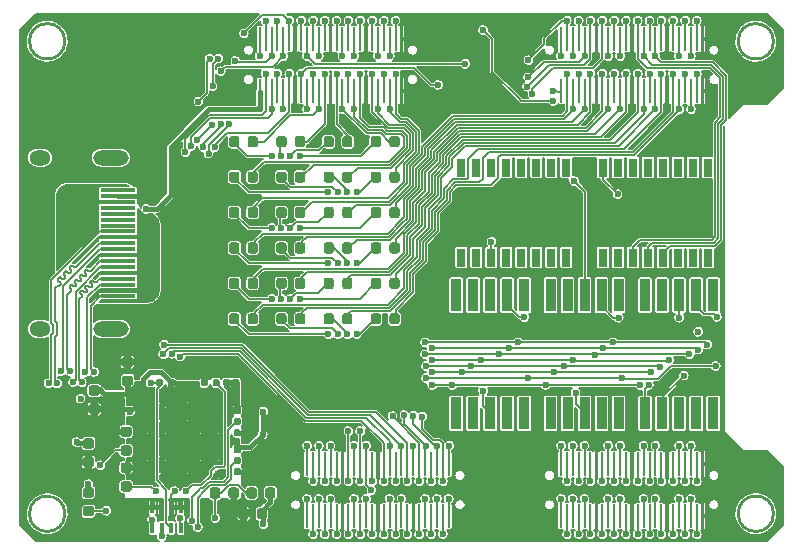
<source format=gbr>
G04 #@! TF.GenerationSoftware,KiCad,Pcbnew,(5.99.0-3349-gc9824bbd9)*
G04 #@! TF.CreationDate,2020-09-24T10:21:51-07:00*
G04 #@! TF.ProjectId,Alchitry_IO_Shield,416c6368-6974-4727-995f-494f5f536869,rev?*
G04 #@! TF.SameCoordinates,Original*
G04 #@! TF.FileFunction,Copper,L1,Top*
G04 #@! TF.FilePolarity,Positive*
%FSLAX46Y46*%
G04 Gerber Fmt 4.6, Leading zero omitted, Abs format (unit mm)*
G04 Created by KiCad (PCBNEW (5.99.0-3349-gc9824bbd9)) date 2020-09-24 10:21:51*
%MOMM*%
%LPD*%
G01*
G04 APERTURE LIST*
G04 #@! TA.AperFunction,EtchedComponent*
%ADD10C,0.254000*%
G04 #@! TD*
G04 #@! TA.AperFunction,SMDPad,CuDef*
%ADD11R,0.760000X1.600000*%
G04 #@! TD*
G04 #@! TA.AperFunction,SMDPad,CuDef*
%ADD12R,0.250000X2.000000*%
G04 #@! TD*
G04 #@! TA.AperFunction,SMDPad,CuDef*
%ADD13R,3.000000X0.300000*%
G04 #@! TD*
G04 #@! TA.AperFunction,ComponentPad*
%ADD14O,1.800000X1.300000*%
G04 #@! TD*
G04 #@! TA.AperFunction,ComponentPad*
%ADD15O,3.000000X1.300000*%
G04 #@! TD*
G04 #@! TA.AperFunction,SMDPad,CuDef*
%ADD16R,0.900000X2.800000*%
G04 #@! TD*
G04 #@! TA.AperFunction,SMDPad,CuDef*
%ADD17R,0.400000X0.900000*%
G04 #@! TD*
G04 #@! TA.AperFunction,ComponentPad*
%ADD18C,0.600000*%
G04 #@! TD*
G04 #@! TA.AperFunction,ViaPad*
%ADD19C,0.600000*%
G04 #@! TD*
G04 #@! TA.AperFunction,Conductor*
%ADD20C,0.152400*%
G04 #@! TD*
G04 #@! TA.AperFunction,Conductor*
%ADD21C,0.381000*%
G04 #@! TD*
G04 #@! TA.AperFunction,Conductor*
%ADD22C,0.127000*%
G04 #@! TD*
G04 APERTURE END LIST*
D10*
X16000000Y-54500000D02*
G75*
G03*
X16000000Y-54500000I-1500000J0D01*
G01*
X76000000Y-54500000D02*
G75*
G03*
X76000000Y-54500000I-1500000J0D01*
G01*
X76000000Y-14500000D02*
G75*
G03*
X76000000Y-14500000I-1500000J0D01*
G01*
X16000000Y-14500000D02*
G75*
G03*
X16000000Y-14500000I-1500000J0D01*
G01*
G04 #@! TA.AperFunction,SMDPad,CuDef*
G36*
G01*
X30772500Y-51245000D02*
X30427500Y-51245000D01*
G75*
G02*
X30280000Y-51097500I0J147500D01*
G01*
X30280000Y-50802500D01*
G75*
G02*
X30427500Y-50655000I147500J0D01*
G01*
X30772500Y-50655000D01*
G75*
G02*
X30920000Y-50802500I0J-147500D01*
G01*
X30920000Y-51097500D01*
G75*
G02*
X30772500Y-51245000I-147500J0D01*
G01*
G37*
G04 #@! TD.AperFunction*
G04 #@! TA.AperFunction,SMDPad,CuDef*
G36*
G01*
X30772500Y-50275000D02*
X30427500Y-50275000D01*
G75*
G02*
X30280000Y-50127500I0J147500D01*
G01*
X30280000Y-49832500D01*
G75*
G02*
X30427500Y-49685000I147500J0D01*
G01*
X30772500Y-49685000D01*
G75*
G02*
X30920000Y-49832500I0J-147500D01*
G01*
X30920000Y-50127500D01*
G75*
G02*
X30772500Y-50275000I-147500J0D01*
G01*
G37*
G04 #@! TD.AperFunction*
G04 #@! TA.AperFunction,SMDPad,CuDef*
G36*
G01*
X30772500Y-49360000D02*
X30427500Y-49360000D01*
G75*
G02*
X30280000Y-49212500I0J147500D01*
G01*
X30280000Y-48917500D01*
G75*
G02*
X30427500Y-48770000I147500J0D01*
G01*
X30772500Y-48770000D01*
G75*
G02*
X30920000Y-48917500I0J-147500D01*
G01*
X30920000Y-49212500D01*
G75*
G02*
X30772500Y-49360000I-147500J0D01*
G01*
G37*
G04 #@! TD.AperFunction*
G04 #@! TA.AperFunction,SMDPad,CuDef*
G36*
G01*
X25295000Y-43227500D02*
X25295000Y-43572500D01*
G75*
G02*
X25147500Y-43720000I-147500J0D01*
G01*
X24852500Y-43720000D01*
G75*
G02*
X24705000Y-43572500I0J147500D01*
G01*
X24705000Y-43227500D01*
G75*
G02*
X24852500Y-43080000I147500J0D01*
G01*
X25147500Y-43080000D01*
G75*
G02*
X25295000Y-43227500I0J-147500D01*
G01*
G37*
G04 #@! TD.AperFunction*
G04 #@! TA.AperFunction,SMDPad,CuDef*
G36*
G01*
X24325000Y-43227500D02*
X24325000Y-43572500D01*
G75*
G02*
X24177500Y-43720000I-147500J0D01*
G01*
X23882500Y-43720000D01*
G75*
G02*
X23735000Y-43572500I0J147500D01*
G01*
X23735000Y-43227500D01*
G75*
G02*
X23882500Y-43080000I147500J0D01*
G01*
X24177500Y-43080000D01*
G75*
G02*
X24325000Y-43227500I0J-147500D01*
G01*
G37*
G04 #@! TD.AperFunction*
D11*
X49555000Y-32810000D03*
X50825000Y-32810000D03*
X52095000Y-32810000D03*
X53365000Y-32810000D03*
X54635000Y-32810000D03*
X55905000Y-32810000D03*
X57175000Y-32810000D03*
X58445000Y-32810000D03*
X58445000Y-25190000D03*
X57175000Y-25190000D03*
X55905000Y-25190000D03*
X54635000Y-25190000D03*
X53365000Y-25190000D03*
X52095000Y-25190000D03*
X50825000Y-25190000D03*
X49555000Y-25190000D03*
D12*
X32500000Y-18700000D03*
X33000000Y-18700000D03*
X33500000Y-18700000D03*
X34000000Y-18700000D03*
X34500000Y-18700000D03*
X35000000Y-18700000D03*
X35500000Y-18700000D03*
X36000000Y-18700000D03*
X36500000Y-18700000D03*
X37000000Y-18700000D03*
X37500000Y-18700000D03*
X38000000Y-18700000D03*
X38500000Y-18700000D03*
X39000000Y-18700000D03*
X39500000Y-18700000D03*
X40000000Y-18700000D03*
X40500000Y-18700000D03*
X41000000Y-18700000D03*
X41500000Y-18700000D03*
X42000000Y-18700000D03*
X42500000Y-18700000D03*
X43000000Y-18700000D03*
X43500000Y-18700000D03*
X44000000Y-18700000D03*
X44500000Y-18700000D03*
X44500000Y-14300000D03*
X44000000Y-14300000D03*
X43500000Y-14300000D03*
X43000000Y-14300000D03*
X42500000Y-14300000D03*
X42000000Y-14300000D03*
X41500000Y-14300000D03*
X41000000Y-14300000D03*
X40500000Y-14300000D03*
X40000000Y-14300000D03*
X39500000Y-14300000D03*
X39000000Y-14300000D03*
X38500000Y-14300000D03*
X38000000Y-14300000D03*
X37500000Y-14300000D03*
X37000000Y-14300000D03*
X36500000Y-14300000D03*
X36000000Y-14300000D03*
X35500000Y-14300000D03*
X35000000Y-14300000D03*
X34500000Y-14300000D03*
X34000000Y-14300000D03*
X33500000Y-14300000D03*
X33000000Y-14300000D03*
X32500000Y-14300000D03*
X58000000Y-18700000D03*
X58500000Y-18700000D03*
X59000000Y-18700000D03*
X59500000Y-18700000D03*
X60000000Y-18700000D03*
X60500000Y-18700000D03*
X61000000Y-18700000D03*
X61500000Y-18700000D03*
X62000000Y-18700000D03*
X62500000Y-18700000D03*
X63000000Y-18700000D03*
X63500000Y-18700000D03*
X64000000Y-18700000D03*
X64500000Y-18700000D03*
X65000000Y-18700000D03*
X65500000Y-18700000D03*
X66000000Y-18700000D03*
X66500000Y-18700000D03*
X67000000Y-18700000D03*
X67500000Y-18700000D03*
X68000000Y-18700000D03*
X68500000Y-18700000D03*
X69000000Y-18700000D03*
X69500000Y-18700000D03*
X70000000Y-18700000D03*
X70000000Y-14300000D03*
X69500000Y-14300000D03*
X69000000Y-14300000D03*
X68500000Y-14300000D03*
X68000000Y-14300000D03*
X67500000Y-14300000D03*
X67000000Y-14300000D03*
X66500000Y-14300000D03*
X66000000Y-14300000D03*
X65500000Y-14300000D03*
X65000000Y-14300000D03*
X64500000Y-14300000D03*
X64000000Y-14300000D03*
X63500000Y-14300000D03*
X63000000Y-14300000D03*
X62500000Y-14300000D03*
X62000000Y-14300000D03*
X61500000Y-14300000D03*
X61000000Y-14300000D03*
X60500000Y-14300000D03*
X60000000Y-14300000D03*
X59500000Y-14300000D03*
X59000000Y-14300000D03*
X58500000Y-14300000D03*
X58000000Y-14300000D03*
X36500000Y-54700000D03*
X37000000Y-54700000D03*
X37500000Y-54700000D03*
X38000000Y-54700000D03*
X38500000Y-54700000D03*
X39000000Y-54700000D03*
X39500000Y-54700000D03*
X40000000Y-54700000D03*
X40500000Y-54700000D03*
X41000000Y-54700000D03*
X41500000Y-54700000D03*
X42000000Y-54700000D03*
X42500000Y-54700000D03*
X43000000Y-54700000D03*
X43500000Y-54700000D03*
X44000000Y-54700000D03*
X44500000Y-54700000D03*
X45000000Y-54700000D03*
X45500000Y-54700000D03*
X46000000Y-54700000D03*
X46500000Y-54700000D03*
X47000000Y-54700000D03*
X47500000Y-54700000D03*
X48000000Y-54700000D03*
X48500000Y-54700000D03*
X48500000Y-50300000D03*
X48000000Y-50300000D03*
X47500000Y-50300000D03*
X47000000Y-50300000D03*
X46500000Y-50300000D03*
X46000000Y-50300000D03*
X45500000Y-50300000D03*
X45000000Y-50300000D03*
X44500000Y-50300000D03*
X44000000Y-50300000D03*
X43500000Y-50300000D03*
X43000000Y-50300000D03*
X42500000Y-50300000D03*
X42000000Y-50300000D03*
X41500000Y-50300000D03*
X41000000Y-50300000D03*
X40500000Y-50300000D03*
X40000000Y-50300000D03*
X39500000Y-50300000D03*
X39000000Y-50300000D03*
X38500000Y-50300000D03*
X38000000Y-50300000D03*
X37500000Y-50300000D03*
X37000000Y-50300000D03*
X36500000Y-50300000D03*
X58000000Y-54700000D03*
X58500000Y-54700000D03*
X59000000Y-54700000D03*
X59500000Y-54700000D03*
X60000000Y-54700000D03*
X60500000Y-54700000D03*
X61000000Y-54700000D03*
X61500000Y-54700000D03*
X62000000Y-54700000D03*
X62500000Y-54700000D03*
X63000000Y-54700000D03*
X63500000Y-54700000D03*
X64000000Y-54700000D03*
X64500000Y-54700000D03*
X65000000Y-54700000D03*
X65500000Y-54700000D03*
X66000000Y-54700000D03*
X66500000Y-54700000D03*
X67000000Y-54700000D03*
X67500000Y-54700000D03*
X68000000Y-54700000D03*
X68500000Y-54700000D03*
X69000000Y-54700000D03*
X69500000Y-54700000D03*
X70000000Y-54700000D03*
X70000000Y-50300000D03*
X69500000Y-50300000D03*
X69000000Y-50300000D03*
X68500000Y-50300000D03*
X68000000Y-50300000D03*
X67500000Y-50300000D03*
X67000000Y-50300000D03*
X66500000Y-50300000D03*
X66000000Y-50300000D03*
X65500000Y-50300000D03*
X65000000Y-50300000D03*
X64500000Y-50300000D03*
X64000000Y-50300000D03*
X63500000Y-50300000D03*
X63000000Y-50300000D03*
X62500000Y-50300000D03*
X62000000Y-50300000D03*
X61500000Y-50300000D03*
X61000000Y-50300000D03*
X60500000Y-50300000D03*
X60000000Y-50300000D03*
X59500000Y-50300000D03*
X59000000Y-50300000D03*
X58500000Y-50300000D03*
X58000000Y-50300000D03*
D13*
X20500000Y-36100000D03*
X20500000Y-35600000D03*
X20500000Y-35100000D03*
X20500000Y-34600000D03*
X20500000Y-34100000D03*
X20500000Y-33600000D03*
X20500000Y-33100000D03*
X20500000Y-32600000D03*
X20500000Y-32100000D03*
X20500000Y-31600000D03*
X20500000Y-31100000D03*
X20500000Y-30600000D03*
X20500000Y-30100000D03*
X20500000Y-29600000D03*
X20500000Y-29100000D03*
X20500000Y-28600000D03*
X20500000Y-28100000D03*
X20500000Y-27600000D03*
X20500000Y-27100000D03*
D14*
X13900000Y-38850000D03*
D15*
X19900000Y-24350000D03*
D14*
X13900000Y-24350000D03*
D15*
X19900000Y-38850000D03*
G04 #@! TA.AperFunction,SMDPad,CuDef*
G36*
G01*
X30772500Y-47945000D02*
X30427500Y-47945000D01*
G75*
G02*
X30280000Y-47797500I0J147500D01*
G01*
X30280000Y-47502500D01*
G75*
G02*
X30427500Y-47355000I147500J0D01*
G01*
X30772500Y-47355000D01*
G75*
G02*
X30920000Y-47502500I0J-147500D01*
G01*
X30920000Y-47797500D01*
G75*
G02*
X30772500Y-47945000I-147500J0D01*
G01*
G37*
G04 #@! TD.AperFunction*
G04 #@! TA.AperFunction,SMDPad,CuDef*
G36*
G01*
X30772500Y-46975000D02*
X30427500Y-46975000D01*
G75*
G02*
X30280000Y-46827500I0J147500D01*
G01*
X30280000Y-46532500D01*
G75*
G02*
X30427500Y-46385000I147500J0D01*
G01*
X30772500Y-46385000D01*
G75*
G02*
X30920000Y-46532500I0J-147500D01*
G01*
X30920000Y-46827500D01*
G75*
G02*
X30772500Y-46975000I-147500J0D01*
G01*
G37*
G04 #@! TD.AperFunction*
G04 #@! TA.AperFunction,SMDPad,CuDef*
G36*
G01*
X30772500Y-46060000D02*
X30427500Y-46060000D01*
G75*
G02*
X30280000Y-45912500I0J147500D01*
G01*
X30280000Y-45617500D01*
G75*
G02*
X30427500Y-45470000I147500J0D01*
G01*
X30772500Y-45470000D01*
G75*
G02*
X30920000Y-45617500I0J-147500D01*
G01*
X30920000Y-45912500D01*
G75*
G02*
X30772500Y-46060000I-147500J0D01*
G01*
G37*
G04 #@! TD.AperFunction*
G04 #@! TA.AperFunction,SMDPad,CuDef*
G36*
G01*
X27535000Y-43572500D02*
X27535000Y-43227500D01*
G75*
G02*
X27682500Y-43080000I147500J0D01*
G01*
X27977500Y-43080000D01*
G75*
G02*
X28125000Y-43227500I0J-147500D01*
G01*
X28125000Y-43572500D01*
G75*
G02*
X27977500Y-43720000I-147500J0D01*
G01*
X27682500Y-43720000D01*
G75*
G02*
X27535000Y-43572500I0J147500D01*
G01*
G37*
G04 #@! TD.AperFunction*
G04 #@! TA.AperFunction,SMDPad,CuDef*
G36*
G01*
X28505000Y-43572500D02*
X28505000Y-43227500D01*
G75*
G02*
X28652500Y-43080000I147500J0D01*
G01*
X28947500Y-43080000D01*
G75*
G02*
X29095000Y-43227500I0J-147500D01*
G01*
X29095000Y-43572500D01*
G75*
G02*
X28947500Y-43720000I-147500J0D01*
G01*
X28652500Y-43720000D01*
G75*
G02*
X28505000Y-43572500I0J147500D01*
G01*
G37*
G04 #@! TD.AperFunction*
G04 #@! TA.AperFunction,SMDPad,CuDef*
G36*
G01*
X29420000Y-43572500D02*
X29420000Y-43227500D01*
G75*
G02*
X29567500Y-43080000I147500J0D01*
G01*
X29862500Y-43080000D01*
G75*
G02*
X30010000Y-43227500I0J-147500D01*
G01*
X30010000Y-43572500D01*
G75*
G02*
X29862500Y-43720000I-147500J0D01*
G01*
X29567500Y-43720000D01*
G75*
G02*
X29420000Y-43572500I0J147500D01*
G01*
G37*
G04 #@! TD.AperFunction*
D16*
X57120000Y-46000000D03*
X58560000Y-46000000D03*
X60000000Y-46000000D03*
X61440000Y-46000000D03*
X62880000Y-46000000D03*
X62880000Y-36000000D03*
X61440000Y-36000000D03*
X60000000Y-36000000D03*
X58560000Y-36000000D03*
X57120000Y-36000000D03*
D11*
X61555000Y-32810000D03*
X62825000Y-32810000D03*
X64095000Y-32810000D03*
X65365000Y-32810000D03*
X66635000Y-32810000D03*
X67905000Y-32810000D03*
X69175000Y-32810000D03*
X70445000Y-32810000D03*
X70445000Y-25190000D03*
X69175000Y-25190000D03*
X67905000Y-25190000D03*
X66635000Y-25190000D03*
X65365000Y-25190000D03*
X64095000Y-25190000D03*
X62825000Y-25190000D03*
X61555000Y-25190000D03*
G04 #@! TA.AperFunction,SMDPad,CuDef*
G36*
G01*
X29900000Y-35256250D02*
X29900000Y-34743750D01*
G75*
G02*
X30118750Y-34525000I218750J0D01*
G01*
X30556250Y-34525000D01*
G75*
G02*
X30775000Y-34743750I0J-218750D01*
G01*
X30775000Y-35256250D01*
G75*
G02*
X30556250Y-35475000I-218750J0D01*
G01*
X30118750Y-35475000D01*
G75*
G02*
X29900000Y-35256250I0J218750D01*
G01*
G37*
G04 #@! TD.AperFunction*
G04 #@! TA.AperFunction,SMDPad,CuDef*
G36*
G01*
X31475000Y-35256250D02*
X31475000Y-34743750D01*
G75*
G02*
X31693750Y-34525000I218750J0D01*
G01*
X32131250Y-34525000D01*
G75*
G02*
X32350000Y-34743750I0J-218750D01*
G01*
X32350000Y-35256250D01*
G75*
G02*
X32131250Y-35475000I-218750J0D01*
G01*
X31693750Y-35475000D01*
G75*
G02*
X31475000Y-35256250I0J218750D01*
G01*
G37*
G04 #@! TD.AperFunction*
G04 #@! TA.AperFunction,SMDPad,CuDef*
G36*
G01*
X41900000Y-32256250D02*
X41900000Y-31743750D01*
G75*
G02*
X42118750Y-31525000I218750J0D01*
G01*
X42556250Y-31525000D01*
G75*
G02*
X42775000Y-31743750I0J-218750D01*
G01*
X42775000Y-32256250D01*
G75*
G02*
X42556250Y-32475000I-218750J0D01*
G01*
X42118750Y-32475000D01*
G75*
G02*
X41900000Y-32256250I0J218750D01*
G01*
G37*
G04 #@! TD.AperFunction*
G04 #@! TA.AperFunction,SMDPad,CuDef*
G36*
G01*
X43475000Y-32256250D02*
X43475000Y-31743750D01*
G75*
G02*
X43693750Y-31525000I218750J0D01*
G01*
X44131250Y-31525000D01*
G75*
G02*
X44350000Y-31743750I0J-218750D01*
G01*
X44350000Y-32256250D01*
G75*
G02*
X44131250Y-32475000I-218750J0D01*
G01*
X43693750Y-32475000D01*
G75*
G02*
X43475000Y-32256250I0J218750D01*
G01*
G37*
G04 #@! TD.AperFunction*
G04 #@! TA.AperFunction,SMDPad,CuDef*
G36*
G01*
X33900000Y-32256250D02*
X33900000Y-31743750D01*
G75*
G02*
X34118750Y-31525000I218750J0D01*
G01*
X34556250Y-31525000D01*
G75*
G02*
X34775000Y-31743750I0J-218750D01*
G01*
X34775000Y-32256250D01*
G75*
G02*
X34556250Y-32475000I-218750J0D01*
G01*
X34118750Y-32475000D01*
G75*
G02*
X33900000Y-32256250I0J218750D01*
G01*
G37*
G04 #@! TD.AperFunction*
G04 #@! TA.AperFunction,SMDPad,CuDef*
G36*
G01*
X35475000Y-32256250D02*
X35475000Y-31743750D01*
G75*
G02*
X35693750Y-31525000I218750J0D01*
G01*
X36131250Y-31525000D01*
G75*
G02*
X36350000Y-31743750I0J-218750D01*
G01*
X36350000Y-32256250D01*
G75*
G02*
X36131250Y-32475000I-218750J0D01*
G01*
X35693750Y-32475000D01*
G75*
G02*
X35475000Y-32256250I0J218750D01*
G01*
G37*
G04 #@! TD.AperFunction*
G04 #@! TA.AperFunction,SMDPad,CuDef*
G36*
G01*
X37900000Y-38256250D02*
X37900000Y-37743750D01*
G75*
G02*
X38118750Y-37525000I218750J0D01*
G01*
X38556250Y-37525000D01*
G75*
G02*
X38775000Y-37743750I0J-218750D01*
G01*
X38775000Y-38256250D01*
G75*
G02*
X38556250Y-38475000I-218750J0D01*
G01*
X38118750Y-38475000D01*
G75*
G02*
X37900000Y-38256250I0J218750D01*
G01*
G37*
G04 #@! TD.AperFunction*
G04 #@! TA.AperFunction,SMDPad,CuDef*
G36*
G01*
X39475000Y-38256250D02*
X39475000Y-37743750D01*
G75*
G02*
X39693750Y-37525000I218750J0D01*
G01*
X40131250Y-37525000D01*
G75*
G02*
X40350000Y-37743750I0J-218750D01*
G01*
X40350000Y-38256250D01*
G75*
G02*
X40131250Y-38475000I-218750J0D01*
G01*
X39693750Y-38475000D01*
G75*
G02*
X39475000Y-38256250I0J218750D01*
G01*
G37*
G04 #@! TD.AperFunction*
G04 #@! TA.AperFunction,SMDPad,CuDef*
G36*
G01*
X41900000Y-38256250D02*
X41900000Y-37743750D01*
G75*
G02*
X42118750Y-37525000I218750J0D01*
G01*
X42556250Y-37525000D01*
G75*
G02*
X42775000Y-37743750I0J-218750D01*
G01*
X42775000Y-38256250D01*
G75*
G02*
X42556250Y-38475000I-218750J0D01*
G01*
X42118750Y-38475000D01*
G75*
G02*
X41900000Y-38256250I0J218750D01*
G01*
G37*
G04 #@! TD.AperFunction*
G04 #@! TA.AperFunction,SMDPad,CuDef*
G36*
G01*
X43475000Y-38256250D02*
X43475000Y-37743750D01*
G75*
G02*
X43693750Y-37525000I218750J0D01*
G01*
X44131250Y-37525000D01*
G75*
G02*
X44350000Y-37743750I0J-218750D01*
G01*
X44350000Y-38256250D01*
G75*
G02*
X44131250Y-38475000I-218750J0D01*
G01*
X43693750Y-38475000D01*
G75*
G02*
X43475000Y-38256250I0J218750D01*
G01*
G37*
G04 #@! TD.AperFunction*
G04 #@! TA.AperFunction,SMDPad,CuDef*
G36*
G01*
X29900000Y-38256250D02*
X29900000Y-37743750D01*
G75*
G02*
X30118750Y-37525000I218750J0D01*
G01*
X30556250Y-37525000D01*
G75*
G02*
X30775000Y-37743750I0J-218750D01*
G01*
X30775000Y-38256250D01*
G75*
G02*
X30556250Y-38475000I-218750J0D01*
G01*
X30118750Y-38475000D01*
G75*
G02*
X29900000Y-38256250I0J218750D01*
G01*
G37*
G04 #@! TD.AperFunction*
G04 #@! TA.AperFunction,SMDPad,CuDef*
G36*
G01*
X31475000Y-38256250D02*
X31475000Y-37743750D01*
G75*
G02*
X31693750Y-37525000I218750J0D01*
G01*
X32131250Y-37525000D01*
G75*
G02*
X32350000Y-37743750I0J-218750D01*
G01*
X32350000Y-38256250D01*
G75*
G02*
X32131250Y-38475000I-218750J0D01*
G01*
X31693750Y-38475000D01*
G75*
G02*
X31475000Y-38256250I0J218750D01*
G01*
G37*
G04 #@! TD.AperFunction*
G04 #@! TA.AperFunction,SMDPad,CuDef*
G36*
G01*
X41900000Y-29256250D02*
X41900000Y-28743750D01*
G75*
G02*
X42118750Y-28525000I218750J0D01*
G01*
X42556250Y-28525000D01*
G75*
G02*
X42775000Y-28743750I0J-218750D01*
G01*
X42775000Y-29256250D01*
G75*
G02*
X42556250Y-29475000I-218750J0D01*
G01*
X42118750Y-29475000D01*
G75*
G02*
X41900000Y-29256250I0J218750D01*
G01*
G37*
G04 #@! TD.AperFunction*
G04 #@! TA.AperFunction,SMDPad,CuDef*
G36*
G01*
X43475000Y-29256250D02*
X43475000Y-28743750D01*
G75*
G02*
X43693750Y-28525000I218750J0D01*
G01*
X44131250Y-28525000D01*
G75*
G02*
X44350000Y-28743750I0J-218750D01*
G01*
X44350000Y-29256250D01*
G75*
G02*
X44131250Y-29475000I-218750J0D01*
G01*
X43693750Y-29475000D01*
G75*
G02*
X43475000Y-29256250I0J218750D01*
G01*
G37*
G04 #@! TD.AperFunction*
G04 #@! TA.AperFunction,SMDPad,CuDef*
G36*
G01*
X33900000Y-35256250D02*
X33900000Y-34743750D01*
G75*
G02*
X34118750Y-34525000I218750J0D01*
G01*
X34556250Y-34525000D01*
G75*
G02*
X34775000Y-34743750I0J-218750D01*
G01*
X34775000Y-35256250D01*
G75*
G02*
X34556250Y-35475000I-218750J0D01*
G01*
X34118750Y-35475000D01*
G75*
G02*
X33900000Y-35256250I0J218750D01*
G01*
G37*
G04 #@! TD.AperFunction*
G04 #@! TA.AperFunction,SMDPad,CuDef*
G36*
G01*
X35475000Y-35256250D02*
X35475000Y-34743750D01*
G75*
G02*
X35693750Y-34525000I218750J0D01*
G01*
X36131250Y-34525000D01*
G75*
G02*
X36350000Y-34743750I0J-218750D01*
G01*
X36350000Y-35256250D01*
G75*
G02*
X36131250Y-35475000I-218750J0D01*
G01*
X35693750Y-35475000D01*
G75*
G02*
X35475000Y-35256250I0J218750D01*
G01*
G37*
G04 #@! TD.AperFunction*
G04 #@! TA.AperFunction,SMDPad,CuDef*
G36*
G01*
X41900000Y-35256250D02*
X41900000Y-34743750D01*
G75*
G02*
X42118750Y-34525000I218750J0D01*
G01*
X42556250Y-34525000D01*
G75*
G02*
X42775000Y-34743750I0J-218750D01*
G01*
X42775000Y-35256250D01*
G75*
G02*
X42556250Y-35475000I-218750J0D01*
G01*
X42118750Y-35475000D01*
G75*
G02*
X41900000Y-35256250I0J218750D01*
G01*
G37*
G04 #@! TD.AperFunction*
G04 #@! TA.AperFunction,SMDPad,CuDef*
G36*
G01*
X43475000Y-35256250D02*
X43475000Y-34743750D01*
G75*
G02*
X43693750Y-34525000I218750J0D01*
G01*
X44131250Y-34525000D01*
G75*
G02*
X44350000Y-34743750I0J-218750D01*
G01*
X44350000Y-35256250D01*
G75*
G02*
X44131250Y-35475000I-218750J0D01*
G01*
X43693750Y-35475000D01*
G75*
G02*
X43475000Y-35256250I0J218750D01*
G01*
G37*
G04 #@! TD.AperFunction*
G04 #@! TA.AperFunction,SMDPad,CuDef*
G36*
G01*
X29900000Y-32256250D02*
X29900000Y-31743750D01*
G75*
G02*
X30118750Y-31525000I218750J0D01*
G01*
X30556250Y-31525000D01*
G75*
G02*
X30775000Y-31743750I0J-218750D01*
G01*
X30775000Y-32256250D01*
G75*
G02*
X30556250Y-32475000I-218750J0D01*
G01*
X30118750Y-32475000D01*
G75*
G02*
X29900000Y-32256250I0J218750D01*
G01*
G37*
G04 #@! TD.AperFunction*
G04 #@! TA.AperFunction,SMDPad,CuDef*
G36*
G01*
X31475000Y-32256250D02*
X31475000Y-31743750D01*
G75*
G02*
X31693750Y-31525000I218750J0D01*
G01*
X32131250Y-31525000D01*
G75*
G02*
X32350000Y-31743750I0J-218750D01*
G01*
X32350000Y-32256250D01*
G75*
G02*
X32131250Y-32475000I-218750J0D01*
G01*
X31693750Y-32475000D01*
G75*
G02*
X31475000Y-32256250I0J218750D01*
G01*
G37*
G04 #@! TD.AperFunction*
G04 #@! TA.AperFunction,SMDPad,CuDef*
G36*
G01*
X37900000Y-29256250D02*
X37900000Y-28743750D01*
G75*
G02*
X38118750Y-28525000I218750J0D01*
G01*
X38556250Y-28525000D01*
G75*
G02*
X38775000Y-28743750I0J-218750D01*
G01*
X38775000Y-29256250D01*
G75*
G02*
X38556250Y-29475000I-218750J0D01*
G01*
X38118750Y-29475000D01*
G75*
G02*
X37900000Y-29256250I0J218750D01*
G01*
G37*
G04 #@! TD.AperFunction*
G04 #@! TA.AperFunction,SMDPad,CuDef*
G36*
G01*
X39475000Y-29256250D02*
X39475000Y-28743750D01*
G75*
G02*
X39693750Y-28525000I218750J0D01*
G01*
X40131250Y-28525000D01*
G75*
G02*
X40350000Y-28743750I0J-218750D01*
G01*
X40350000Y-29256250D01*
G75*
G02*
X40131250Y-29475000I-218750J0D01*
G01*
X39693750Y-29475000D01*
G75*
G02*
X39475000Y-29256250I0J218750D01*
G01*
G37*
G04 #@! TD.AperFunction*
G04 #@! TA.AperFunction,SMDPad,CuDef*
G36*
G01*
X37900000Y-35256250D02*
X37900000Y-34743750D01*
G75*
G02*
X38118750Y-34525000I218750J0D01*
G01*
X38556250Y-34525000D01*
G75*
G02*
X38775000Y-34743750I0J-218750D01*
G01*
X38775000Y-35256250D01*
G75*
G02*
X38556250Y-35475000I-218750J0D01*
G01*
X38118750Y-35475000D01*
G75*
G02*
X37900000Y-35256250I0J218750D01*
G01*
G37*
G04 #@! TD.AperFunction*
G04 #@! TA.AperFunction,SMDPad,CuDef*
G36*
G01*
X39475000Y-35256250D02*
X39475000Y-34743750D01*
G75*
G02*
X39693750Y-34525000I218750J0D01*
G01*
X40131250Y-34525000D01*
G75*
G02*
X40350000Y-34743750I0J-218750D01*
G01*
X40350000Y-35256250D01*
G75*
G02*
X40131250Y-35475000I-218750J0D01*
G01*
X39693750Y-35475000D01*
G75*
G02*
X39475000Y-35256250I0J218750D01*
G01*
G37*
G04 #@! TD.AperFunction*
G04 #@! TA.AperFunction,SMDPad,CuDef*
G36*
G01*
X33900000Y-29256250D02*
X33900000Y-28743750D01*
G75*
G02*
X34118750Y-28525000I218750J0D01*
G01*
X34556250Y-28525000D01*
G75*
G02*
X34775000Y-28743750I0J-218750D01*
G01*
X34775000Y-29256250D01*
G75*
G02*
X34556250Y-29475000I-218750J0D01*
G01*
X34118750Y-29475000D01*
G75*
G02*
X33900000Y-29256250I0J218750D01*
G01*
G37*
G04 #@! TD.AperFunction*
G04 #@! TA.AperFunction,SMDPad,CuDef*
G36*
G01*
X35475000Y-29256250D02*
X35475000Y-28743750D01*
G75*
G02*
X35693750Y-28525000I218750J0D01*
G01*
X36131250Y-28525000D01*
G75*
G02*
X36350000Y-28743750I0J-218750D01*
G01*
X36350000Y-29256250D01*
G75*
G02*
X36131250Y-29475000I-218750J0D01*
G01*
X35693750Y-29475000D01*
G75*
G02*
X35475000Y-29256250I0J218750D01*
G01*
G37*
G04 #@! TD.AperFunction*
G04 #@! TA.AperFunction,SMDPad,CuDef*
G36*
G01*
X37900000Y-32256250D02*
X37900000Y-31743750D01*
G75*
G02*
X38118750Y-31525000I218750J0D01*
G01*
X38556250Y-31525000D01*
G75*
G02*
X38775000Y-31743750I0J-218750D01*
G01*
X38775000Y-32256250D01*
G75*
G02*
X38556250Y-32475000I-218750J0D01*
G01*
X38118750Y-32475000D01*
G75*
G02*
X37900000Y-32256250I0J218750D01*
G01*
G37*
G04 #@! TD.AperFunction*
G04 #@! TA.AperFunction,SMDPad,CuDef*
G36*
G01*
X39475000Y-32256250D02*
X39475000Y-31743750D01*
G75*
G02*
X39693750Y-31525000I218750J0D01*
G01*
X40131250Y-31525000D01*
G75*
G02*
X40350000Y-31743750I0J-218750D01*
G01*
X40350000Y-32256250D01*
G75*
G02*
X40131250Y-32475000I-218750J0D01*
G01*
X39693750Y-32475000D01*
G75*
G02*
X39475000Y-32256250I0J218750D01*
G01*
G37*
G04 #@! TD.AperFunction*
G04 #@! TA.AperFunction,SMDPad,CuDef*
G36*
G01*
X33900000Y-38256250D02*
X33900000Y-37743750D01*
G75*
G02*
X34118750Y-37525000I218750J0D01*
G01*
X34556250Y-37525000D01*
G75*
G02*
X34775000Y-37743750I0J-218750D01*
G01*
X34775000Y-38256250D01*
G75*
G02*
X34556250Y-38475000I-218750J0D01*
G01*
X34118750Y-38475000D01*
G75*
G02*
X33900000Y-38256250I0J218750D01*
G01*
G37*
G04 #@! TD.AperFunction*
G04 #@! TA.AperFunction,SMDPad,CuDef*
G36*
G01*
X35475000Y-38256250D02*
X35475000Y-37743750D01*
G75*
G02*
X35693750Y-37525000I218750J0D01*
G01*
X36131250Y-37525000D01*
G75*
G02*
X36350000Y-37743750I0J-218750D01*
G01*
X36350000Y-38256250D01*
G75*
G02*
X36131250Y-38475000I-218750J0D01*
G01*
X35693750Y-38475000D01*
G75*
G02*
X35475000Y-38256250I0J218750D01*
G01*
G37*
G04 #@! TD.AperFunction*
G04 #@! TA.AperFunction,SMDPad,CuDef*
G36*
G01*
X29900000Y-29256250D02*
X29900000Y-28743750D01*
G75*
G02*
X30118750Y-28525000I218750J0D01*
G01*
X30556250Y-28525000D01*
G75*
G02*
X30775000Y-28743750I0J-218750D01*
G01*
X30775000Y-29256250D01*
G75*
G02*
X30556250Y-29475000I-218750J0D01*
G01*
X30118750Y-29475000D01*
G75*
G02*
X29900000Y-29256250I0J218750D01*
G01*
G37*
G04 #@! TD.AperFunction*
G04 #@! TA.AperFunction,SMDPad,CuDef*
G36*
G01*
X31475000Y-29256250D02*
X31475000Y-28743750D01*
G75*
G02*
X31693750Y-28525000I218750J0D01*
G01*
X32131250Y-28525000D01*
G75*
G02*
X32350000Y-28743750I0J-218750D01*
G01*
X32350000Y-29256250D01*
G75*
G02*
X32131250Y-29475000I-218750J0D01*
G01*
X31693750Y-29475000D01*
G75*
G02*
X31475000Y-29256250I0J218750D01*
G01*
G37*
G04 #@! TD.AperFunction*
G04 #@! TA.AperFunction,SMDPad,CuDef*
G36*
G01*
X41900000Y-26256250D02*
X41900000Y-25743750D01*
G75*
G02*
X42118750Y-25525000I218750J0D01*
G01*
X42556250Y-25525000D01*
G75*
G02*
X42775000Y-25743750I0J-218750D01*
G01*
X42775000Y-26256250D01*
G75*
G02*
X42556250Y-26475000I-218750J0D01*
G01*
X42118750Y-26475000D01*
G75*
G02*
X41900000Y-26256250I0J218750D01*
G01*
G37*
G04 #@! TD.AperFunction*
G04 #@! TA.AperFunction,SMDPad,CuDef*
G36*
G01*
X43475000Y-26256250D02*
X43475000Y-25743750D01*
G75*
G02*
X43693750Y-25525000I218750J0D01*
G01*
X44131250Y-25525000D01*
G75*
G02*
X44350000Y-25743750I0J-218750D01*
G01*
X44350000Y-26256250D01*
G75*
G02*
X44131250Y-26475000I-218750J0D01*
G01*
X43693750Y-26475000D01*
G75*
G02*
X43475000Y-26256250I0J218750D01*
G01*
G37*
G04 #@! TD.AperFunction*
G04 #@! TA.AperFunction,SMDPad,CuDef*
G36*
G01*
X37900000Y-26256250D02*
X37900000Y-25743750D01*
G75*
G02*
X38118750Y-25525000I218750J0D01*
G01*
X38556250Y-25525000D01*
G75*
G02*
X38775000Y-25743750I0J-218750D01*
G01*
X38775000Y-26256250D01*
G75*
G02*
X38556250Y-26475000I-218750J0D01*
G01*
X38118750Y-26475000D01*
G75*
G02*
X37900000Y-26256250I0J218750D01*
G01*
G37*
G04 #@! TD.AperFunction*
G04 #@! TA.AperFunction,SMDPad,CuDef*
G36*
G01*
X39475000Y-26256250D02*
X39475000Y-25743750D01*
G75*
G02*
X39693750Y-25525000I218750J0D01*
G01*
X40131250Y-25525000D01*
G75*
G02*
X40350000Y-25743750I0J-218750D01*
G01*
X40350000Y-26256250D01*
G75*
G02*
X40131250Y-26475000I-218750J0D01*
G01*
X39693750Y-26475000D01*
G75*
G02*
X39475000Y-26256250I0J218750D01*
G01*
G37*
G04 #@! TD.AperFunction*
G04 #@! TA.AperFunction,SMDPad,CuDef*
G36*
G01*
X33900000Y-26256250D02*
X33900000Y-25743750D01*
G75*
G02*
X34118750Y-25525000I218750J0D01*
G01*
X34556250Y-25525000D01*
G75*
G02*
X34775000Y-25743750I0J-218750D01*
G01*
X34775000Y-26256250D01*
G75*
G02*
X34556250Y-26475000I-218750J0D01*
G01*
X34118750Y-26475000D01*
G75*
G02*
X33900000Y-26256250I0J218750D01*
G01*
G37*
G04 #@! TD.AperFunction*
G04 #@! TA.AperFunction,SMDPad,CuDef*
G36*
G01*
X35475000Y-26256250D02*
X35475000Y-25743750D01*
G75*
G02*
X35693750Y-25525000I218750J0D01*
G01*
X36131250Y-25525000D01*
G75*
G02*
X36350000Y-25743750I0J-218750D01*
G01*
X36350000Y-26256250D01*
G75*
G02*
X36131250Y-26475000I-218750J0D01*
G01*
X35693750Y-26475000D01*
G75*
G02*
X35475000Y-26256250I0J218750D01*
G01*
G37*
G04 #@! TD.AperFunction*
G04 #@! TA.AperFunction,SMDPad,CuDef*
G36*
G01*
X29900000Y-26256250D02*
X29900000Y-25743750D01*
G75*
G02*
X30118750Y-25525000I218750J0D01*
G01*
X30556250Y-25525000D01*
G75*
G02*
X30775000Y-25743750I0J-218750D01*
G01*
X30775000Y-26256250D01*
G75*
G02*
X30556250Y-26475000I-218750J0D01*
G01*
X30118750Y-26475000D01*
G75*
G02*
X29900000Y-26256250I0J218750D01*
G01*
G37*
G04 #@! TD.AperFunction*
G04 #@! TA.AperFunction,SMDPad,CuDef*
G36*
G01*
X31475000Y-26256250D02*
X31475000Y-25743750D01*
G75*
G02*
X31693750Y-25525000I218750J0D01*
G01*
X32131250Y-25525000D01*
G75*
G02*
X32350000Y-25743750I0J-218750D01*
G01*
X32350000Y-26256250D01*
G75*
G02*
X32131250Y-26475000I-218750J0D01*
G01*
X31693750Y-26475000D01*
G75*
G02*
X31475000Y-26256250I0J218750D01*
G01*
G37*
G04 #@! TD.AperFunction*
G04 #@! TA.AperFunction,SMDPad,CuDef*
G36*
G01*
X41900000Y-23256250D02*
X41900000Y-22743750D01*
G75*
G02*
X42118750Y-22525000I218750J0D01*
G01*
X42556250Y-22525000D01*
G75*
G02*
X42775000Y-22743750I0J-218750D01*
G01*
X42775000Y-23256250D01*
G75*
G02*
X42556250Y-23475000I-218750J0D01*
G01*
X42118750Y-23475000D01*
G75*
G02*
X41900000Y-23256250I0J218750D01*
G01*
G37*
G04 #@! TD.AperFunction*
G04 #@! TA.AperFunction,SMDPad,CuDef*
G36*
G01*
X43475000Y-23256250D02*
X43475000Y-22743750D01*
G75*
G02*
X43693750Y-22525000I218750J0D01*
G01*
X44131250Y-22525000D01*
G75*
G02*
X44350000Y-22743750I0J-218750D01*
G01*
X44350000Y-23256250D01*
G75*
G02*
X44131250Y-23475000I-218750J0D01*
G01*
X43693750Y-23475000D01*
G75*
G02*
X43475000Y-23256250I0J218750D01*
G01*
G37*
G04 #@! TD.AperFunction*
G04 #@! TA.AperFunction,SMDPad,CuDef*
G36*
G01*
X29900000Y-23256250D02*
X29900000Y-22743750D01*
G75*
G02*
X30118750Y-22525000I218750J0D01*
G01*
X30556250Y-22525000D01*
G75*
G02*
X30775000Y-22743750I0J-218750D01*
G01*
X30775000Y-23256250D01*
G75*
G02*
X30556250Y-23475000I-218750J0D01*
G01*
X30118750Y-23475000D01*
G75*
G02*
X29900000Y-23256250I0J218750D01*
G01*
G37*
G04 #@! TD.AperFunction*
G04 #@! TA.AperFunction,SMDPad,CuDef*
G36*
G01*
X31475000Y-23256250D02*
X31475000Y-22743750D01*
G75*
G02*
X31693750Y-22525000I218750J0D01*
G01*
X32131250Y-22525000D01*
G75*
G02*
X32350000Y-22743750I0J-218750D01*
G01*
X32350000Y-23256250D01*
G75*
G02*
X32131250Y-23475000I-218750J0D01*
G01*
X31693750Y-23475000D01*
G75*
G02*
X31475000Y-23256250I0J218750D01*
G01*
G37*
G04 #@! TD.AperFunction*
G04 #@! TA.AperFunction,SMDPad,CuDef*
G36*
G01*
X37900000Y-23256250D02*
X37900000Y-22743750D01*
G75*
G02*
X38118750Y-22525000I218750J0D01*
G01*
X38556250Y-22525000D01*
G75*
G02*
X38775000Y-22743750I0J-218750D01*
G01*
X38775000Y-23256250D01*
G75*
G02*
X38556250Y-23475000I-218750J0D01*
G01*
X38118750Y-23475000D01*
G75*
G02*
X37900000Y-23256250I0J218750D01*
G01*
G37*
G04 #@! TD.AperFunction*
G04 #@! TA.AperFunction,SMDPad,CuDef*
G36*
G01*
X39475000Y-23256250D02*
X39475000Y-22743750D01*
G75*
G02*
X39693750Y-22525000I218750J0D01*
G01*
X40131250Y-22525000D01*
G75*
G02*
X40350000Y-22743750I0J-218750D01*
G01*
X40350000Y-23256250D01*
G75*
G02*
X40131250Y-23475000I-218750J0D01*
G01*
X39693750Y-23475000D01*
G75*
G02*
X39475000Y-23256250I0J218750D01*
G01*
G37*
G04 #@! TD.AperFunction*
G04 #@! TA.AperFunction,SMDPad,CuDef*
G36*
G01*
X33900000Y-23256250D02*
X33900000Y-22743750D01*
G75*
G02*
X34118750Y-22525000I218750J0D01*
G01*
X34556250Y-22525000D01*
G75*
G02*
X34775000Y-22743750I0J-218750D01*
G01*
X34775000Y-23256250D01*
G75*
G02*
X34556250Y-23475000I-218750J0D01*
G01*
X34118750Y-23475000D01*
G75*
G02*
X33900000Y-23256250I0J218750D01*
G01*
G37*
G04 #@! TD.AperFunction*
G04 #@! TA.AperFunction,SMDPad,CuDef*
G36*
G01*
X35475000Y-23256250D02*
X35475000Y-22743750D01*
G75*
G02*
X35693750Y-22525000I218750J0D01*
G01*
X36131250Y-22525000D01*
G75*
G02*
X36350000Y-22743750I0J-218750D01*
G01*
X36350000Y-23256250D01*
G75*
G02*
X36131250Y-23475000I-218750J0D01*
G01*
X35693750Y-23475000D01*
G75*
G02*
X35475000Y-23256250I0J218750D01*
G01*
G37*
G04 #@! TD.AperFunction*
D16*
X65120000Y-46000000D03*
X66560000Y-46000000D03*
X68000000Y-46000000D03*
X69440000Y-46000000D03*
X70880000Y-46000000D03*
X70880000Y-36000000D03*
X69440000Y-36000000D03*
X68000000Y-36000000D03*
X66560000Y-36000000D03*
X65120000Y-36000000D03*
X49120000Y-46000000D03*
X50560000Y-46000000D03*
X52000000Y-46000000D03*
X53440000Y-46000000D03*
X54880000Y-46000000D03*
X54880000Y-36000000D03*
X53440000Y-36000000D03*
X52000000Y-36000000D03*
X50560000Y-36000000D03*
X49120000Y-36000000D03*
G04 #@! TA.AperFunction,SMDPad,CuDef*
G36*
G01*
X18256250Y-50575000D02*
X17743750Y-50575000D01*
G75*
G02*
X17525000Y-50356250I0J218750D01*
G01*
X17525000Y-49918750D01*
G75*
G02*
X17743750Y-49700000I218750J0D01*
G01*
X18256250Y-49700000D01*
G75*
G02*
X18475000Y-49918750I0J-218750D01*
G01*
X18475000Y-50356250D01*
G75*
G02*
X18256250Y-50575000I-218750J0D01*
G01*
G37*
G04 #@! TD.AperFunction*
G04 #@! TA.AperFunction,SMDPad,CuDef*
G36*
G01*
X18256250Y-49000000D02*
X17743750Y-49000000D01*
G75*
G02*
X17525000Y-48781250I0J218750D01*
G01*
X17525000Y-48343750D01*
G75*
G02*
X17743750Y-48125000I218750J0D01*
G01*
X18256250Y-48125000D01*
G75*
G02*
X18475000Y-48343750I0J-218750D01*
G01*
X18475000Y-48781250D01*
G75*
G02*
X18256250Y-49000000I-218750J0D01*
G01*
G37*
G04 #@! TD.AperFunction*
G04 #@! TA.AperFunction,SMDPad,CuDef*
G36*
G01*
X30675000Y-54756250D02*
X30675000Y-54243750D01*
G75*
G02*
X30893750Y-54025000I218750J0D01*
G01*
X31331250Y-54025000D01*
G75*
G02*
X31550000Y-54243750I0J-218750D01*
G01*
X31550000Y-54756250D01*
G75*
G02*
X31331250Y-54975000I-218750J0D01*
G01*
X30893750Y-54975000D01*
G75*
G02*
X30675000Y-54756250I0J218750D01*
G01*
G37*
G04 #@! TD.AperFunction*
G04 #@! TA.AperFunction,SMDPad,CuDef*
G36*
G01*
X32250000Y-54756250D02*
X32250000Y-54243750D01*
G75*
G02*
X32468750Y-54025000I218750J0D01*
G01*
X32906250Y-54025000D01*
G75*
G02*
X33125000Y-54243750I0J-218750D01*
G01*
X33125000Y-54756250D01*
G75*
G02*
X32906250Y-54975000I-218750J0D01*
G01*
X32468750Y-54975000D01*
G75*
G02*
X32250000Y-54756250I0J218750D01*
G01*
G37*
G04 #@! TD.AperFunction*
G04 #@! TA.AperFunction,SMDPad,CuDef*
G36*
G01*
X18756250Y-46075000D02*
X18243750Y-46075000D01*
G75*
G02*
X18025000Y-45856250I0J218750D01*
G01*
X18025000Y-45418750D01*
G75*
G02*
X18243750Y-45200000I218750J0D01*
G01*
X18756250Y-45200000D01*
G75*
G02*
X18975000Y-45418750I0J-218750D01*
G01*
X18975000Y-45856250D01*
G75*
G02*
X18756250Y-46075000I-218750J0D01*
G01*
G37*
G04 #@! TD.AperFunction*
G04 #@! TA.AperFunction,SMDPad,CuDef*
G36*
G01*
X18756250Y-44500000D02*
X18243750Y-44500000D01*
G75*
G02*
X18025000Y-44281250I0J218750D01*
G01*
X18025000Y-43843750D01*
G75*
G02*
X18243750Y-43625000I218750J0D01*
G01*
X18756250Y-43625000D01*
G75*
G02*
X18975000Y-43843750I0J-218750D01*
G01*
X18975000Y-44281250D01*
G75*
G02*
X18756250Y-44500000I-218750J0D01*
G01*
G37*
G04 #@! TD.AperFunction*
G04 #@! TA.AperFunction,SMDPad,CuDef*
G36*
G01*
X18256250Y-54725000D02*
X17743750Y-54725000D01*
G75*
G02*
X17525000Y-54506250I0J218750D01*
G01*
X17525000Y-54068750D01*
G75*
G02*
X17743750Y-53850000I218750J0D01*
G01*
X18256250Y-53850000D01*
G75*
G02*
X18475000Y-54068750I0J-218750D01*
G01*
X18475000Y-54506250D01*
G75*
G02*
X18256250Y-54725000I-218750J0D01*
G01*
G37*
G04 #@! TD.AperFunction*
G04 #@! TA.AperFunction,SMDPad,CuDef*
G36*
G01*
X18256250Y-53150000D02*
X17743750Y-53150000D01*
G75*
G02*
X17525000Y-52931250I0J218750D01*
G01*
X17525000Y-52493750D01*
G75*
G02*
X17743750Y-52275000I218750J0D01*
G01*
X18256250Y-52275000D01*
G75*
G02*
X18475000Y-52493750I0J-218750D01*
G01*
X18475000Y-52931250D01*
G75*
G02*
X18256250Y-53150000I-218750J0D01*
G01*
G37*
G04 #@! TD.AperFunction*
D17*
X25800000Y-54000000D03*
X25000000Y-54000000D03*
X24200000Y-54000000D03*
X23400000Y-54000000D03*
X23400000Y-55700000D03*
X24200000Y-55700000D03*
X25000000Y-55700000D03*
X25800000Y-55700000D03*
G04 #@! TA.AperFunction,SMDPad,CuDef*
G36*
G01*
X21456250Y-52625000D02*
X20943750Y-52625000D01*
G75*
G02*
X20725000Y-52406250I0J218750D01*
G01*
X20725000Y-51968750D01*
G75*
G02*
X20943750Y-51750000I218750J0D01*
G01*
X21456250Y-51750000D01*
G75*
G02*
X21675000Y-51968750I0J-218750D01*
G01*
X21675000Y-52406250D01*
G75*
G02*
X21456250Y-52625000I-218750J0D01*
G01*
G37*
G04 #@! TD.AperFunction*
G04 #@! TA.AperFunction,SMDPad,CuDef*
G36*
G01*
X21456250Y-51050000D02*
X20943750Y-51050000D01*
G75*
G02*
X20725000Y-50831250I0J218750D01*
G01*
X20725000Y-50393750D01*
G75*
G02*
X20943750Y-50175000I218750J0D01*
G01*
X21456250Y-50175000D01*
G75*
G02*
X21675000Y-50393750I0J-218750D01*
G01*
X21675000Y-50831250D01*
G75*
G02*
X21456250Y-51050000I-218750J0D01*
G01*
G37*
G04 #@! TD.AperFunction*
G04 #@! TA.AperFunction,SMDPad,CuDef*
G36*
G01*
X20943750Y-47125000D02*
X21456250Y-47125000D01*
G75*
G02*
X21675000Y-47343750I0J-218750D01*
G01*
X21675000Y-47781250D01*
G75*
G02*
X21456250Y-48000000I-218750J0D01*
G01*
X20943750Y-48000000D01*
G75*
G02*
X20725000Y-47781250I0J218750D01*
G01*
X20725000Y-47343750D01*
G75*
G02*
X20943750Y-47125000I218750J0D01*
G01*
G37*
G04 #@! TD.AperFunction*
G04 #@! TA.AperFunction,SMDPad,CuDef*
G36*
G01*
X20943750Y-48700000D02*
X21456250Y-48700000D01*
G75*
G02*
X21675000Y-48918750I0J-218750D01*
G01*
X21675000Y-49356250D01*
G75*
G02*
X21456250Y-49575000I-218750J0D01*
G01*
X20943750Y-49575000D01*
G75*
G02*
X20725000Y-49356250I0J218750D01*
G01*
X20725000Y-48918750D01*
G75*
G02*
X20943750Y-48700000I218750J0D01*
G01*
G37*
G04 #@! TD.AperFunction*
G04 #@! TA.AperFunction,SMDPad,CuDef*
G36*
G01*
X28275000Y-53006250D02*
X28275000Y-52493750D01*
G75*
G02*
X28493750Y-52275000I218750J0D01*
G01*
X28931250Y-52275000D01*
G75*
G02*
X29150000Y-52493750I0J-218750D01*
G01*
X29150000Y-53006250D01*
G75*
G02*
X28931250Y-53225000I-218750J0D01*
G01*
X28493750Y-53225000D01*
G75*
G02*
X28275000Y-53006250I0J218750D01*
G01*
G37*
G04 #@! TD.AperFunction*
G04 #@! TA.AperFunction,SMDPad,CuDef*
G36*
G01*
X29850000Y-53006250D02*
X29850000Y-52493750D01*
G75*
G02*
X30068750Y-52275000I218750J0D01*
G01*
X30506250Y-52275000D01*
G75*
G02*
X30725000Y-52493750I0J-218750D01*
G01*
X30725000Y-53006250D01*
G75*
G02*
X30506250Y-53225000I-218750J0D01*
G01*
X30068750Y-53225000D01*
G75*
G02*
X29850000Y-53006250I0J218750D01*
G01*
G37*
G04 #@! TD.AperFunction*
G04 #@! TA.AperFunction,SMDPad,CuDef*
G36*
G01*
X21043750Y-41225000D02*
X21556250Y-41225000D01*
G75*
G02*
X21775000Y-41443750I0J-218750D01*
G01*
X21775000Y-41881250D01*
G75*
G02*
X21556250Y-42100000I-218750J0D01*
G01*
X21043750Y-42100000D01*
G75*
G02*
X20825000Y-41881250I0J218750D01*
G01*
X20825000Y-41443750D01*
G75*
G02*
X21043750Y-41225000I218750J0D01*
G01*
G37*
G04 #@! TD.AperFunction*
G04 #@! TA.AperFunction,SMDPad,CuDef*
G36*
G01*
X21043750Y-42800000D02*
X21556250Y-42800000D01*
G75*
G02*
X21775000Y-43018750I0J-218750D01*
G01*
X21775000Y-43456250D01*
G75*
G02*
X21556250Y-43675000I-218750J0D01*
G01*
X21043750Y-43675000D01*
G75*
G02*
X20825000Y-43456250I0J218750D01*
G01*
X20825000Y-43018750D01*
G75*
G02*
X21043750Y-42800000I218750J0D01*
G01*
G37*
G04 #@! TD.AperFunction*
G04 #@! TA.AperFunction,SMDPad,CuDef*
G36*
G01*
X31375000Y-53006250D02*
X31375000Y-52493750D01*
G75*
G02*
X31593750Y-52275000I218750J0D01*
G01*
X32031250Y-52275000D01*
G75*
G02*
X32250000Y-52493750I0J-218750D01*
G01*
X32250000Y-53006250D01*
G75*
G02*
X32031250Y-53225000I-218750J0D01*
G01*
X31593750Y-53225000D01*
G75*
G02*
X31375000Y-53006250I0J218750D01*
G01*
G37*
G04 #@! TD.AperFunction*
G04 #@! TA.AperFunction,SMDPad,CuDef*
G36*
G01*
X32950000Y-53006250D02*
X32950000Y-52493750D01*
G75*
G02*
X33168750Y-52275000I218750J0D01*
G01*
X33606250Y-52275000D01*
G75*
G02*
X33825000Y-52493750I0J-218750D01*
G01*
X33825000Y-53006250D01*
G75*
G02*
X33606250Y-53225000I-218750J0D01*
G01*
X33168750Y-53225000D01*
G75*
G02*
X32950000Y-53006250I0J218750D01*
G01*
G37*
G04 #@! TD.AperFunction*
D18*
X23000000Y-51100000D03*
X29000000Y-46600000D03*
X26000000Y-48100000D03*
X26000000Y-45100000D03*
X23000000Y-45100000D03*
X27500000Y-48100000D03*
X27500000Y-51100000D03*
X29000000Y-48100000D03*
X23000000Y-48100000D03*
X29000000Y-45100000D03*
X24500000Y-51100000D03*
X27500000Y-49600000D03*
X24500000Y-49600000D03*
X27500000Y-46600000D03*
X29000000Y-49600000D03*
X23000000Y-49600000D03*
X24500000Y-46600000D03*
X29000000Y-51100000D03*
X24500000Y-45100000D03*
X27500000Y-45100000D03*
X26000000Y-46600000D03*
X23000000Y-46600000D03*
X26000000Y-51100000D03*
X24500000Y-48100000D03*
X26000000Y-49600000D03*
D19*
X65500000Y-51750000D03*
X17000000Y-31000000D03*
X47000000Y-56217768D03*
X40000000Y-17250000D03*
X62500000Y-51750000D03*
X62500000Y-12750000D03*
X38000000Y-56250000D03*
X68510000Y-51750000D03*
X68500000Y-56250000D03*
X43000000Y-12750000D03*
X16000000Y-27000000D03*
X17325000Y-44750000D03*
X43000000Y-17250000D03*
X17000000Y-48450000D03*
X65500000Y-17250000D03*
X18000000Y-30000000D03*
X16000000Y-29000000D03*
X34000000Y-12750000D03*
X23000000Y-34000000D03*
X34000000Y-17250000D03*
X59500000Y-56250000D03*
X23000000Y-36000000D03*
X17000000Y-28000000D03*
X17000000Y-30000000D03*
X32800000Y-55400000D03*
X38000000Y-51750000D03*
X37000000Y-17250000D03*
X17000000Y-27000000D03*
X41000000Y-56250000D03*
X23000000Y-32000000D03*
X23000000Y-33000000D03*
X23000000Y-35000000D03*
X18000000Y-28000000D03*
X59500000Y-12750000D03*
X59500000Y-17250000D03*
X44000000Y-56250000D03*
X32800000Y-45850000D03*
X30500000Y-43340000D03*
X41000000Y-47509426D03*
X16000000Y-28000000D03*
X68500000Y-12750000D03*
X18000000Y-27000000D03*
X44000000Y-51750000D03*
X62500000Y-56250000D03*
X32751936Y-47801936D03*
X41000000Y-51750000D03*
X37000000Y-12750000D03*
X40000000Y-12750000D03*
X18000000Y-52000000D03*
X16000000Y-32000000D03*
X17000000Y-29000000D03*
X47000000Y-51750000D03*
X16000000Y-31000000D03*
X62500000Y-17250000D03*
X23000000Y-31000000D03*
X21600000Y-44350000D03*
X68500000Y-17250000D03*
X65500000Y-56250000D03*
X23000000Y-30000000D03*
X18000000Y-29000000D03*
X59500000Y-51750000D03*
X16000000Y-30000000D03*
X65500000Y-12750000D03*
X14613661Y-43469702D03*
X15366061Y-43469702D03*
X15645461Y-42451451D03*
X16397861Y-42451451D03*
X16677261Y-43376184D03*
X17429661Y-43376184D03*
X17723800Y-42500000D03*
X18476200Y-42500000D03*
X35500000Y-20250000D03*
X39500000Y-53250000D03*
X50800000Y-29000000D03*
X64000000Y-48750000D03*
X60998552Y-20248552D03*
X45500000Y-53250000D03*
X55600000Y-29000000D03*
X44500000Y-15750000D03*
X70000000Y-53250000D03*
X51600000Y-29000000D03*
X42500000Y-48750000D03*
X54800000Y-29000000D03*
X56400000Y-29000000D03*
X53200000Y-29000000D03*
X50530000Y-14500000D03*
X63600000Y-29000000D03*
X66800000Y-29000000D03*
X42500000Y-53250000D03*
X64000000Y-20250000D03*
X61000000Y-53250000D03*
X54060000Y-16590000D03*
X44500000Y-20250000D03*
X64400000Y-29000000D03*
X25300000Y-52600000D03*
X65200000Y-29000000D03*
X64000000Y-53250000D03*
X30350000Y-53750000D03*
X50398922Y-18193054D03*
X35500000Y-15750000D03*
X67000000Y-20250000D03*
X41500000Y-15750000D03*
X18450000Y-51350000D03*
X21525000Y-45850000D03*
X23750000Y-27600000D03*
X61000000Y-15750000D03*
X67000000Y-48750000D03*
X64000000Y-15750000D03*
X70000000Y-15750000D03*
X61000000Y-48750000D03*
X41500000Y-20250000D03*
X57200000Y-29000000D03*
X68400000Y-29000000D03*
X67000000Y-53250000D03*
X70000000Y-20250000D03*
X39500000Y-48750000D03*
X52400000Y-29000000D03*
X69200000Y-29000000D03*
X67600000Y-29000000D03*
X21300000Y-41575000D03*
X67000000Y-15750000D03*
X62800000Y-29000000D03*
X38500000Y-15750000D03*
X70000000Y-48750000D03*
X22900000Y-26512500D03*
X38500000Y-20250000D03*
X32498157Y-20248157D03*
X22900000Y-28700000D03*
X32500000Y-15750000D03*
X26259500Y-52600000D03*
X26750000Y-55075000D03*
X27250000Y-55625000D03*
X23700000Y-52600000D03*
X19500000Y-54250000D03*
X48000000Y-56217764D03*
X47500000Y-53250000D03*
X46500000Y-53250000D03*
X46000000Y-56250000D03*
X40000000Y-47509425D03*
X40000000Y-51750000D03*
X40500000Y-48749992D03*
X41500000Y-48749994D03*
X41946979Y-52496694D03*
X42000000Y-51750000D03*
X47994844Y-51744844D03*
X46242998Y-46274404D03*
X45482485Y-46207564D03*
X47500000Y-48749988D03*
X46600000Y-48749992D03*
X44738342Y-46156914D03*
X46000000Y-51750000D03*
X43750000Y-46250000D03*
X24400000Y-40200000D03*
X45000000Y-51750008D03*
X24312442Y-40981231D03*
X44500000Y-48749994D03*
X43500000Y-48750000D03*
X25040665Y-40946694D03*
X43000000Y-51750000D03*
X25767674Y-41198532D03*
X68000000Y-20250000D03*
X33500000Y-24200000D03*
X67500000Y-17250000D03*
X40700000Y-39300000D03*
X66500000Y-17250000D03*
X39900000Y-39300000D03*
X66000000Y-20250000D03*
X39100000Y-39300000D03*
X65000000Y-20250000D03*
X38300000Y-39300000D03*
X64500000Y-17250000D03*
X35900000Y-36300000D03*
X63500000Y-17250000D03*
X35100000Y-36300000D03*
X63000000Y-20250000D03*
X34300000Y-36300000D03*
X62000000Y-20250000D03*
X33500000Y-36300000D03*
X61500000Y-17250000D03*
X40700000Y-33300000D03*
X60500000Y-17250000D03*
X39900000Y-33300000D03*
X60000000Y-20250000D03*
X39100000Y-33300000D03*
X59000000Y-20250000D03*
X38300000Y-33300000D03*
X58500000Y-17250000D03*
X35900000Y-30300000D03*
X44000000Y-17250000D03*
X35100000Y-30300000D03*
X43500000Y-20250000D03*
X34300000Y-30300000D03*
X42500000Y-20250000D03*
X33500000Y-30300000D03*
X42000000Y-17250000D03*
X40700000Y-27300000D03*
X41000000Y-17250000D03*
X39900000Y-27300000D03*
X40500000Y-20250000D03*
X39100000Y-27300000D03*
X39500000Y-20250000D03*
X38300000Y-27300000D03*
X39000000Y-17250000D03*
X35900000Y-24200000D03*
X38000000Y-17250000D03*
X35100000Y-24200000D03*
X37500000Y-20250000D03*
X34300000Y-24200000D03*
X23250000Y-43400000D03*
X19000000Y-50400000D03*
X28750000Y-54850000D03*
X23400000Y-55000000D03*
X24200000Y-56400000D03*
X25750000Y-54900000D03*
X66600000Y-25200000D03*
X67900000Y-25200000D03*
X69150000Y-25200000D03*
X70400000Y-25200000D03*
X62800000Y-27450000D03*
X62918686Y-25031314D03*
X64100000Y-25200000D03*
X65350000Y-25200000D03*
X54650000Y-25200000D03*
X55900000Y-25200000D03*
X70450000Y-32850000D03*
X68000000Y-15750000D03*
X67500000Y-12750000D03*
X69150000Y-32850000D03*
X67900000Y-32800000D03*
X66500000Y-12750000D03*
X66650000Y-32850000D03*
X66000000Y-15750000D03*
X65000000Y-15750000D03*
X65400000Y-32850000D03*
X64500000Y-12750000D03*
X64100000Y-32800000D03*
X62800000Y-32750000D03*
X63500000Y-12750000D03*
X63000000Y-15750000D03*
X61550000Y-32800000D03*
X58450000Y-32800000D03*
X62000000Y-15750000D03*
X57200000Y-32800000D03*
X61500000Y-12750000D03*
X55585989Y-18999999D03*
X55135800Y-18330326D03*
X55900000Y-32850000D03*
X60500000Y-12750000D03*
X54600000Y-32800000D03*
X55220841Y-17551613D03*
X60000000Y-15750000D03*
X59000000Y-15750000D03*
X53400000Y-32800000D03*
X55253164Y-16103164D03*
X58500000Y-12750000D03*
X52120000Y-31460000D03*
X44000000Y-12750000D03*
X50850000Y-32800000D03*
X49550000Y-32800000D03*
X43500000Y-15750000D03*
X42500000Y-15750000D03*
X42000000Y-12750000D03*
X41000000Y-12750000D03*
X40500000Y-15750000D03*
X39500000Y-15750000D03*
X39000000Y-12750000D03*
X38000000Y-12750000D03*
X37500000Y-15750000D03*
X57150000Y-25200000D03*
X58450000Y-25200000D03*
X49550000Y-25200000D03*
X50800000Y-25250000D03*
X52100000Y-25200000D03*
X53350000Y-25200000D03*
X57340000Y-18700000D03*
X58000000Y-15750000D03*
X36500000Y-53250000D03*
X37000000Y-56249994D03*
X37500000Y-53250000D03*
X38500000Y-53250004D03*
X39000000Y-56250000D03*
X40000000Y-56250000D03*
X40500000Y-53250000D03*
X41500000Y-53250000D03*
X29197744Y-21494510D03*
X60850009Y-41050000D03*
X46500000Y-41000000D03*
X34500000Y-15750000D03*
X68850009Y-40994158D03*
X29190000Y-17040000D03*
X27681948Y-23436801D03*
X52778374Y-40990510D03*
X36500000Y-20250000D03*
X64700000Y-43600000D03*
X47100000Y-43600000D03*
X56700000Y-43600000D03*
X33000000Y-12750000D03*
X48800000Y-43600000D03*
X28250000Y-15970000D03*
X27300000Y-19600000D03*
X28172448Y-24010000D03*
X69600000Y-40600000D03*
X53600000Y-40500000D03*
X29924747Y-21494510D03*
X47100000Y-40500000D03*
X33500000Y-15750000D03*
X61600000Y-40500000D03*
X30430000Y-16169500D03*
X49890000Y-16410000D03*
X36500000Y-15750000D03*
X42000000Y-56250000D03*
X26690500Y-23360902D03*
X66400000Y-42050000D03*
X50393439Y-41990510D03*
X58250000Y-41990510D03*
X33500000Y-20250000D03*
X46571619Y-41999344D03*
X27191448Y-22831448D03*
X47100000Y-41500000D03*
X51250000Y-41500000D03*
X31150000Y-13820000D03*
X67156764Y-41490707D03*
X28500000Y-18300000D03*
X59050000Y-41481020D03*
X29000000Y-15960000D03*
X28472866Y-21550031D03*
X35000000Y-12750000D03*
X43000000Y-56250000D03*
X43500000Y-53250000D03*
X44500000Y-53250000D03*
X28681086Y-23490559D03*
X54400000Y-40000000D03*
X35000000Y-17250000D03*
X62400000Y-40000000D03*
X46500000Y-40000000D03*
X70400000Y-40181011D03*
X36000000Y-12750000D03*
X26200000Y-23900000D03*
X49600000Y-42481012D03*
X33000000Y-17250000D03*
X57450000Y-42481011D03*
X47100000Y-42500000D03*
X65606006Y-42481020D03*
X45000000Y-56250000D03*
X48500000Y-53253210D03*
X34500000Y-20250000D03*
X71100000Y-42000000D03*
X55200000Y-43000000D03*
X46585925Y-43014075D03*
X63200000Y-43000000D03*
X47600000Y-18200000D03*
X36000000Y-17250000D03*
X69500000Y-17250000D03*
X69000000Y-20250000D03*
X69000000Y-15750000D03*
X69500000Y-12750000D03*
X48550000Y-48750000D03*
X45500000Y-48750000D03*
X39000000Y-51750000D03*
X36500000Y-48750000D03*
X58000000Y-53250000D03*
X58500000Y-56250000D03*
X59000000Y-53250000D03*
X60000000Y-53250000D03*
X60500000Y-56250000D03*
X61500000Y-56250000D03*
X62000000Y-53250000D03*
X63000000Y-53250000D03*
X63500000Y-56250000D03*
X64500000Y-56250000D03*
X65000000Y-53250000D03*
X66000000Y-53250000D03*
X37000000Y-51750000D03*
X66500000Y-56250000D03*
X67500000Y-56250000D03*
X38500000Y-48750008D03*
X68000000Y-53250000D03*
X69000000Y-53250000D03*
X69500000Y-56250000D03*
X69500000Y-51750000D03*
X69000000Y-48750000D03*
X37500000Y-48750008D03*
X68000000Y-48750000D03*
X67500000Y-51750000D03*
X66500000Y-51750000D03*
X66000000Y-48750000D03*
X65427011Y-43600473D03*
X68400000Y-42800000D03*
X57350000Y-19550000D03*
X68000000Y-46000000D03*
X68000000Y-37900000D03*
X68000000Y-36000000D03*
X51425000Y-13550000D03*
X69600000Y-39100000D03*
X69440000Y-46000000D03*
X70880000Y-46000000D03*
X70880000Y-36000000D03*
X71200000Y-37827040D03*
X66560000Y-36000000D03*
X65120000Y-36000000D03*
X57120000Y-46000000D03*
X58560000Y-46000000D03*
X60000000Y-45950000D03*
X60050000Y-36000000D03*
X59238468Y-44239261D03*
X59109500Y-26325000D03*
X61440000Y-46000000D03*
X62880000Y-46000000D03*
X62880000Y-36000000D03*
X62890510Y-37900000D03*
X58560000Y-36000000D03*
X57120000Y-36000000D03*
X49120000Y-46000000D03*
X50560000Y-46000000D03*
X52000000Y-46000000D03*
X51400000Y-44100000D03*
X52000000Y-36000000D03*
X53440000Y-46000000D03*
X54880000Y-46000000D03*
X54880000Y-36000000D03*
X54900000Y-37850000D03*
X50560000Y-36000000D03*
X49120000Y-36000000D03*
X65000000Y-48750000D03*
X64500000Y-51750000D03*
X63500000Y-51750000D03*
X63000000Y-48750000D03*
X62000000Y-48750000D03*
X61500000Y-51750000D03*
X60500000Y-51750000D03*
X60000000Y-48750000D03*
X59000000Y-48750000D03*
X58500000Y-51749996D03*
X58000000Y-48750000D03*
D20*
X44000000Y-54800000D02*
X44000000Y-56250000D01*
D21*
X32751936Y-47801936D02*
X32751936Y-45898064D01*
D20*
X47000000Y-54800000D02*
X47000000Y-56217768D01*
X43000000Y-18700000D02*
X43000000Y-17250000D01*
D22*
X22512500Y-50612500D02*
X23000000Y-51100000D01*
D21*
X23000000Y-45100000D02*
X22632499Y-44732499D01*
D22*
X38000000Y-56250000D02*
X38000000Y-54700000D01*
X68510000Y-51750000D02*
X68510000Y-50310000D01*
X40000000Y-12750000D02*
X40000000Y-14300000D01*
D20*
X65500000Y-50300000D02*
X65500000Y-51750000D01*
D21*
X24121768Y-42500000D02*
X25000000Y-43378232D01*
D20*
X65500000Y-18700000D02*
X65500000Y-17250000D01*
D21*
X18000000Y-52712500D02*
X18000000Y-52000000D01*
D20*
X68500000Y-56250000D02*
X68500000Y-54500000D01*
X34000000Y-18700000D02*
X34000000Y-17250000D01*
X65500000Y-56250000D02*
X65500000Y-54750000D01*
D22*
X59500000Y-12750000D02*
X59500000Y-14300000D01*
D21*
X33387500Y-53537500D02*
X32775000Y-54150000D01*
X30600000Y-45765000D02*
X30600000Y-43440000D01*
D20*
X41000000Y-50300000D02*
X41000000Y-51750000D01*
D21*
X32751936Y-45898064D02*
X32800000Y-45850000D01*
X18975000Y-43975000D02*
X19350000Y-44350000D01*
D22*
X65500000Y-14300000D02*
X65500000Y-12750000D01*
D21*
X23236098Y-42500000D02*
X24121768Y-42500000D01*
X29775000Y-43340000D02*
X29715000Y-43400000D01*
D22*
X34000000Y-14300000D02*
X34000000Y-12750000D01*
D21*
X30815000Y-48850000D02*
X30600000Y-49065000D01*
X30600000Y-43440000D02*
X30500000Y-43340000D01*
D20*
X38000000Y-50300000D02*
X38000000Y-51750000D01*
D22*
X21200000Y-50612500D02*
X22512500Y-50612500D01*
X68500000Y-12750000D02*
X68500000Y-14300000D01*
D21*
X22632499Y-43103599D02*
X23236098Y-42500000D01*
D20*
X44000000Y-50300000D02*
X44000000Y-51750000D01*
D21*
X19350000Y-44350000D02*
X21600000Y-44350000D01*
D20*
X62500000Y-56250000D02*
X62500000Y-54750000D01*
X47000000Y-50300000D02*
X47000000Y-51750000D01*
D21*
X21300000Y-44050000D02*
X21600000Y-44350000D01*
D22*
X25000000Y-44100000D02*
X26000000Y-45100000D01*
D20*
X37000000Y-18700000D02*
X37000000Y-17250000D01*
X62500000Y-50300000D02*
X62500000Y-51750000D01*
D21*
X21300000Y-43325000D02*
X21300000Y-44050000D01*
X32775000Y-54150000D02*
X32775000Y-55375000D01*
X31703872Y-48850000D02*
X30815000Y-48850000D01*
D22*
X41000000Y-50300000D02*
X41000000Y-47509426D01*
D20*
X59500000Y-50300000D02*
X59500000Y-51750000D01*
D22*
X43000000Y-14300000D02*
X43000000Y-12750000D01*
D20*
X59500000Y-56250000D02*
X59500000Y-54750000D01*
D22*
X25000000Y-43400000D02*
X25000000Y-44100000D01*
D21*
X22632499Y-44732499D02*
X22632499Y-43103599D01*
X25000000Y-43378232D02*
X25000000Y-43400000D01*
X18500000Y-43975000D02*
X18975000Y-43975000D01*
D22*
X68510000Y-50310000D02*
X68500000Y-50300000D01*
D21*
X17025000Y-48475000D02*
X17000000Y-48450000D01*
X30500000Y-43340000D02*
X29775000Y-43340000D01*
D22*
X41000000Y-56250000D02*
X41000000Y-54700000D01*
D21*
X31703872Y-48850000D02*
X32751936Y-47801936D01*
D22*
X62500000Y-12750000D02*
X62500000Y-14300000D01*
D21*
X18000000Y-48475000D02*
X17025000Y-48475000D01*
D22*
X37000000Y-14300000D02*
X37000000Y-12750000D01*
D21*
X33387500Y-52850000D02*
X33387500Y-53537500D01*
X32775000Y-55375000D02*
X32800000Y-55400000D01*
D20*
X40000000Y-18700000D02*
X40000000Y-17250000D01*
X68500000Y-18700000D02*
X68500000Y-17250000D01*
X62500000Y-18700000D02*
X62500000Y-17250000D01*
D21*
X23000000Y-49600000D02*
X22632499Y-49232499D01*
D20*
X59500000Y-18700000D02*
X59500000Y-17250000D01*
X15003210Y-39203411D02*
X14837461Y-39369160D01*
X14837461Y-43245902D02*
X14613661Y-43469702D01*
X20500000Y-30600000D02*
X18984238Y-30600000D01*
X14837461Y-34746777D02*
X14837461Y-38330840D01*
X15003210Y-38496589D02*
X15003210Y-39203411D01*
X14837461Y-38330840D02*
X15003210Y-38496589D01*
X18984238Y-30600000D02*
X14837461Y-34746777D01*
X14837461Y-39369160D02*
X14837461Y-43245902D01*
X16383742Y-34111527D02*
X16422472Y-34102686D01*
X15803527Y-34604448D02*
X15842257Y-34613287D01*
X15447579Y-35236838D02*
X15457666Y-35231980D01*
X15986654Y-34003953D02*
X16022446Y-33986716D01*
X16708239Y-33526959D02*
X16740201Y-33558921D01*
X15365953Y-35210669D02*
X15376869Y-35213161D01*
X16514086Y-34029625D02*
X16531323Y-33993833D01*
X15559414Y-34479638D02*
X15599138Y-34479639D01*
X15325000Y-35225000D02*
X15333753Y-35218019D01*
X15653571Y-35036075D02*
X15658429Y-35025987D01*
X15366061Y-43469702D02*
X15142261Y-43245902D01*
X15429065Y-34561540D02*
X15453835Y-34530481D01*
X15411829Y-34714514D02*
X15402990Y-34675785D01*
X15956501Y-34587212D02*
X15987559Y-34562444D01*
X16677181Y-33502191D02*
X16708239Y-33526959D01*
X16960023Y-33583690D02*
X16991080Y-33558921D01*
X15987557Y-34562443D02*
X16012325Y-34531386D01*
X16139628Y-33986717D02*
X16175420Y-34003952D01*
X16415353Y-33710991D02*
X16406512Y-33672263D01*
X15955595Y-34279602D02*
X15930827Y-34248544D01*
X16029561Y-34378412D02*
X16012326Y-34342620D01*
X15308001Y-39329659D02*
X15308001Y-38370341D01*
X16540162Y-33955104D02*
X16540161Y-33915380D01*
X16457356Y-33777841D02*
X16432588Y-33746783D01*
X16524207Y-33484955D02*
X16562936Y-33476116D01*
X15436663Y-35239330D02*
X15447579Y-35236838D01*
X16206478Y-34028720D02*
X16238440Y-34060682D01*
X16012325Y-34531386D02*
X16029562Y-34495594D01*
X15520685Y-34488477D02*
X15559414Y-34479638D01*
X16807049Y-33600926D02*
X16845779Y-33609765D01*
X15142261Y-39495399D02*
X15308001Y-39329659D01*
X16562936Y-33476116D02*
X16602660Y-33476117D01*
X16991080Y-33558921D02*
X17097144Y-33452856D01*
X15425467Y-35239330D02*
X15436663Y-35239330D01*
X16100899Y-33977878D02*
X16139628Y-33986717D01*
X16771259Y-33583689D02*
X16807049Y-33600926D01*
X16514087Y-33840859D02*
X16489317Y-33809802D01*
X15736679Y-34562443D02*
X15767737Y-34587211D01*
X16175420Y-34003952D02*
X16206478Y-34028720D01*
X15411830Y-34597330D02*
X15429065Y-34561540D01*
X15842257Y-34613287D02*
X15881981Y-34613288D01*
X16305288Y-34102687D02*
X16344018Y-34111526D01*
X15308001Y-38370341D02*
X15142261Y-38204601D01*
X15142261Y-43245902D02*
X15142261Y-39495399D01*
X15930827Y-34248544D02*
X15913592Y-34212752D01*
X16489317Y-33809802D02*
X16457356Y-33777841D01*
X16531323Y-33993833D02*
X16540162Y-33955104D01*
X16415352Y-33593809D02*
X16432589Y-33558017D01*
X15404463Y-35231980D02*
X15414551Y-35236838D01*
X15457666Y-35231980D02*
X15466420Y-35225000D01*
X15466420Y-35225000D02*
X15646590Y-35044829D01*
X16029562Y-34495594D02*
X16038401Y-34456865D01*
X16022446Y-33986716D02*
X16061175Y-33977877D01*
X16885503Y-33609766D02*
X16924233Y-33600925D01*
X15429066Y-34750304D02*
X15411829Y-34714514D01*
X15453835Y-34530481D02*
X15484893Y-34505714D01*
X16540161Y-33915380D02*
X16531322Y-33876651D01*
X16432589Y-33558017D02*
X16457357Y-33526959D01*
X15930828Y-34059778D02*
X15955596Y-34028720D01*
X15343841Y-35213161D02*
X15354757Y-35210669D01*
X16422472Y-34102686D02*
X16458262Y-34085451D01*
X15484893Y-34505714D02*
X15520685Y-34488477D01*
X16038400Y-34417141D02*
X16029561Y-34378412D01*
X16489318Y-34060682D02*
X16514086Y-34029625D01*
X16602660Y-33476117D02*
X16641389Y-33484956D01*
X16238440Y-34060682D02*
X16269498Y-34085450D01*
X16038401Y-34456865D02*
X16038400Y-34417141D01*
X16344018Y-34111526D02*
X16383742Y-34111527D01*
X16740201Y-33558921D02*
X16771259Y-33583689D01*
X15333753Y-35218019D02*
X15343841Y-35213161D01*
X16489319Y-34060682D02*
X16489318Y-34060682D01*
X15920711Y-34604447D02*
X15956501Y-34587212D01*
X16269498Y-34085450D02*
X16305288Y-34102687D01*
X15386956Y-35218019D02*
X15404463Y-35231980D01*
X15904751Y-34174024D02*
X15904752Y-34134298D01*
X17097144Y-33452856D02*
X18950000Y-31600000D01*
X15904752Y-34134298D02*
X15913591Y-34095570D01*
X16845779Y-33609765D02*
X16885503Y-33609766D01*
X15142261Y-35407739D02*
X15325000Y-35225000D01*
X15987556Y-34311563D02*
X15955595Y-34279602D01*
X16458262Y-34085451D02*
X16489319Y-34060682D01*
X15660921Y-35015072D02*
X15660921Y-35003875D01*
X15660921Y-35003875D02*
X15658429Y-34992959D01*
X16406512Y-33672263D02*
X16406513Y-33632537D01*
X16406513Y-33632537D02*
X16415352Y-33593809D01*
X15142261Y-38204601D02*
X15142261Y-35407739D01*
X15653571Y-34982872D02*
X15646590Y-34974118D01*
X16924233Y-33600925D02*
X16960023Y-33583690D01*
X15955596Y-34028720D02*
X15986654Y-34003953D01*
X15673659Y-34505713D02*
X15704717Y-34530481D01*
X16012326Y-34342620D02*
X15987556Y-34311563D01*
X16641389Y-33484956D02*
X16677181Y-33502191D01*
X15646590Y-34974118D02*
X15453835Y-34781363D01*
X15453835Y-34781363D02*
X15429066Y-34750304D01*
X15881981Y-34613288D02*
X15920711Y-34604447D01*
X15658429Y-34992959D02*
X15653571Y-34982872D01*
X15913592Y-34212752D02*
X15904751Y-34174024D01*
X16432588Y-33746783D02*
X16415353Y-33710991D01*
X15658429Y-35025987D02*
X15660921Y-35015072D01*
X16531322Y-33876651D02*
X16514087Y-33840859D01*
X16488415Y-33502192D02*
X16524207Y-33484955D01*
X15637867Y-34488478D02*
X15673659Y-34505713D01*
X15767737Y-34587211D02*
X15803527Y-34604448D01*
X18950000Y-31600000D02*
X20500000Y-31600000D01*
X15913591Y-34095570D02*
X15930828Y-34059778D01*
X15646590Y-35044829D02*
X15653571Y-35036075D01*
X16457357Y-33526959D02*
X16488415Y-33502192D01*
X15414551Y-35236838D02*
X15425467Y-35239330D01*
X16061175Y-33977877D02*
X16100899Y-33977878D01*
X15599138Y-34479639D02*
X15637867Y-34488478D01*
X15402990Y-34675785D02*
X15402991Y-34636059D01*
X15704717Y-34530481D02*
X15736679Y-34562443D01*
X15354757Y-35210669D02*
X15365953Y-35210669D01*
X15376869Y-35213161D02*
X15386956Y-35218019D01*
X15402991Y-34636059D02*
X15411830Y-34597330D01*
X15987559Y-34562444D02*
X15987557Y-34562443D01*
X20500000Y-32100000D02*
X18984238Y-32100000D01*
X18984238Y-32100000D02*
X15869261Y-35214977D01*
X15869261Y-42227651D02*
X15645461Y-42451451D01*
X15869261Y-35214977D02*
X15869261Y-42227651D01*
X16724972Y-35222991D02*
X16755719Y-35237798D01*
X17129342Y-34770663D02*
X17156023Y-34791940D01*
X17292946Y-34497812D02*
X17278139Y-34467065D01*
X17186770Y-34806747D02*
X17220042Y-34814340D01*
X16504041Y-35606084D02*
X16518848Y-35575337D01*
X16430844Y-35359914D02*
X16416037Y-35329167D01*
X16847087Y-34797448D02*
X16861894Y-34766701D01*
X16883172Y-34740018D02*
X16909853Y-34718742D01*
X16504042Y-35443920D02*
X16482764Y-35417238D01*
X17797195Y-34150767D02*
X17775917Y-34124085D01*
X17797194Y-34312931D02*
X17812001Y-34282184D01*
X16518849Y-35474667D02*
X16504042Y-35443920D01*
X16478802Y-35149793D02*
X16509549Y-35134986D01*
X18116270Y-33952239D02*
X18149542Y-33944644D01*
X17366143Y-34743982D02*
X17380950Y-34713235D01*
X17775917Y-34124085D02*
X17745274Y-34093442D01*
X17812001Y-34282184D02*
X17819596Y-34248912D01*
X17344866Y-34770662D02*
X17366143Y-34743982D01*
X16957494Y-35111014D02*
X16957493Y-35076888D01*
X16913816Y-35201713D02*
X16913815Y-35201713D01*
X17775918Y-34339611D02*
X17775917Y-34339611D01*
X17340904Y-34287691D02*
X17371651Y-34272884D01*
X16839494Y-34830718D02*
X16847087Y-34797448D01*
X16856389Y-35237797D02*
X16887136Y-35222990D01*
X17220042Y-34814340D02*
X17254168Y-34814341D01*
X16861894Y-34766701D02*
X16883172Y-34740018D01*
X16518848Y-35575337D02*
X16526443Y-35542065D01*
X17314223Y-34524493D02*
X17292946Y-34497812D01*
X16397861Y-42451451D02*
X16174061Y-42227651D01*
X16509549Y-35134986D02*
X16542821Y-35127391D01*
X17723997Y-34066761D02*
X17709190Y-34036014D01*
X16940600Y-34703935D02*
X16973872Y-34696340D01*
X17278139Y-34467065D02*
X17270544Y-34433795D01*
X17404923Y-34265289D02*
X17439049Y-34265290D01*
X17270544Y-34433795D02*
X17270545Y-34399667D01*
X17156023Y-34791940D02*
X17186770Y-34806747D01*
X17380950Y-34713235D02*
X17388545Y-34679963D01*
X17709190Y-34036014D02*
X17701595Y-34002744D01*
X16482764Y-35417238D02*
X16452121Y-35386595D01*
X16913815Y-34986187D02*
X16883172Y-34955544D01*
X16416036Y-35228499D02*
X16430843Y-35197752D01*
X17819595Y-34214786D02*
X17812002Y-34181514D01*
X16482764Y-35632764D02*
X16504041Y-35606084D01*
X17587074Y-34360889D02*
X17617821Y-34375696D01*
X17072017Y-34718741D02*
X17098698Y-34740019D01*
X18206969Y-33908560D02*
X19015528Y-33100000D01*
X16174061Y-35941467D02*
X16482764Y-35632764D01*
X16861895Y-34928863D02*
X16847088Y-34898116D01*
X17344866Y-34555136D02*
X17314223Y-34524493D01*
X16839493Y-34864846D02*
X16839494Y-34830718D01*
X17270545Y-34399667D02*
X17278138Y-34366397D01*
X17749238Y-34360888D02*
X17775918Y-34339611D01*
X17318187Y-34791939D02*
X17344867Y-34770662D01*
X16526442Y-35507939D02*
X16518849Y-35474667D01*
X17775917Y-34339611D02*
X17797194Y-34312931D01*
X16667647Y-35171070D02*
X16698291Y-35201714D01*
X17723996Y-33904599D02*
X17745274Y-33877916D01*
X17835974Y-33834238D02*
X17870100Y-33834239D01*
X17934119Y-33856639D02*
X17960800Y-33877917D01*
X17685219Y-34383290D02*
X17718491Y-34375695D01*
X17651093Y-34383289D02*
X17685219Y-34383290D01*
X16909853Y-34718742D02*
X16940600Y-34703935D01*
X17709189Y-33935346D02*
X17723996Y-33904599D01*
X17745274Y-34093442D02*
X17723997Y-34066761D01*
X17292945Y-34335650D02*
X17314223Y-34308967D01*
X16957493Y-35076888D02*
X16949900Y-35043616D01*
X16408442Y-35295897D02*
X16408443Y-35261769D01*
X17344867Y-34770662D02*
X17344866Y-34770662D01*
X18149542Y-33944644D02*
X18180289Y-33929837D01*
X17371651Y-34272884D02*
X17404923Y-34265289D01*
X16883172Y-34955544D02*
X16861895Y-34928863D01*
X16887136Y-35222990D02*
X16913816Y-35201713D01*
X16452121Y-35386595D02*
X16430844Y-35359914D01*
X17366144Y-34581818D02*
X17344866Y-34555136D01*
X17254168Y-34814341D02*
X17287440Y-34806746D01*
X17529749Y-34308968D02*
X17560393Y-34339612D01*
X16949900Y-35043616D02*
X16935093Y-35012869D01*
X16913815Y-35201713D02*
X16935092Y-35175033D01*
X19015528Y-33100000D02*
X20500000Y-33100000D01*
X16823117Y-35245392D02*
X16856389Y-35237797D01*
X16935092Y-35175033D02*
X16949899Y-35144286D01*
X16949899Y-35144286D02*
X16957494Y-35111014D01*
X17278138Y-34366397D02*
X17292945Y-34335650D01*
X17870100Y-33834239D02*
X17903372Y-33841832D01*
X17098698Y-34740019D02*
X17129342Y-34770663D01*
X18082144Y-33952238D02*
X18116270Y-33952239D01*
X18180289Y-33929837D02*
X18206969Y-33908560D01*
X16542821Y-35127391D02*
X16576947Y-35127392D01*
X17771955Y-33856640D02*
X17802702Y-33841833D01*
X17903372Y-33841832D02*
X17934119Y-33856639D01*
X17701595Y-34002744D02*
X17701596Y-33968616D01*
X16610219Y-35134985D02*
X16640966Y-35149792D01*
X16416037Y-35329167D02*
X16408442Y-35295897D01*
X17388544Y-34645837D02*
X17380951Y-34612565D01*
X16526443Y-35542065D02*
X16526442Y-35507939D01*
X17287440Y-34806746D02*
X17318187Y-34791939D01*
X16788991Y-35245391D02*
X16823117Y-35245392D01*
X16576947Y-35127392D02*
X16610219Y-35134985D01*
X18018125Y-33929838D02*
X18048872Y-33944645D01*
X16698291Y-35201714D02*
X16724972Y-35222991D01*
X17007998Y-34696341D02*
X17041270Y-34703934D01*
X17802702Y-33841833D02*
X17835974Y-33834238D01*
X16755719Y-35237798D02*
X16788991Y-35245391D01*
X16452121Y-35171069D02*
X16478802Y-35149793D01*
X17701596Y-33968616D02*
X17709189Y-33935346D01*
X17472321Y-34272883D02*
X17503068Y-34287690D01*
X17718491Y-34375695D02*
X17749238Y-34360888D01*
X17560393Y-34339612D02*
X17587074Y-34360889D01*
X16935093Y-35012869D02*
X16913815Y-34986187D01*
X16408443Y-35261769D02*
X16416036Y-35228499D01*
X17503068Y-34287690D02*
X17529749Y-34308968D01*
X16430843Y-35197752D02*
X16452121Y-35171069D01*
X17812002Y-34181514D02*
X17797195Y-34150767D01*
X16640966Y-35149792D02*
X16667647Y-35171070D01*
X18048872Y-33944645D02*
X18082144Y-33952238D01*
X17991444Y-33908561D02*
X18018125Y-33929838D01*
X17819596Y-34248912D02*
X17819595Y-34214786D01*
X17041270Y-34703934D02*
X17072017Y-34718741D01*
X17439049Y-34265290D02*
X17472321Y-34272883D01*
X16174061Y-42227651D02*
X16174061Y-35941467D01*
X17380951Y-34612565D02*
X17366144Y-34581818D01*
X16973872Y-34696340D02*
X17007998Y-34696341D01*
X17314223Y-34308967D02*
X17340904Y-34287691D01*
X17745274Y-33877916D02*
X17771955Y-33856640D01*
X17617821Y-34375696D02*
X17651093Y-34383289D01*
X17960800Y-33877917D02*
X17991444Y-33908561D01*
X16847088Y-34898116D02*
X16839493Y-34864846D01*
X17388545Y-34679963D02*
X17388544Y-34645837D01*
X16901061Y-43152384D02*
X16677261Y-43376184D01*
X16900000Y-35684238D02*
X16900000Y-35800000D01*
X16901061Y-35801061D02*
X16901061Y-43152384D01*
X16900000Y-35800000D02*
X16901061Y-35801061D01*
X18984238Y-33600000D02*
X16900000Y-35684238D01*
X20500000Y-33600000D02*
X18984238Y-33600000D01*
X17742456Y-35409427D02*
X17727650Y-35378678D01*
X17421277Y-36123320D02*
X17436084Y-36092573D01*
X17952580Y-35199304D02*
X17979261Y-35220582D01*
X18221467Y-34768254D02*
X18252214Y-34753447D01*
X17400000Y-35934474D02*
X17332684Y-35867158D01*
X17672956Y-35755035D02*
X17706228Y-35762628D01*
X17548210Y-35651633D02*
X17615527Y-35718950D01*
X18194786Y-34789530D02*
X18221467Y-34768254D01*
X17289005Y-35742331D02*
X17296598Y-35709061D01*
X17921833Y-35184497D02*
X17952580Y-35199304D01*
X17429661Y-43376184D02*
X17205861Y-43152384D01*
X18204677Y-35323983D02*
X18235424Y-35309176D01*
X18252214Y-34753447D02*
X18285486Y-34745852D01*
X18568330Y-34900526D02*
X18602456Y-34900527D01*
X18799218Y-34750782D02*
X18950000Y-34600000D01*
X18504311Y-34878125D02*
X18535058Y-34892933D01*
X17521529Y-35630355D02*
X17548210Y-35651633D01*
X17804373Y-35740227D02*
X17831052Y-35718949D01*
X18173507Y-34816212D02*
X18194786Y-34789530D01*
X17615527Y-35718950D02*
X17642209Y-35740227D01*
X17296598Y-35709061D02*
X17311405Y-35678314D01*
X17311405Y-35678314D02*
X17332684Y-35651632D01*
X17867135Y-35661522D02*
X17874730Y-35628250D01*
X17720056Y-35311280D02*
X17727649Y-35278010D01*
X17490782Y-35615548D02*
X17521529Y-35630355D01*
X18410312Y-34789531D02*
X18477629Y-34856848D01*
X18262102Y-35287898D02*
X18283379Y-35261218D01*
X17421278Y-35961156D02*
X17400000Y-35934474D01*
X17642209Y-35740227D02*
X17672956Y-35755035D01*
X18173507Y-34978376D02*
X18158701Y-34947627D01*
X18298187Y-35129801D02*
X18283380Y-35099054D01*
X18283380Y-35099054D02*
X18262102Y-35072372D01*
X17852329Y-35530105D02*
X17831051Y-35503423D01*
X17390112Y-35615549D02*
X17423384Y-35607954D01*
X17706228Y-35762628D02*
X17740354Y-35762629D01*
X17436085Y-35991903D02*
X17421278Y-35961156D01*
X18285486Y-34745852D02*
X18319612Y-34745853D01*
X17874729Y-35594124D02*
X17867136Y-35560852D01*
X18477629Y-34856848D02*
X18504311Y-34878125D01*
X18352884Y-34753446D02*
X18383631Y-34768253D01*
X17740354Y-35762629D02*
X17773626Y-35755034D01*
X17423384Y-35607954D02*
X17457510Y-35607955D01*
X17311405Y-35840478D02*
X17296599Y-35809729D01*
X17332684Y-35867158D02*
X17311405Y-35840478D01*
X17888561Y-35176904D02*
X17921833Y-35184497D01*
X18383631Y-34768253D02*
X18410312Y-34789531D01*
X17831051Y-35503423D02*
X17763735Y-35436107D01*
X17289004Y-35776459D02*
X17289005Y-35742331D01*
X17854435Y-35176903D02*
X17888561Y-35176904D01*
X18046578Y-35287899D02*
X18073260Y-35309176D01*
X18635728Y-34892932D02*
X18666475Y-34878125D01*
X18151106Y-34914357D02*
X18151107Y-34880229D01*
X17205861Y-43152384D02*
X17205861Y-36344139D01*
X18666475Y-34878125D02*
X18693154Y-34856847D01*
X17720055Y-35345408D02*
X17720056Y-35311280D01*
X17831051Y-35718949D02*
X17852328Y-35692269D01*
X17296599Y-35809729D02*
X17289004Y-35776459D01*
X18950000Y-34600000D02*
X20500000Y-34600000D01*
X18137279Y-35331577D02*
X18171405Y-35331578D01*
X18283379Y-35261218D02*
X18298186Y-35230471D01*
X18319612Y-34745853D02*
X18352884Y-34753446D01*
X17205861Y-36344139D02*
X17400000Y-36150000D01*
X17332684Y-35651632D02*
X17359365Y-35630356D01*
X17979261Y-35220582D02*
X18046578Y-35287899D01*
X17443679Y-36059301D02*
X17443678Y-36025175D01*
X18158700Y-34846959D02*
X18173507Y-34816212D01*
X17436084Y-36092573D02*
X17443679Y-36059301D01*
X17400000Y-36150000D02*
X17421277Y-36123320D01*
X17727649Y-35278010D02*
X17742456Y-35247263D01*
X18262103Y-35287898D02*
X18262102Y-35287898D01*
X18262102Y-35072372D02*
X18194786Y-35005056D01*
X17831052Y-35718949D02*
X17831051Y-35718949D01*
X17359365Y-35630356D02*
X17390112Y-35615549D01*
X18104007Y-35323984D02*
X18137279Y-35331577D01*
X17763735Y-35436107D02*
X17742456Y-35409427D01*
X18158701Y-34947627D02*
X18151106Y-34914357D01*
X17457510Y-35607955D02*
X17490782Y-35615548D01*
X17727650Y-35378678D02*
X17720055Y-35345408D01*
X17874730Y-35628250D02*
X17874729Y-35594124D01*
X17790416Y-35199305D02*
X17821163Y-35184498D01*
X18305780Y-35163073D02*
X18298187Y-35129801D01*
X17742456Y-35247263D02*
X17763735Y-35220581D01*
X17763735Y-35220581D02*
X17790416Y-35199305D01*
X18305781Y-35197199D02*
X18305780Y-35163073D01*
X18073260Y-35309176D02*
X18104007Y-35323984D01*
X18693154Y-34856847D02*
X18799218Y-34750782D01*
X17443678Y-36025175D02*
X17436085Y-35991903D01*
X18194786Y-35005056D02*
X18173507Y-34978376D01*
X17852328Y-35692269D02*
X17867135Y-35661522D01*
X17821163Y-35184498D02*
X17854435Y-35176903D01*
X18235424Y-35309176D02*
X18262103Y-35287898D01*
X18602456Y-34900527D02*
X18635728Y-34892932D01*
X17867136Y-35560852D02*
X17852329Y-35530105D01*
X18151107Y-34880229D02*
X18158700Y-34846959D01*
X17773626Y-35755034D02*
X17804373Y-35740227D01*
X18298186Y-35230471D02*
X18305781Y-35197199D01*
X18171405Y-35331578D02*
X18204677Y-35323983D01*
X18535058Y-34892933D02*
X18568330Y-34900526D01*
X20500000Y-35100000D02*
X18984238Y-35100000D01*
X17891999Y-38370341D02*
X17891999Y-42331801D01*
X17891999Y-42331801D02*
X17723800Y-42500000D01*
X18984238Y-35100000D02*
X17897600Y-36186638D01*
X17897600Y-36186638D02*
X17897600Y-38364740D01*
X17897600Y-38364740D02*
X17891999Y-38370341D01*
X18202400Y-38490979D02*
X18196790Y-38496589D01*
X19000000Y-36100000D02*
X18202400Y-36897600D01*
X20500000Y-36100000D02*
X19000000Y-36100000D01*
X18202400Y-36897600D02*
X18202400Y-38490979D01*
X18196790Y-42220590D02*
X18476200Y-42500000D01*
X18196790Y-38496589D02*
X18196790Y-42220590D01*
X35500000Y-18800000D02*
X35500000Y-20250000D01*
X44500000Y-14300000D02*
X44500000Y-15750000D01*
D21*
X31025000Y-54150000D02*
X31000000Y-54150000D01*
D22*
X39500000Y-48750000D02*
X39500000Y-50300000D01*
D21*
X30920000Y-47650000D02*
X31237510Y-47332490D01*
X30750000Y-54150000D02*
X30350000Y-53750000D01*
X30350000Y-52750000D02*
X30350000Y-53750000D01*
D22*
X64000000Y-48750000D02*
X64000000Y-50300000D01*
D21*
X31237510Y-43163608D02*
X30796401Y-42722499D01*
D20*
X64000000Y-14300000D02*
X64000000Y-15750000D01*
D21*
X21637500Y-45637500D02*
X21650000Y-45650000D01*
D22*
X41500000Y-18700000D02*
X41500000Y-20250000D01*
D20*
X64000000Y-54700000D02*
X64000000Y-53250000D01*
X70000000Y-54700000D02*
X70000000Y-53250000D01*
D21*
X18000000Y-50900000D02*
X18450000Y-51350000D01*
D22*
X70000000Y-48750000D02*
X70000000Y-50300000D01*
D21*
X32567510Y-52267952D02*
X32567510Y-53232048D01*
D22*
X35500000Y-20250000D02*
X35500000Y-15750000D01*
D20*
X61000000Y-54700000D02*
X61000000Y-53250000D01*
D21*
X20500000Y-27600000D02*
X23750000Y-27600000D01*
X18500000Y-45637500D02*
X21637500Y-45637500D01*
X30600000Y-47650000D02*
X30920000Y-47650000D01*
D20*
X42500000Y-54700000D02*
X42500000Y-53250000D01*
D22*
X67000000Y-50300000D02*
X67000000Y-48750000D01*
X61000000Y-48750000D02*
X61000000Y-50300000D01*
D20*
X70000000Y-14300000D02*
X70000000Y-15750000D01*
D21*
X30796401Y-42722499D02*
X28187501Y-42722499D01*
D22*
X25000000Y-52900000D02*
X25300000Y-52600000D01*
D20*
X41500000Y-14300000D02*
X41500000Y-15750000D01*
X39500000Y-54700000D02*
X39500000Y-53250000D01*
D22*
X70000000Y-18700000D02*
X70000000Y-20250000D01*
D21*
X30600000Y-50950000D02*
X31249558Y-50950000D01*
D22*
X42500000Y-48750000D02*
X42500000Y-50300000D01*
D21*
X18000000Y-50137500D02*
X18000000Y-50900000D01*
D20*
X38500000Y-14300000D02*
X38500000Y-15750000D01*
D21*
X18000000Y-50225000D02*
X18075000Y-50225000D01*
D22*
X25000000Y-54000000D02*
X25000000Y-52900000D01*
X38500000Y-20250000D02*
X38500000Y-18700000D01*
D21*
X31025000Y-54150000D02*
X30750000Y-54150000D01*
X31299558Y-54500000D02*
X31112500Y-54500000D01*
D22*
X64000000Y-20250000D02*
X64000000Y-18700000D01*
X67000000Y-20250000D02*
X67000000Y-18700000D01*
D20*
X61000000Y-14300000D02*
X61000000Y-15750000D01*
D21*
X31249558Y-50950000D02*
X32567510Y-52267952D01*
D20*
X67000000Y-14300000D02*
X67000000Y-15750000D01*
D22*
X44500000Y-20250000D02*
X44500000Y-18700000D01*
D21*
X28187501Y-42722499D02*
X27830000Y-43080000D01*
X30287500Y-52750000D02*
X30350000Y-52750000D01*
X27830000Y-43080000D02*
X27830000Y-43400000D01*
D22*
X60998552Y-20248552D02*
X60998552Y-18701448D01*
D20*
X35500000Y-14300000D02*
X35500000Y-15750000D01*
D21*
X32567510Y-53232048D02*
X31299558Y-54500000D01*
X31237510Y-47332490D02*
X31237510Y-43163608D01*
D20*
X45500000Y-54700000D02*
X45500000Y-53250000D01*
D22*
X60998552Y-18701448D02*
X61000000Y-18700000D01*
D20*
X67000000Y-54700000D02*
X67000000Y-53250000D01*
D21*
X24950000Y-27537276D02*
X24950000Y-23473098D01*
X28174941Y-20248157D02*
X32498157Y-20248157D01*
X22900000Y-28700000D02*
X23787276Y-28700000D01*
X32500000Y-20246314D02*
X32498157Y-20248157D01*
X23787276Y-28700000D02*
X24950000Y-27537276D01*
X32500000Y-18750000D02*
X32500000Y-20246314D01*
X24950000Y-23473098D02*
X28174941Y-20248157D01*
D20*
X32500000Y-15750000D02*
X32500000Y-14250000D01*
D22*
X29450000Y-50530000D02*
X29581470Y-50398530D01*
X26800000Y-52100000D02*
X27560000Y-52100000D01*
X28390000Y-50890000D02*
X28750000Y-50530000D01*
X27560000Y-52100000D02*
X28390000Y-51270000D01*
X28390000Y-51270000D02*
X28390000Y-50890000D01*
X29581470Y-50398530D02*
X29581470Y-44181470D01*
X28750000Y-50530000D02*
X29450000Y-50530000D01*
X26259500Y-52600000D02*
X26759500Y-52100000D01*
X29581470Y-44181470D02*
X28800000Y-43400000D01*
X26759500Y-52100000D02*
X26800000Y-52100000D01*
X26750000Y-53040776D02*
X27320388Y-52470388D01*
X27320388Y-52470388D02*
X27431278Y-52359498D01*
X27670502Y-52359498D02*
X28199520Y-51830480D01*
X29835480Y-47444520D02*
X30600000Y-46680000D01*
X29835480Y-51425296D02*
X29835480Y-47444520D01*
X28199520Y-51830480D02*
X29430296Y-51830480D01*
X27431278Y-52359498D02*
X27670502Y-52359498D01*
X29430296Y-51830480D02*
X29835480Y-51425296D01*
X26750000Y-55075000D02*
X26750000Y-53040776D01*
X29535510Y-52084490D02*
X28304734Y-52084490D01*
X27250000Y-55625000D02*
X27250000Y-53139224D01*
X30600000Y-49980000D02*
X30089490Y-50490510D01*
X30089490Y-50490510D02*
X30089490Y-51530510D01*
X30089490Y-51530510D02*
X29535510Y-52084490D01*
X28304734Y-52084490D02*
X27775716Y-52613508D01*
X27250000Y-53139224D02*
X27775716Y-52613508D01*
X23300000Y-52200000D02*
X21212500Y-52200000D01*
X21212500Y-52200000D02*
X21200000Y-52187500D01*
X23700000Y-52600000D02*
X23300000Y-52200000D01*
X19500000Y-54250000D02*
X18037500Y-54250000D01*
X18037500Y-54250000D02*
X18000000Y-54287500D01*
D20*
X48000000Y-54700000D02*
X48000000Y-56217764D01*
X47500000Y-53250000D02*
X47500000Y-54750000D01*
X46500000Y-54700000D02*
X46500000Y-53250000D01*
X46000000Y-56250000D02*
X46000000Y-54750000D01*
X40000000Y-50500000D02*
X40000000Y-51750000D01*
D22*
X40000000Y-50300000D02*
X40000000Y-47509425D01*
D20*
X40500000Y-50300000D02*
X40500000Y-48749992D01*
X41500000Y-50500000D02*
X41500000Y-48749994D01*
D22*
X41500000Y-52049715D02*
X41500000Y-50300000D01*
X41946979Y-52496694D02*
X41500000Y-52049715D01*
D20*
X42000000Y-50300000D02*
X42000000Y-51750000D01*
D22*
X48000000Y-50300000D02*
X48000000Y-48524046D01*
X48000000Y-48524046D02*
X47735441Y-48259487D01*
D20*
X48000000Y-50300000D02*
X48000000Y-51739688D01*
D22*
X47735441Y-48259487D02*
X47186585Y-48259487D01*
X46242998Y-47315900D02*
X46242998Y-46274404D01*
D20*
X48000000Y-51739688D02*
X47994844Y-51744844D01*
D22*
X47186585Y-48259487D02*
X46242998Y-47315900D01*
X47317862Y-48749988D02*
X45482485Y-46914611D01*
X45482485Y-46914611D02*
X45482485Y-46207564D01*
D20*
X47500000Y-50500000D02*
X47500000Y-48749988D01*
D22*
X47500000Y-48749988D02*
X47317862Y-48749988D01*
D20*
X46500000Y-48849992D02*
X46600000Y-48749992D01*
D22*
X46600000Y-48749992D02*
X44738342Y-46888334D01*
D20*
X46500000Y-50300000D02*
X46500000Y-48849992D01*
D22*
X44738342Y-46888334D02*
X44738342Y-46156914D01*
X46000000Y-50300000D02*
X46000000Y-48509216D01*
X46000000Y-48509216D02*
X43750000Y-46259216D01*
X43750000Y-46259216D02*
X43750000Y-46250000D01*
D20*
X46000000Y-50000000D02*
X46000000Y-51750000D01*
X45000000Y-50300000D02*
X45000000Y-51750008D01*
D22*
X42300000Y-45850000D02*
X36650000Y-45850000D01*
X45000000Y-50300000D02*
X45000000Y-48550000D01*
X36650000Y-45850000D02*
X31000000Y-40200000D01*
X31000000Y-40200000D02*
X24400000Y-40200000D01*
X45000000Y-48550000D02*
X42300000Y-45850000D01*
X36544786Y-46104011D02*
X30894787Y-40454011D01*
X44500000Y-48749994D02*
X41854017Y-46104011D01*
X41854017Y-46104011D02*
X36544786Y-46104011D01*
D20*
X44500000Y-50500000D02*
X44500000Y-48749994D01*
D22*
X24839662Y-40454011D02*
X24312442Y-40981231D01*
X30894787Y-40454011D02*
X24839662Y-40454011D01*
X36439572Y-46358022D02*
X30789574Y-40708022D01*
X30789574Y-40708022D02*
X25279337Y-40708022D01*
X43500000Y-48750000D02*
X43500000Y-48325736D01*
X43500000Y-48325736D02*
X41532286Y-46358022D01*
X41532286Y-46358022D02*
X36439572Y-46358022D01*
D20*
X43500000Y-50300000D02*
X43500000Y-48750000D01*
D22*
X25279337Y-40708022D02*
X25040665Y-40946694D01*
X41087975Y-46612033D02*
X36334361Y-46612033D01*
X43000000Y-50300000D02*
X43000000Y-48524058D01*
X43000000Y-48524058D02*
X41087975Y-46612033D01*
D20*
X43000000Y-50500000D02*
X43000000Y-51750000D01*
D22*
X26004174Y-40962032D02*
X25767674Y-41198532D01*
X36334361Y-46612033D02*
X30684360Y-40962032D01*
X30684360Y-40962032D02*
X26004174Y-40962032D01*
X45477542Y-34181682D02*
X45477542Y-35740906D01*
X48600000Y-27250000D02*
X48600000Y-28000000D01*
X45477542Y-35740906D02*
X44000000Y-37218448D01*
D20*
X68000000Y-18700000D02*
X68000000Y-20250000D01*
D22*
X68000000Y-20250000D02*
X68000000Y-20335166D01*
X64221159Y-24114007D02*
X52918091Y-24114007D01*
X52700000Y-24332098D02*
X52700000Y-26100000D01*
X52700000Y-26100000D02*
X52100000Y-26700000D01*
X46550000Y-33109224D02*
X45477542Y-34181682D01*
X47550000Y-30600000D02*
X46550000Y-31600000D01*
X48600000Y-28000000D02*
X47550000Y-29050000D01*
X49150000Y-26700000D02*
X48600000Y-27250000D01*
X68000000Y-20335166D02*
X64221159Y-24114007D01*
X44000000Y-37218448D02*
X44000000Y-38000000D01*
X52918091Y-24114007D02*
X52700000Y-24332098D01*
X46550000Y-31600000D02*
X46550000Y-33109224D01*
X52100000Y-26700000D02*
X49150000Y-26700000D01*
X47550000Y-29050000D02*
X47550000Y-30600000D01*
X31450000Y-24200000D02*
X33500000Y-24200000D01*
X30250000Y-23000000D02*
X31450000Y-24200000D01*
X43524734Y-37334490D02*
X40190510Y-37334490D01*
X48345989Y-27894786D02*
X47295989Y-28944786D01*
X45223531Y-35635693D02*
X43524734Y-37334490D01*
X49044786Y-26445989D02*
X48345989Y-27144786D01*
X40190510Y-37334490D02*
X40062500Y-37462500D01*
X46295989Y-31494786D02*
X46295989Y-33004011D01*
X40062500Y-37462500D02*
X40000000Y-37525000D01*
X47295989Y-28944786D02*
X47295989Y-30494787D01*
X64115943Y-23859999D02*
X51902099Y-23859999D01*
X39937500Y-37587500D02*
X40062500Y-37462500D01*
X67500000Y-20475942D02*
X64115943Y-23859999D01*
X51395501Y-26142401D02*
X51091913Y-26445989D01*
X67500000Y-18700000D02*
X67500000Y-17250000D01*
X51091913Y-26445989D02*
X49044786Y-26445989D01*
X46295989Y-33004011D02*
X45223531Y-34076468D01*
X67500000Y-18700000D02*
X67500000Y-20475942D01*
X51395501Y-24366597D02*
X51395501Y-26142401D01*
X48345989Y-27144786D02*
X48345989Y-27894786D01*
X39937500Y-38000000D02*
X39937500Y-37587500D01*
X47295989Y-30494787D02*
X46295989Y-31494786D01*
X51902099Y-23859999D02*
X51395501Y-24366597D01*
X45223531Y-34076468D02*
X45223531Y-35635693D01*
X42250000Y-38000000D02*
X40950000Y-39300000D01*
X40950000Y-39300000D02*
X40700000Y-39300000D01*
X47041978Y-28839572D02*
X47041978Y-30389573D01*
X63369954Y-23605988D02*
X50944012Y-23605988D01*
X50014572Y-26191978D02*
X48898797Y-26191978D01*
X66500000Y-20475942D02*
X63369954Y-23605988D01*
X48091978Y-26998797D02*
X48091978Y-27789572D01*
X48898797Y-26191978D02*
X48091978Y-26998797D01*
X46041978Y-31389572D02*
X46041978Y-32898797D01*
X48091978Y-27789572D02*
X47041978Y-28839572D01*
X50944012Y-23605988D02*
X50125501Y-24424499D01*
X50125501Y-26081049D02*
X50014572Y-26191978D01*
X36000000Y-37525000D02*
X36000000Y-38000000D01*
X46041978Y-32898797D02*
X44969520Y-33971254D01*
X36475000Y-37050000D02*
X36000000Y-37525000D01*
X66500000Y-17250000D02*
X66500000Y-18700000D01*
X47041978Y-30389573D02*
X46041978Y-31389572D01*
X44969520Y-33971254D02*
X44969520Y-35520005D01*
X44969520Y-35520005D02*
X43439525Y-37050000D01*
X66500000Y-18700000D02*
X66500000Y-20475942D01*
X50125501Y-24424499D02*
X50125501Y-26081049D01*
X43439525Y-37050000D02*
X36475000Y-37050000D01*
X39900000Y-39125000D02*
X39900000Y-39300000D01*
X39900000Y-39300000D02*
X39900000Y-39200000D01*
X38700000Y-38000000D02*
X38312500Y-38000000D01*
X39900000Y-39200000D02*
X38700000Y-38000000D01*
X46787967Y-28734358D02*
X46787967Y-30284358D01*
X48799996Y-24450004D02*
X48799996Y-25150004D01*
X44715509Y-35414791D02*
X43339799Y-36790501D01*
X32734499Y-36790501D02*
X32000000Y-37525000D01*
X45787967Y-32793583D02*
X44715509Y-33866040D01*
X66000000Y-18700000D02*
X66000000Y-20250000D01*
X44715509Y-33866040D02*
X44715509Y-35414791D01*
X43339799Y-36790501D02*
X32734499Y-36790501D01*
X32000000Y-37525000D02*
X32000000Y-38000000D01*
X46787967Y-30284358D02*
X45787967Y-31284358D01*
X45787967Y-31284358D02*
X45787967Y-32793583D01*
X66000000Y-20250000D02*
X62898023Y-23351977D01*
X49898023Y-23351977D02*
X48799996Y-24450004D01*
X47837967Y-26112033D02*
X47837967Y-27684358D01*
X62898023Y-23351977D02*
X49898023Y-23351977D01*
X48799996Y-25150004D02*
X47837967Y-26112033D01*
X47837967Y-27684358D02*
X46787967Y-28734358D01*
X35059499Y-38809499D02*
X38609499Y-38809499D01*
X34250000Y-38000000D02*
X35059499Y-38809499D01*
X38609499Y-38809499D02*
X39100000Y-39300000D01*
X44000000Y-35000000D02*
X44000000Y-34222325D01*
X65000000Y-20674264D02*
X65000000Y-20250000D01*
X46500000Y-30200000D02*
X46500000Y-28600000D01*
X48545989Y-24337027D02*
X49785052Y-23097964D01*
X47550000Y-26000000D02*
X48545989Y-25004011D01*
X49785052Y-23097964D02*
X62576300Y-23097964D01*
X48545989Y-25004011D02*
X48545989Y-24337027D01*
D20*
X65000000Y-20250000D02*
X65000000Y-18750000D01*
D22*
X46500000Y-28600000D02*
X47550000Y-27550000D01*
X62576300Y-23097964D02*
X65000000Y-20674264D01*
X45500000Y-31200000D02*
X46500000Y-30200000D01*
X47550000Y-27550000D02*
X47550000Y-26000000D01*
X44000000Y-34222325D02*
X45500000Y-32722325D01*
X45500000Y-32722325D02*
X45500000Y-31200000D01*
X30250000Y-38000000D02*
X31550000Y-39300000D01*
X31550000Y-39300000D02*
X38300000Y-39300000D01*
X46245989Y-28494786D02*
X47295989Y-27444787D01*
X40000000Y-34525000D02*
X40226477Y-34298523D01*
X62131989Y-22843953D02*
X64500000Y-20475942D01*
X45245989Y-32602761D02*
X45245989Y-31044787D01*
X48291978Y-24231813D02*
X49679838Y-22843953D01*
X43550227Y-34298523D02*
X45245989Y-32602761D01*
X49679838Y-22843953D02*
X62131989Y-22843953D01*
X46245989Y-30044787D02*
X46245989Y-28494786D01*
D20*
X64500000Y-18700000D02*
X64500000Y-17250000D01*
D22*
X47295989Y-27444787D02*
X47295989Y-25894786D01*
X40226477Y-34298523D02*
X43550227Y-34298523D01*
X48291978Y-24898798D02*
X48291978Y-24231813D01*
X64500000Y-20475942D02*
X64500000Y-18700000D01*
X47295989Y-25894786D02*
X48291978Y-24898798D01*
X40000000Y-35000000D02*
X40000000Y-34525000D01*
X45245989Y-31044787D02*
X46245989Y-30044787D01*
X40950000Y-36300000D02*
X35900000Y-36300000D01*
X42250000Y-35000000D02*
X40950000Y-36300000D01*
X48028022Y-24803529D02*
X48028022Y-24136546D01*
X44991978Y-32497547D02*
X44991978Y-30939573D01*
X49574624Y-22589942D02*
X61386000Y-22589942D01*
X45991978Y-28389572D02*
X47041978Y-27339574D01*
X36480488Y-34044512D02*
X43445013Y-34044512D01*
X47041978Y-27339574D02*
X47041978Y-25789572D01*
X36000000Y-35000000D02*
X36000000Y-34525000D01*
X43445013Y-34044512D02*
X44991978Y-32497547D01*
X47041978Y-25789572D02*
X48028022Y-24803529D01*
X36000000Y-34525000D02*
X36480488Y-34044512D01*
X45991978Y-29939574D02*
X45991978Y-28389572D01*
X44991978Y-30939573D02*
X45991978Y-29939574D01*
X61386000Y-22589942D02*
X63500000Y-20475942D01*
D20*
X63500000Y-17250000D02*
X63500000Y-18750000D01*
D22*
X63500000Y-20475942D02*
X63500000Y-18700000D01*
X48028022Y-24136546D02*
X49574624Y-22589942D01*
X37440501Y-35809499D02*
X35590501Y-35809499D01*
X38250000Y-35000000D02*
X37440501Y-35809499D01*
X35590501Y-35809499D02*
X35100000Y-36300000D01*
D20*
X63000000Y-18700000D02*
X63000000Y-20250000D01*
D22*
X32000000Y-35000000D02*
X32000000Y-34525000D01*
X43339799Y-33790501D02*
X44737967Y-32392333D01*
X32000000Y-34525000D02*
X32734499Y-33790501D01*
X46787967Y-25684358D02*
X47774011Y-24698315D01*
X60914069Y-22335931D02*
X62700001Y-20549999D01*
X62700001Y-20549999D02*
X63000000Y-20250000D01*
X45737968Y-28284357D02*
X46787967Y-27234360D01*
X49469410Y-22335931D02*
X60914069Y-22335931D01*
X47774012Y-24031331D02*
X49469410Y-22335931D01*
X44737967Y-30834359D02*
X45737967Y-29834360D01*
X32734499Y-33790501D02*
X43339799Y-33790501D01*
X47774011Y-24698315D02*
X47774012Y-24031331D01*
X44737967Y-32392333D02*
X44737967Y-30834359D01*
X46787967Y-27234360D02*
X46787967Y-25684358D01*
X45737967Y-29834360D02*
X45737968Y-28284357D01*
X34250000Y-35000000D02*
X34250000Y-36250000D01*
X34250000Y-36250000D02*
X34300000Y-36300000D01*
X46493587Y-25588176D02*
X47520000Y-24561763D01*
X49374142Y-22071978D02*
X60228022Y-22071978D01*
X62000000Y-20300000D02*
X62000000Y-20250000D01*
D20*
X62000000Y-20250000D02*
X62000000Y-18500000D01*
D22*
X47520000Y-23926120D02*
X49374142Y-22071978D01*
X44000000Y-32000000D02*
X44000000Y-31207975D01*
X60228022Y-22071978D02*
X62000000Y-20300000D01*
X47520000Y-24561763D02*
X47520000Y-23926120D01*
X46493587Y-27151288D02*
X46493587Y-25588176D01*
X44000000Y-31207975D02*
X45477543Y-29730432D01*
X45477543Y-28167332D02*
X46493587Y-27151288D01*
X45477543Y-29730432D02*
X45477543Y-28167332D01*
X30250000Y-35000000D02*
X31550000Y-36300000D01*
X31550000Y-36300000D02*
X33500000Y-36300000D01*
X46239576Y-27046074D02*
X46239576Y-25482964D01*
X45223532Y-28062118D02*
X46239576Y-27046074D01*
X46239576Y-25482964D02*
X47255611Y-24466928D01*
X60122809Y-21817967D02*
X61500000Y-20440776D01*
X49268928Y-21817967D02*
X60122809Y-21817967D01*
X47255613Y-23831282D02*
X49268928Y-21817967D01*
X45223532Y-29625218D02*
X45223532Y-28062118D01*
D20*
X61500000Y-18700000D02*
X61500000Y-17250000D01*
D22*
X61500000Y-20440776D02*
X61500000Y-18700000D01*
X40000000Y-32000000D02*
X40701477Y-31298523D01*
X43550227Y-31298523D02*
X45223532Y-29625218D01*
X40701477Y-31298523D02*
X43550227Y-31298523D01*
X47255611Y-24466928D02*
X47255613Y-23831282D01*
X42250000Y-32000000D02*
X40950000Y-33300000D01*
X40950000Y-33300000D02*
X40700000Y-33300000D01*
X47001603Y-23726067D02*
X49163714Y-21563956D01*
X44969521Y-27956904D02*
X45985565Y-26940860D01*
X44562029Y-29919521D02*
X44570004Y-29919521D01*
X60500000Y-20475942D02*
X60500000Y-18700000D01*
X49163714Y-21563956D02*
X59411986Y-21563956D01*
X44969521Y-29520004D02*
X44969521Y-27956904D01*
X36000000Y-32000000D02*
X36000000Y-31525000D01*
X36480488Y-31044512D02*
X43437039Y-31044512D01*
X45985565Y-25377752D02*
X47001601Y-24361715D01*
X43437039Y-31044512D02*
X44562029Y-29919521D01*
X44570004Y-29919521D02*
X44969521Y-29520004D01*
X59411986Y-21563956D02*
X60500000Y-20475942D01*
D20*
X60500000Y-17250000D02*
X60500000Y-18750000D01*
D22*
X36000000Y-31525000D02*
X36480488Y-31044512D01*
X45985565Y-26940860D02*
X45985565Y-25377752D01*
X47001601Y-24361715D02*
X47001603Y-23726067D01*
X38250000Y-32000000D02*
X38775000Y-32000000D01*
X39900000Y-33125000D02*
X39900000Y-33300000D01*
X38775000Y-32000000D02*
X39900000Y-33125000D01*
X44456815Y-29665510D02*
X44464790Y-29665510D01*
X32000000Y-31525000D02*
X32734499Y-30790501D01*
X45731554Y-25272540D02*
X46747591Y-24256502D01*
X32734499Y-30790501D02*
X43331825Y-30790501D01*
X43331825Y-30790501D02*
X44456815Y-29665510D01*
X45731554Y-26835646D02*
X45731554Y-25272540D01*
X59700001Y-20549999D02*
X60000000Y-20250000D01*
X32000000Y-32000000D02*
X32000000Y-31525000D01*
X44464790Y-29665510D02*
X44715510Y-29414790D01*
X44715510Y-29414790D02*
X44715510Y-27851690D01*
X44715510Y-27851690D02*
X45731554Y-26835646D01*
X46747593Y-23620852D02*
X49058500Y-21309945D01*
X46747591Y-24256502D02*
X46747593Y-23620852D01*
X58940055Y-21309945D02*
X59700001Y-20549999D01*
D20*
X60000000Y-18700000D02*
X60000000Y-20250000D01*
D22*
X49058500Y-21309945D02*
X58940055Y-21309945D01*
X35059499Y-32809499D02*
X38609499Y-32809499D01*
X38609499Y-32809499D02*
X39100000Y-33300000D01*
X34250000Y-32000000D02*
X35059499Y-32809499D01*
X45477543Y-25167327D02*
X46493581Y-24151289D01*
X46493583Y-23515637D02*
X48953286Y-21055934D01*
X58244066Y-21055934D02*
X59000000Y-20300000D01*
X46493581Y-24151289D02*
X46493583Y-23515637D01*
X44000000Y-28207975D02*
X45477543Y-26730432D01*
X45477543Y-26730432D02*
X45477543Y-25167327D01*
X48953286Y-21055934D02*
X58244066Y-21055934D01*
D20*
X59000000Y-20250000D02*
X59000000Y-18750000D01*
D22*
X44000000Y-29000000D02*
X44000000Y-28207975D01*
X59000000Y-20300000D02*
X59000000Y-20250000D01*
X30250000Y-32000000D02*
X31550000Y-33300000D01*
X31550000Y-33300000D02*
X38300000Y-33300000D01*
X46239572Y-24046074D02*
X46239572Y-23410423D01*
X45223532Y-25062114D02*
X46239572Y-24046074D01*
X45223532Y-26625218D02*
X45223532Y-25062114D01*
X40675991Y-28324009D02*
X43524741Y-28324009D01*
X58500000Y-20440776D02*
X58500000Y-18700000D01*
D20*
X58500000Y-18700000D02*
X58500000Y-17250000D01*
D22*
X58138853Y-20801923D02*
X58500000Y-20440776D01*
X48848072Y-20801923D02*
X58138853Y-20801923D01*
X46239572Y-23410423D02*
X48848072Y-20801923D01*
X40000000Y-29000000D02*
X40675991Y-28324009D01*
X43524741Y-28324009D02*
X45223532Y-26625218D01*
X40950000Y-30300000D02*
X35900000Y-30300000D01*
X42250000Y-29000000D02*
X40950000Y-30300000D01*
X44990860Y-21064435D02*
X45985563Y-22059141D01*
X36930002Y-28069998D02*
X36000000Y-29000000D01*
X44000000Y-18700000D02*
X44000000Y-20620001D01*
D20*
X44000000Y-18700000D02*
X44000000Y-17250000D01*
D22*
X44000000Y-20620001D02*
X44444434Y-21064435D01*
X45985561Y-23940862D02*
X44969521Y-24956902D01*
X44969521Y-26520004D02*
X43419527Y-28069998D01*
X43419527Y-28069998D02*
X36930002Y-28069998D01*
X44444434Y-21064435D02*
X44990860Y-21064435D01*
X45985563Y-22059141D02*
X45985561Y-23940862D01*
X44969521Y-24956902D02*
X44969521Y-26520004D01*
X38250000Y-29000000D02*
X37440501Y-29809499D01*
X37440501Y-29809499D02*
X35590501Y-29809499D01*
X35590501Y-29809499D02*
X35100000Y-30300000D01*
X44885645Y-21318446D02*
X45731553Y-22164354D01*
D20*
X43500000Y-20250000D02*
X43500000Y-18750000D01*
D22*
X44339221Y-21318446D02*
X44885645Y-21318446D01*
X44715510Y-26414790D02*
X43330300Y-27800000D01*
X32725000Y-27800000D02*
X32000000Y-28525000D01*
X32000000Y-28525000D02*
X32000000Y-29000000D01*
X43500000Y-20479225D02*
X44339221Y-21318446D01*
X43330300Y-27800000D02*
X32725000Y-27800000D01*
X45731552Y-23835647D02*
X44715510Y-24851689D01*
X45731553Y-22164354D02*
X45731552Y-23835647D01*
X43500000Y-20250000D02*
X43500000Y-20479225D01*
X44715510Y-24851689D02*
X44715510Y-26414790D01*
X34250000Y-30250000D02*
X34300000Y-30300000D01*
X34250000Y-29000000D02*
X34250000Y-30250000D01*
X42500000Y-20588104D02*
X42500000Y-20250000D01*
X45477543Y-23730432D02*
X45477543Y-22269568D01*
X44000000Y-26000000D02*
X44000000Y-25207975D01*
X43484353Y-21572457D02*
X42500000Y-20588104D01*
X45477543Y-22269568D02*
X44780432Y-21572457D01*
X44000000Y-25207975D02*
X45477543Y-23730432D01*
X44780432Y-21572457D02*
X43484353Y-21572457D01*
X42500000Y-18700000D02*
X42500000Y-20250000D01*
X30250000Y-29000000D02*
X31550000Y-30300000D01*
X31550000Y-30300000D02*
X33500000Y-30300000D01*
X45223532Y-23625218D02*
X43650227Y-25198523D01*
X42000000Y-18700000D02*
X42000000Y-20447328D01*
X40801477Y-25198523D02*
X40000000Y-26000000D01*
D20*
X42000000Y-17250000D02*
X42000000Y-18750000D01*
D22*
X42000000Y-20447328D02*
X43379140Y-21826468D01*
X43650227Y-25198523D02*
X40801477Y-25198523D01*
X44675218Y-21826468D02*
X45223532Y-22374782D01*
X43379140Y-21826468D02*
X44675218Y-21826468D01*
X45223532Y-22374782D02*
X45223532Y-23625218D01*
X40950000Y-27300000D02*
X40700000Y-27300000D01*
X42250000Y-26000000D02*
X40950000Y-27300000D01*
X44969521Y-23520004D02*
X43545013Y-24944512D01*
X41000000Y-21030000D02*
X41765990Y-21795990D01*
X43273927Y-22080479D02*
X44570004Y-22080479D01*
X42989439Y-21795991D02*
X43273927Y-22080479D01*
X41000000Y-18700000D02*
X41000000Y-21030000D01*
X41765990Y-21795990D02*
X42989439Y-21795991D01*
X44969521Y-22479996D02*
X44969521Y-23520004D01*
X44570004Y-22080479D02*
X44969521Y-22479996D01*
D20*
X41000000Y-18700000D02*
X41000000Y-17250000D01*
D22*
X43545013Y-24944512D02*
X37055488Y-24944512D01*
X37055488Y-24944512D02*
X36000000Y-26000000D01*
X38250000Y-26000000D02*
X38775000Y-26000000D01*
X38775000Y-26000000D02*
X39900000Y-27125000D01*
X39900000Y-27125000D02*
X39900000Y-27300000D01*
X44715510Y-22585210D02*
X44464790Y-22334490D01*
X44464790Y-22334490D02*
X43750501Y-22334490D01*
X32000000Y-25525000D02*
X32834499Y-24690501D01*
X43439799Y-24690501D02*
X44715510Y-23414790D01*
D20*
X40500000Y-20250000D02*
X40500000Y-18750000D01*
D22*
X42884224Y-22050000D02*
X41660000Y-22050000D01*
X32834499Y-24690501D02*
X43439799Y-24690501D01*
X44715510Y-23414790D02*
X44715510Y-22585210D01*
X41660000Y-22050000D02*
X40500000Y-20890000D01*
X43750501Y-22334490D02*
X43168714Y-22334490D01*
X32000000Y-26000000D02*
X32000000Y-25525000D01*
X40500000Y-20890000D02*
X40500000Y-20674264D01*
X40500000Y-20674264D02*
X40500000Y-20250000D01*
X43168714Y-22334490D02*
X42884224Y-22050000D01*
X35059499Y-26809499D02*
X38609499Y-26809499D01*
X38609499Y-26809499D02*
X39100000Y-27300000D01*
X34250000Y-26000000D02*
X35059499Y-26809499D01*
X41554010Y-22304010D02*
X39500000Y-20250000D01*
X42779010Y-22304010D02*
X41554010Y-22304010D01*
X44000000Y-23000000D02*
X43475000Y-23000000D01*
D20*
X39500000Y-18700000D02*
X39500000Y-20250000D01*
D22*
X43475000Y-23000000D02*
X42779010Y-22304010D01*
X30250000Y-26000000D02*
X31550000Y-27300000D01*
X31550000Y-27300000D02*
X38300000Y-27300000D01*
D20*
X39000000Y-17250000D02*
X39000000Y-18750000D01*
D22*
X39000000Y-21525000D02*
X39000000Y-18700000D01*
X40000000Y-22525000D02*
X39000000Y-21525000D01*
X40000000Y-23000000D02*
X40000000Y-22525000D01*
X42250000Y-23000000D02*
X41050000Y-24200000D01*
X41050000Y-24200000D02*
X35900000Y-24200000D01*
X36525000Y-23000000D02*
X38000000Y-21525000D01*
D20*
X38000000Y-18700000D02*
X38000000Y-17250000D01*
D22*
X38000000Y-21525000D02*
X38000000Y-18700000D01*
X36000000Y-23000000D02*
X36525000Y-23000000D01*
X37540501Y-23709499D02*
X35590501Y-23709499D01*
X38250000Y-23000000D02*
X37540501Y-23709499D01*
X35590501Y-23709499D02*
X35100000Y-24200000D01*
X35094665Y-20740501D02*
X37009499Y-20740501D01*
X37009499Y-20740501D02*
X37500000Y-20250000D01*
D20*
X37500000Y-20250000D02*
X37500000Y-18750000D01*
D22*
X32000000Y-23000000D02*
X32835166Y-23000000D01*
X32835166Y-23000000D02*
X35094665Y-20740501D01*
X34250000Y-24150000D02*
X34300000Y-24200000D01*
X34250000Y-23000000D02*
X34250000Y-24150000D01*
X24590510Y-52500510D02*
X23770000Y-51680000D01*
X24590510Y-52500510D02*
X24590510Y-55290510D01*
X24030000Y-43400000D02*
X24030000Y-43660000D01*
X24590510Y-55290510D02*
X25000000Y-55700000D01*
X23770000Y-51680000D02*
X23770000Y-43920000D01*
X24030000Y-43660000D02*
X23770000Y-43920000D01*
X24030000Y-43400000D02*
X23250000Y-43400000D01*
X21200000Y-49137500D02*
X20262500Y-49137500D01*
X20262500Y-49137500D02*
X19000000Y-50400000D01*
X30679442Y-52084490D02*
X29895558Y-52084490D01*
X29230048Y-52750000D02*
X28712500Y-52750000D01*
X31444952Y-52850000D02*
X30679442Y-52084490D01*
X28750000Y-54850000D02*
X28750000Y-52787500D01*
X29895558Y-52084490D02*
X29230048Y-52750000D01*
X28750000Y-52787500D02*
X28712500Y-52750000D01*
X31812500Y-52850000D02*
X31444952Y-52850000D01*
X28903010Y-52915510D02*
X28712500Y-52725000D01*
X23400000Y-55000000D02*
X23400000Y-55700000D01*
X24200000Y-55700000D02*
X24200000Y-56400000D01*
X25750000Y-55650000D02*
X25800000Y-55700000D01*
X25750000Y-54900000D02*
X25750000Y-55650000D01*
X66610000Y-25190000D02*
X66600000Y-25200000D01*
X66635000Y-25190000D02*
X66610000Y-25190000D01*
X67905000Y-25190000D02*
X67905000Y-25195000D01*
X67905000Y-25195000D02*
X67900000Y-25200000D01*
X69175000Y-25190000D02*
X69160000Y-25190000D01*
X69160000Y-25190000D02*
X69150000Y-25200000D01*
X70445000Y-25190000D02*
X70410000Y-25190000D01*
X70410000Y-25190000D02*
X70400000Y-25200000D01*
X61555000Y-25190000D02*
X61555000Y-26205000D01*
X61555000Y-26205000D02*
X62800000Y-27450000D01*
X62825000Y-25125000D02*
X62918686Y-25031314D01*
X62825000Y-25190000D02*
X62825000Y-25125000D01*
X64095000Y-25195000D02*
X64100000Y-25200000D01*
X64095000Y-25190000D02*
X64095000Y-25195000D01*
X65360000Y-25190000D02*
X65350000Y-25200000D01*
X65365000Y-25190000D02*
X65360000Y-25190000D01*
X54635000Y-25190000D02*
X54640000Y-25190000D01*
X54640000Y-25190000D02*
X54650000Y-25200000D01*
X55905000Y-25195000D02*
X55900000Y-25200000D01*
X55905000Y-25190000D02*
X55905000Y-25195000D01*
X70445000Y-32810000D02*
X70445000Y-32845000D01*
X70445000Y-32845000D02*
X70450000Y-32850000D01*
D20*
X68000000Y-15750000D02*
X68000000Y-14250000D01*
D22*
X69175000Y-32825000D02*
X69150000Y-32850000D01*
X69175000Y-32810000D02*
X69175000Y-32825000D01*
D20*
X67500000Y-14300000D02*
X67500000Y-12750000D01*
D22*
X67905000Y-32805000D02*
X67900000Y-32800000D01*
D20*
X66500000Y-12750000D02*
X66500000Y-14250000D01*
D22*
X67905000Y-32810000D02*
X67905000Y-32805000D01*
X67275736Y-31800000D02*
X71050000Y-31800000D01*
X66650000Y-32850000D02*
X66650000Y-32425736D01*
X72000000Y-21150000D02*
X72000000Y-17400000D01*
X66635000Y-32810000D02*
X66635000Y-32835000D01*
X71050000Y-31800000D02*
X71550000Y-31300000D01*
X70840501Y-16240501D02*
X66490501Y-16240501D01*
X71550000Y-21600000D02*
X72000000Y-21150000D01*
X66635000Y-32835000D02*
X66650000Y-32850000D01*
X66650000Y-32425736D02*
X67275736Y-31800000D01*
X66490501Y-16240501D02*
X66000000Y-15750000D01*
D20*
X66000000Y-14300000D02*
X66000000Y-15750000D01*
D22*
X72000000Y-17400000D02*
X70840501Y-16240501D01*
X71550000Y-31300000D02*
X71550000Y-21600000D01*
X65365000Y-32810000D02*
X65365000Y-31883000D01*
X65365000Y-31883000D02*
X65702010Y-31545990D01*
X71295990Y-31194786D02*
X71295990Y-21494786D01*
X70944786Y-31545990D02*
X71295990Y-31194786D01*
D20*
X65000000Y-14500000D02*
X65000000Y-14250000D01*
X65000000Y-15750000D02*
X65000000Y-14500000D01*
D22*
X70735287Y-16494511D02*
X65744511Y-16494511D01*
X71295990Y-21494786D02*
X71745990Y-21044786D01*
X65702010Y-31545990D02*
X70944786Y-31545990D01*
X71745990Y-21044786D02*
X71745990Y-17505214D01*
X65365000Y-32810000D02*
X65365000Y-32815000D01*
X65744511Y-16494511D02*
X65000000Y-15750000D01*
X65365000Y-32815000D02*
X65400000Y-32850000D01*
X71745990Y-17505214D02*
X70735287Y-16494511D01*
D20*
X64500000Y-14300000D02*
X64500000Y-12750000D01*
D22*
X70808020Y-31291980D02*
X71000000Y-31100000D01*
X71491980Y-20939572D02*
X71491980Y-17610428D01*
X64095000Y-32810000D02*
X64095000Y-32805000D01*
X65272579Y-16748521D02*
X64500000Y-15975942D01*
X64095000Y-32810000D02*
X64095000Y-31883000D01*
X70630073Y-16748521D02*
X65272579Y-16748521D01*
X71041980Y-31089572D02*
X71041981Y-21389571D01*
X64095000Y-32805000D02*
X64100000Y-32800000D01*
X64095000Y-31883000D02*
X64686020Y-31291980D01*
X71031552Y-31100000D02*
X71041980Y-31089572D01*
X64500000Y-15975942D02*
X64500000Y-14300000D01*
X64686020Y-31291980D02*
X70808020Y-31291980D01*
X71000000Y-31100000D02*
X71031552Y-31100000D01*
X71491980Y-17610428D02*
X70630073Y-16748521D01*
X71041981Y-21389571D02*
X71491980Y-20939572D01*
D20*
X63500000Y-12750000D02*
X63500000Y-14250000D01*
D22*
X62825000Y-32810000D02*
X62825000Y-32775000D01*
X62825000Y-32775000D02*
X62800000Y-32750000D01*
D20*
X63000000Y-14300000D02*
X63000000Y-15750000D01*
D22*
X61555000Y-32805000D02*
X61550000Y-32800000D01*
X61555000Y-32810000D02*
X61555000Y-32805000D01*
X58445000Y-32810000D02*
X58445000Y-32805000D01*
X58445000Y-32805000D02*
X58450000Y-32800000D01*
D20*
X62000000Y-15750000D02*
X62000000Y-14250000D01*
D22*
X57190000Y-32810000D02*
X57200000Y-32800000D01*
X61500000Y-14300000D02*
X61500000Y-15994940D01*
X55585989Y-18525069D02*
X55585989Y-18999999D01*
X61500000Y-15994940D02*
X60744940Y-16750000D01*
X57175000Y-32810000D02*
X57190000Y-32810000D01*
X60744940Y-16750000D02*
X57361058Y-16750000D01*
D20*
X61500000Y-14300000D02*
X61500000Y-12750000D01*
D22*
X57361058Y-16750000D02*
X55585989Y-18525069D01*
X55135800Y-18330326D02*
X56970136Y-16495990D01*
X56970136Y-16495990D02*
X59979952Y-16495990D01*
D20*
X60500000Y-12750000D02*
X60500000Y-14250000D01*
D22*
X55905000Y-32810000D02*
X55905000Y-32845000D01*
X55905000Y-32845000D02*
X55900000Y-32850000D01*
X59979952Y-16495990D02*
X60500000Y-15975942D01*
X60500000Y-15975942D02*
X60500000Y-14300000D01*
X54610000Y-32810000D02*
X54600000Y-32800000D01*
X59508019Y-16241981D02*
X60000000Y-15750000D01*
X56530473Y-16241981D02*
X59508019Y-16241981D01*
X54635000Y-32810000D02*
X54610000Y-32810000D01*
X55220841Y-17551613D02*
X56530473Y-16241981D01*
D20*
X60000000Y-14300000D02*
X60000000Y-15750000D01*
D22*
X53365000Y-32810000D02*
X53390000Y-32810000D01*
X53390000Y-32810000D02*
X53400000Y-32800000D01*
D20*
X59000000Y-14500000D02*
X59000000Y-14250000D01*
X59000000Y-15750000D02*
X59000000Y-14500000D01*
D22*
X52095000Y-32805000D02*
X52095000Y-32810000D01*
X55253164Y-16103164D02*
X56600000Y-14756328D01*
X52120000Y-31460000D02*
X52095000Y-32805000D01*
X58082098Y-12750000D02*
X58500000Y-12750000D01*
D20*
X58500000Y-14300000D02*
X58500000Y-12750000D01*
D22*
X56600000Y-14756328D02*
X56600000Y-14232098D01*
X56600000Y-14232098D02*
X58082098Y-12750000D01*
D20*
X44000000Y-12750000D02*
X44000000Y-14250000D01*
D22*
X50825000Y-32810000D02*
X50840000Y-32810000D01*
X50840000Y-32810000D02*
X50850000Y-32800000D01*
X49555000Y-32805000D02*
X49550000Y-32800000D01*
D20*
X43500000Y-14300000D02*
X43500000Y-15750000D01*
D22*
X49555000Y-32810000D02*
X49555000Y-32805000D01*
D20*
X42500000Y-15750000D02*
X42500000Y-14500000D01*
X42000000Y-14300000D02*
X42000000Y-12750000D01*
X41000000Y-12750000D02*
X41000000Y-14500000D01*
X40500000Y-14300000D02*
X40500000Y-15750000D01*
X39500000Y-15750000D02*
X39500000Y-14250000D01*
X39000000Y-14300000D02*
X39000000Y-12750000D01*
X38000000Y-12750000D02*
X38000000Y-14250000D01*
X37500000Y-14300000D02*
X37500000Y-15750000D01*
D22*
X57160000Y-25190000D02*
X57150000Y-25200000D01*
X57175000Y-25190000D02*
X57160000Y-25190000D01*
X58445000Y-25190000D02*
X58445000Y-25195000D01*
X58445000Y-25195000D02*
X58450000Y-25200000D01*
X49555000Y-25190000D02*
X49555000Y-25195000D01*
X49555000Y-25195000D02*
X49550000Y-25200000D01*
X50825000Y-25190000D02*
X50825000Y-25225000D01*
X50825000Y-25225000D02*
X50800000Y-25250000D01*
X52095000Y-25190000D02*
X52095000Y-25195000D01*
X52095000Y-25195000D02*
X52100000Y-25200000D01*
X53360000Y-25190000D02*
X53350000Y-25200000D01*
X53365000Y-25190000D02*
X53360000Y-25190000D01*
D20*
X57340000Y-18700000D02*
X58000000Y-18750000D01*
X58000000Y-15750000D02*
X58000000Y-14250000D01*
X36500000Y-54700000D02*
X36500000Y-53250000D01*
X37000000Y-54500000D02*
X37000000Y-56249994D01*
X37500000Y-54700000D02*
X37500000Y-53250000D01*
X38500000Y-54500000D02*
X38500000Y-53250004D01*
X39000000Y-54700000D02*
X39000000Y-56250000D01*
X40000000Y-54500000D02*
X40000000Y-56250000D01*
X40500000Y-54700000D02*
X40500000Y-53250000D01*
X41500000Y-55000000D02*
X41500000Y-53250000D01*
D22*
X27681948Y-23218052D02*
X29197744Y-21702256D01*
X47409490Y-40990510D02*
X47509490Y-40990510D01*
X46509490Y-40990510D02*
X46500000Y-41000000D01*
X47509490Y-40990510D02*
X52778374Y-40990510D01*
X29570000Y-16660000D02*
X33590000Y-16660000D01*
X29190000Y-17040000D02*
X29570000Y-16660000D01*
X47509490Y-40990510D02*
X46509490Y-40990510D01*
X60850009Y-41050000D02*
X60790519Y-40990510D01*
X60790519Y-40990510D02*
X52778374Y-40990510D01*
X47400000Y-41000000D02*
X47409490Y-40990510D01*
D20*
X34500000Y-14300000D02*
X34500000Y-15750000D01*
D22*
X68850009Y-40994158D02*
X60905851Y-40994158D01*
X29197744Y-21702256D02*
X29197744Y-21494510D01*
X60905851Y-40994158D02*
X60850009Y-41050000D01*
X33590000Y-16660000D02*
X34500000Y-15750000D01*
X27681948Y-23436801D02*
X27681948Y-23218052D01*
D20*
X36500000Y-18700000D02*
X36500000Y-20250000D01*
D22*
X28009499Y-16210501D02*
X28250000Y-15970000D01*
D20*
X33000000Y-14300000D02*
X33000000Y-12750000D01*
D22*
X56700000Y-43600000D02*
X48800000Y-43600000D01*
X28009499Y-18890501D02*
X28009499Y-16210501D01*
X27300000Y-19600000D02*
X28009499Y-18890501D01*
X56700000Y-43600000D02*
X64700000Y-43600000D01*
X48800000Y-43600000D02*
X47100000Y-43600000D01*
X61600000Y-40500000D02*
X53600000Y-40500000D01*
X28172448Y-23305525D02*
X29924747Y-21553226D01*
X29924747Y-21553226D02*
X29924747Y-21494510D01*
X47300000Y-40500000D02*
X47100000Y-40500000D01*
X53600000Y-40500000D02*
X47300000Y-40500000D01*
X28172448Y-24010000D02*
X28172448Y-23305525D01*
X33009499Y-16240501D02*
X33500000Y-15750000D01*
X69600000Y-40600000D02*
X69500000Y-40500000D01*
X30501001Y-16240501D02*
X33009499Y-16240501D01*
X30430000Y-16169500D02*
X30501001Y-16240501D01*
D20*
X33500000Y-15750000D02*
X33500000Y-14250000D01*
D22*
X69500000Y-40500000D02*
X61600000Y-40500000D01*
X37160000Y-16410000D02*
X36500000Y-15750000D01*
X49890000Y-16410000D02*
X37160000Y-16410000D01*
D20*
X36500000Y-15750000D02*
X36500000Y-14250000D01*
X42000000Y-54700000D02*
X42000000Y-56250000D01*
D22*
X50393439Y-41990510D02*
X46580453Y-41990510D01*
X58250000Y-41990510D02*
X50393439Y-41990510D01*
X33500000Y-20674264D02*
X33500000Y-20250000D01*
X33170254Y-21004010D02*
X33500000Y-20674264D01*
X26690500Y-23360902D02*
X26690500Y-22638724D01*
X66340510Y-41990510D02*
X66400000Y-42050000D01*
X58250000Y-41990510D02*
X66340510Y-41990510D01*
X46580453Y-41990510D02*
X46571619Y-41999344D01*
X28325214Y-21004010D02*
X33170254Y-21004010D01*
X26690500Y-22638724D02*
X28325214Y-21004010D01*
X50393439Y-41990510D02*
X50393431Y-41990502D01*
D20*
X33500000Y-18700000D02*
X33500000Y-20250000D01*
D22*
X31150000Y-13820000D02*
X32710501Y-12259499D01*
X67106969Y-41540502D02*
X67156764Y-41490707D01*
X47300000Y-41500000D02*
X47100000Y-41500000D01*
X51268980Y-41481020D02*
X51250000Y-41500000D01*
X27491448Y-22531449D02*
X28472866Y-21550031D01*
X28500000Y-16460000D02*
X29000000Y-15960000D01*
X28500000Y-18300000D02*
X28500000Y-16460000D01*
X32710501Y-12259499D02*
X34509499Y-12259499D01*
X34509499Y-12259499D02*
X35000000Y-12750000D01*
X59050000Y-41481020D02*
X51268980Y-41481020D01*
D20*
X35000000Y-12750000D02*
X35000000Y-14250000D01*
D22*
X59109482Y-41540502D02*
X67106969Y-41540502D01*
X51250000Y-41500000D02*
X47300000Y-41500000D01*
X59050000Y-41481020D02*
X59109482Y-41540502D01*
X27191448Y-22831448D02*
X27491448Y-22531449D01*
D20*
X43000000Y-56250000D02*
X43000000Y-54750000D01*
X43500000Y-54700000D02*
X43500000Y-53250000D01*
X44500000Y-53250000D02*
X44500000Y-54750000D01*
D22*
X47500000Y-40000000D02*
X46500000Y-40000000D01*
X54400000Y-40000000D02*
X47500000Y-40000000D01*
X28681086Y-23318914D02*
X29700000Y-22300000D01*
X33175942Y-22300000D02*
X35000000Y-20475942D01*
X35000000Y-20475942D02*
X35000000Y-18700000D01*
X70218989Y-40000000D02*
X70400000Y-40181011D01*
X29700000Y-22300000D02*
X31500000Y-22300000D01*
D20*
X35000000Y-18700000D02*
X35000000Y-17250000D01*
D22*
X62400000Y-40000000D02*
X54400000Y-40000000D01*
X31300000Y-22300000D02*
X33175942Y-22300000D01*
X62400000Y-40000000D02*
X70218989Y-40000000D01*
X28681086Y-23490559D02*
X28681086Y-23318914D01*
D20*
X36000000Y-14300000D02*
X36000000Y-12750000D01*
D22*
X26200000Y-23900000D02*
X26200000Y-22770000D01*
X49581012Y-42500000D02*
X49600000Y-42481012D01*
X65605997Y-42481011D02*
X65606006Y-42481020D01*
X28231342Y-20738658D02*
X32701342Y-20738658D01*
X26200000Y-22770000D02*
X28231342Y-20738658D01*
X57025735Y-42481012D02*
X49600000Y-42481012D01*
X47100000Y-42500000D02*
X49581012Y-42500000D01*
D20*
X33000000Y-18700000D02*
X33000000Y-17250000D01*
D22*
X33000000Y-20440000D02*
X33000000Y-18700000D01*
X32701342Y-20738658D02*
X33000000Y-20440000D01*
X57450000Y-42481011D02*
X65605997Y-42481011D01*
X57450000Y-42481011D02*
X57025735Y-42481012D01*
D20*
X45000000Y-54700000D02*
X45000000Y-56250000D01*
X48500000Y-54700000D02*
X48500000Y-53253210D01*
D22*
X66200000Y-43100000D02*
X63300000Y-43100000D01*
D20*
X34500000Y-20250000D02*
X34500000Y-18750000D01*
D22*
X67300000Y-42000000D02*
X66200000Y-43100000D01*
X63300000Y-43100000D02*
X63200000Y-43000000D01*
X55200000Y-43000000D02*
X46600000Y-43000000D01*
X71100000Y-42000000D02*
X67300000Y-42000000D01*
X63200000Y-43000000D02*
X55200000Y-43000000D01*
X46600000Y-43000000D02*
X46585925Y-43014075D01*
X47000000Y-18200000D02*
X45559499Y-16759499D01*
X47000000Y-18200000D02*
X47600000Y-18200000D01*
X45559499Y-16759499D02*
X36490501Y-16759499D01*
D20*
X36000000Y-17250000D02*
X36000000Y-18750000D01*
D22*
X36490501Y-16759499D02*
X36000000Y-17250000D01*
D20*
X69500000Y-18700000D02*
X69500000Y-17250000D01*
X69000000Y-20250000D02*
X69000000Y-18750000D01*
X69000000Y-15750000D02*
X69000000Y-14250000D01*
X69500000Y-14300000D02*
X69500000Y-12750000D01*
X48550000Y-49174264D02*
X48550000Y-48750000D01*
X48500000Y-50200000D02*
X48550000Y-50150000D01*
X48550000Y-50150000D02*
X48550000Y-49174264D01*
X45500000Y-50200000D02*
X45500000Y-48750000D01*
X39000000Y-50300000D02*
X39000000Y-51750000D01*
X36500000Y-48750000D02*
X36500000Y-50250000D01*
X58000000Y-53250000D02*
X58000000Y-54750000D01*
X58500000Y-54700000D02*
X58500000Y-56250000D01*
X59000000Y-53250000D02*
X59000000Y-54750000D01*
X60000000Y-54700000D02*
X60000000Y-53250000D01*
X60500000Y-56250000D02*
X60500000Y-54750000D01*
X61500000Y-54700000D02*
X61500000Y-56250000D01*
X62000000Y-53250000D02*
X62000000Y-54750000D01*
X63000000Y-54700000D02*
X63000000Y-53250000D01*
X63500000Y-56250000D02*
X63500000Y-54750000D01*
X64500000Y-56250000D02*
X64500000Y-54750000D01*
X65000000Y-54700000D02*
X65000000Y-53250000D01*
X66000000Y-53250000D02*
X66000000Y-54750000D01*
X37000000Y-50500000D02*
X37000000Y-51750000D01*
X66500000Y-54700000D02*
X66500000Y-56250000D01*
X67500000Y-56250000D02*
X67500000Y-54750000D01*
X38500000Y-50500000D02*
X38500000Y-48750008D01*
X68000000Y-54700000D02*
X68000000Y-53250000D01*
X69000000Y-53250000D02*
X69000000Y-54750000D01*
X69500000Y-54700000D02*
X69500000Y-56250000D01*
X69500000Y-50300000D02*
X69500000Y-51750000D01*
X69000000Y-48750000D02*
X69000000Y-50250000D01*
X37500000Y-50300000D02*
X37500000Y-48750008D01*
X68000000Y-50300000D02*
X68000000Y-48750000D01*
X67500000Y-51750000D02*
X67500000Y-50500000D01*
X67500000Y-50500000D02*
X67500000Y-50250000D01*
X66500000Y-50300000D02*
X66500000Y-51750000D01*
X66000000Y-48750000D02*
X66000000Y-50250000D01*
D22*
X65120000Y-46000000D02*
X65120000Y-43907484D01*
X65120000Y-43907484D02*
X65427011Y-43600473D01*
X66560000Y-44640000D02*
X66560000Y-46000000D01*
X68400000Y-42800000D02*
X66560000Y-44640000D01*
X52200000Y-17100000D02*
X52200000Y-14325000D01*
X52200000Y-17100000D02*
X54412500Y-19312500D01*
X68000000Y-36000000D02*
X68000000Y-37900000D01*
X54650000Y-19550000D02*
X54412500Y-19312500D01*
X57350000Y-19550000D02*
X54650000Y-19550000D01*
X52200000Y-14325000D02*
X51425000Y-13550000D01*
X69440000Y-36000000D02*
X69440000Y-36950000D01*
X70090000Y-37600000D02*
X70972960Y-37600000D01*
X69440000Y-36950000D02*
X70090000Y-37600000D01*
X70972960Y-37600000D02*
X71200000Y-37827040D01*
X60050000Y-36000000D02*
X60050000Y-27375000D01*
X59238468Y-45238468D02*
X60000000Y-46000000D01*
X60050000Y-27265500D02*
X60050000Y-27375000D01*
X59109500Y-26325000D02*
X60050000Y-27265500D01*
X59238468Y-44239261D02*
X59238468Y-45238468D01*
X62390000Y-37900000D02*
X62890510Y-37900000D01*
X61440000Y-36000000D02*
X61440000Y-36950000D01*
X61440000Y-36950000D02*
X62390000Y-37900000D01*
X51400000Y-45400000D02*
X52000000Y-46000000D01*
X51400000Y-44100000D02*
X51400000Y-45400000D01*
X54475736Y-37850000D02*
X53440000Y-36814264D01*
X54900000Y-37850000D02*
X54475736Y-37850000D01*
X53440000Y-36814264D02*
X53440000Y-36000000D01*
X49120000Y-36000000D02*
X49000000Y-36000000D01*
D20*
X65000000Y-50300000D02*
X65000000Y-48750000D01*
X64500000Y-51750000D02*
X64500000Y-50250000D01*
X63500000Y-50300000D02*
X63500000Y-51750000D01*
X63000000Y-48750000D02*
X63000000Y-50250000D01*
X62000000Y-50300000D02*
X62000000Y-48750000D01*
X61500000Y-51750000D02*
X61500000Y-50250000D01*
X60500000Y-50300000D02*
X60500000Y-51750000D01*
X60000000Y-48750000D02*
X60000000Y-50500000D01*
X59000000Y-50300000D02*
X59000000Y-48750000D01*
X58500000Y-50250000D02*
X58500000Y-51749996D01*
X58000000Y-48750000D02*
X58000000Y-50500000D01*
D22*
X31267461Y-13344037D02*
X31188893Y-13325825D01*
X31041866Y-13336236D01*
X30904400Y-13389417D01*
X30788648Y-13480668D01*
X30704845Y-13601921D01*
X30660401Y-13742455D01*
X30659243Y-13889845D01*
X30701475Y-14031060D01*
X30783364Y-14153614D01*
X30897667Y-14246672D01*
X31034281Y-14302006D01*
X31181125Y-14314725D01*
X31325219Y-14283702D01*
X31453819Y-14211682D01*
X31555559Y-14105032D01*
X31621441Y-13973181D01*
X31644907Y-13832201D01*
X31645036Y-13815570D01*
X31627770Y-13700732D01*
X32509248Y-12819254D01*
X32509243Y-12819845D01*
X32551475Y-12961060D01*
X32633364Y-13083614D01*
X32669652Y-13113157D01*
X32631156Y-13105500D01*
X32368844Y-13105500D01*
X32300100Y-13119174D01*
X32236602Y-13161602D01*
X32194174Y-13225100D01*
X32180500Y-13293844D01*
X32180500Y-15306156D01*
X32192798Y-15367981D01*
X32138648Y-15410668D01*
X32054845Y-15531921D01*
X32010401Y-15672455D01*
X32009243Y-15819845D01*
X32051475Y-15961060D01*
X32068808Y-15987001D01*
X30886145Y-15987001D01*
X30839986Y-15890874D01*
X30739934Y-15782639D01*
X30612481Y-15708608D01*
X30468893Y-15675325D01*
X30321866Y-15685736D01*
X30184400Y-15738917D01*
X30068648Y-15830168D01*
X29984845Y-15951421D01*
X29940401Y-16091955D01*
X29939243Y-16239345D01*
X29981475Y-16380560D01*
X29998808Y-16406500D01*
X29613488Y-16406500D01*
X29599444Y-16401568D01*
X29555117Y-16406500D01*
X29541042Y-16406500D01*
X29527638Y-16409558D01*
X29484462Y-16414363D01*
X29471785Y-16422299D01*
X29457202Y-16425626D01*
X29423225Y-16452701D01*
X29411380Y-16460117D01*
X29401423Y-16470074D01*
X29366723Y-16497726D01*
X29360155Y-16511342D01*
X29307461Y-16564037D01*
X29228893Y-16545825D01*
X29081866Y-16556236D01*
X28944400Y-16609417D01*
X28828648Y-16700668D01*
X28753500Y-16809398D01*
X28753500Y-16565001D01*
X28878740Y-16439762D01*
X28884281Y-16442006D01*
X29031125Y-16454725D01*
X29175219Y-16423702D01*
X29303819Y-16351682D01*
X29405559Y-16245032D01*
X29471441Y-16113181D01*
X29494907Y-15972201D01*
X29495036Y-15955570D01*
X29473788Y-15814244D01*
X29409986Y-15681374D01*
X29309934Y-15573139D01*
X29182481Y-15499108D01*
X29038893Y-15465825D01*
X28891866Y-15476236D01*
X28754400Y-15529417D01*
X28638648Y-15620668D01*
X28619815Y-15647918D01*
X28559934Y-15583139D01*
X28432481Y-15509108D01*
X28288893Y-15475825D01*
X28141866Y-15486236D01*
X28004400Y-15539417D01*
X27888648Y-15630668D01*
X27804845Y-15751921D01*
X27760401Y-15892455D01*
X27759243Y-16039845D01*
X27776124Y-16096293D01*
X27775324Y-16097293D01*
X27771971Y-16111871D01*
X27764012Y-16124535D01*
X27759132Y-16167702D01*
X27756000Y-16181322D01*
X27756000Y-16195405D01*
X27751015Y-16239495D01*
X27756000Y-16253769D01*
X27755999Y-18785498D01*
X27417461Y-19124037D01*
X27338893Y-19105825D01*
X27191866Y-19116236D01*
X27054400Y-19169417D01*
X26938648Y-19260668D01*
X26854845Y-19381921D01*
X26810401Y-19522455D01*
X26809243Y-19669845D01*
X26851475Y-19811060D01*
X26933364Y-19933614D01*
X27047667Y-20026672D01*
X27184281Y-20082006D01*
X27331125Y-20094725D01*
X27475219Y-20063702D01*
X27603819Y-19991682D01*
X27705559Y-19885032D01*
X27771441Y-19753181D01*
X27794907Y-19612201D01*
X27795036Y-19595570D01*
X27777770Y-19480732D01*
X28157997Y-19100506D01*
X28171417Y-19094062D01*
X28199274Y-19059229D01*
X28209226Y-19049277D01*
X28216545Y-19037632D01*
X28243676Y-19003708D01*
X28247029Y-18989130D01*
X28254986Y-18976468D01*
X28259865Y-18933310D01*
X28262999Y-18919681D01*
X28262999Y-18905589D01*
X28267983Y-18861507D01*
X28262999Y-18847236D01*
X28262999Y-18732882D01*
X28384281Y-18782006D01*
X28531125Y-18794725D01*
X28675219Y-18763702D01*
X28803819Y-18691682D01*
X28905559Y-18585032D01*
X28971441Y-18453181D01*
X28994907Y-18312201D01*
X28995036Y-18295570D01*
X28973788Y-18154244D01*
X28909986Y-18021374D01*
X28809934Y-17913139D01*
X28753500Y-17880359D01*
X28753500Y-17750000D01*
X31079721Y-17750000D01*
X31102738Y-17895324D01*
X31169536Y-18026423D01*
X31273577Y-18130464D01*
X31404676Y-18197262D01*
X31550000Y-18220279D01*
X31695324Y-18197262D01*
X31826423Y-18130464D01*
X31930464Y-18026423D01*
X31997262Y-17895324D01*
X32020279Y-17750000D01*
X31997262Y-17604676D01*
X31930464Y-17473577D01*
X31826423Y-17369536D01*
X31695324Y-17302738D01*
X31550000Y-17279721D01*
X31404676Y-17302738D01*
X31273577Y-17369536D01*
X31169536Y-17473577D01*
X31102738Y-17604676D01*
X31079721Y-17750000D01*
X28753500Y-17750000D01*
X28753500Y-17269056D01*
X28823364Y-17373614D01*
X28937667Y-17466672D01*
X29074281Y-17522006D01*
X29221125Y-17534725D01*
X29365219Y-17503702D01*
X29493819Y-17431682D01*
X29595559Y-17325032D01*
X29661441Y-17193181D01*
X29684907Y-17052201D01*
X29685036Y-17035570D01*
X29667771Y-16920733D01*
X29675004Y-16913500D01*
X32636691Y-16913500D01*
X32554845Y-17031921D01*
X32510401Y-17172455D01*
X32509243Y-17319845D01*
X32551475Y-17461060D01*
X32581169Y-17505500D01*
X32368844Y-17505500D01*
X32300100Y-17519174D01*
X32236602Y-17561602D01*
X32194174Y-17625100D01*
X32180500Y-17693844D01*
X32180500Y-18542206D01*
X32136842Y-18617822D01*
X32119500Y-18716176D01*
X32119501Y-19867657D01*
X28192607Y-19867657D01*
X28141258Y-19863164D01*
X28092501Y-19876229D01*
X28042762Y-19884999D01*
X28028036Y-19893501D01*
X28011615Y-19897901D01*
X27970255Y-19926861D01*
X27926527Y-19952109D01*
X27893387Y-19991603D01*
X24693447Y-23191544D01*
X24653953Y-23224684D01*
X24628708Y-23268408D01*
X24599746Y-23309771D01*
X24595345Y-23326194D01*
X24586843Y-23340920D01*
X24578073Y-23390654D01*
X24565007Y-23439416D01*
X24569501Y-23490776D01*
X24569500Y-27379668D01*
X23629669Y-28319500D01*
X23215814Y-28319500D01*
X23209934Y-28313139D01*
X23082481Y-28239108D01*
X22938893Y-28205825D01*
X22791866Y-28216236D01*
X22654400Y-28269417D01*
X22538648Y-28360668D01*
X22454845Y-28481921D01*
X22426580Y-28571295D01*
X22326855Y-28449779D01*
X22252045Y-28309819D01*
X22205971Y-28157935D01*
X22194500Y-28041462D01*
X22194500Y-27943844D01*
X22189500Y-27918709D01*
X22189500Y-27781291D01*
X22208157Y-27687500D01*
X22189500Y-27687500D01*
X22189500Y-27598465D01*
X22188737Y-27582952D01*
X22181798Y-27512501D01*
X22194500Y-27512501D01*
X22194500Y-27443844D01*
X22180826Y-27375100D01*
X22164055Y-27350000D01*
X22180826Y-27324900D01*
X22194500Y-27256156D01*
X22194500Y-26943844D01*
X22180826Y-26875100D01*
X22138398Y-26811602D01*
X22074900Y-26769174D01*
X22006156Y-26755500D01*
X21836842Y-26755500D01*
X21829698Y-26748356D01*
X21673414Y-26620097D01*
X21647607Y-26602853D01*
X21469305Y-26507549D01*
X21440631Y-26495671D01*
X21247159Y-26436983D01*
X21216718Y-26430929D01*
X21017048Y-26411263D01*
X21001535Y-26410500D01*
X16242012Y-26410500D01*
X16226499Y-26411263D01*
X16026829Y-26430929D01*
X15996388Y-26436983D01*
X15802916Y-26495671D01*
X15774242Y-26507549D01*
X15595940Y-26602853D01*
X15570133Y-26620097D01*
X15413849Y-26748356D01*
X15391903Y-26770302D01*
X15263644Y-26926586D01*
X15246400Y-26952393D01*
X15151096Y-27130695D01*
X15139218Y-27159369D01*
X15080530Y-27352841D01*
X15074476Y-27383282D01*
X15054810Y-27582952D01*
X15054047Y-27598465D01*
X15054047Y-34153729D01*
X14680839Y-34526937D01*
X14667635Y-34533278D01*
X14640231Y-34567545D01*
X14628755Y-34579021D01*
X14620315Y-34592449D01*
X14591848Y-34628045D01*
X14588333Y-34643332D01*
X14579987Y-34656610D01*
X14574869Y-34701886D01*
X14571261Y-34717578D01*
X14571261Y-34733802D01*
X14566356Y-34777186D01*
X14571261Y-34791231D01*
X14571262Y-38122603D01*
X14525669Y-38093220D01*
X14348669Y-38028797D01*
X14203828Y-38010500D01*
X13601930Y-38010500D01*
X13462815Y-38026104D01*
X13284934Y-38088049D01*
X13125197Y-38187864D01*
X12991544Y-38320588D01*
X12890616Y-38479624D01*
X12827431Y-38657069D01*
X12805129Y-38844102D01*
X12824817Y-39031428D01*
X12885519Y-39209737D01*
X12984216Y-39370167D01*
X13116003Y-39504745D01*
X13274331Y-39606780D01*
X13451331Y-39671203D01*
X13596172Y-39689500D01*
X14198070Y-39689500D01*
X14337185Y-39673896D01*
X14515066Y-39611951D01*
X14571261Y-39576836D01*
X14571262Y-42981283D01*
X14505527Y-42985938D01*
X14368061Y-43039119D01*
X14252309Y-43130370D01*
X14168506Y-43251623D01*
X14124062Y-43392157D01*
X14122904Y-43539547D01*
X14165136Y-43680762D01*
X14247025Y-43803316D01*
X14361328Y-43896374D01*
X14497942Y-43951708D01*
X14644786Y-43964427D01*
X14788880Y-43933404D01*
X14917480Y-43861384D01*
X14988488Y-43786949D01*
X14999425Y-43803316D01*
X15113728Y-43896374D01*
X15250342Y-43951708D01*
X15397186Y-43964427D01*
X15541280Y-43933404D01*
X15669880Y-43861384D01*
X15771620Y-43754734D01*
X15837502Y-43622883D01*
X15860968Y-43481903D01*
X15861097Y-43465272D01*
X15839849Y-43323946D01*
X15776047Y-43191076D01*
X15675995Y-43082841D01*
X15548542Y-43008810D01*
X15408461Y-42976340D01*
X15408461Y-42884333D01*
X15529742Y-42933457D01*
X15676586Y-42946176D01*
X15820680Y-42915153D01*
X15949280Y-42843133D01*
X16020288Y-42768698D01*
X16031225Y-42785065D01*
X16145528Y-42878123D01*
X16282142Y-42933457D01*
X16428986Y-42946176D01*
X16431666Y-42945599D01*
X16431661Y-42945601D01*
X16315909Y-43036852D01*
X16232106Y-43158105D01*
X16187662Y-43298639D01*
X16186504Y-43446029D01*
X16228736Y-43587244D01*
X16310625Y-43709798D01*
X16424928Y-43802856D01*
X16561542Y-43858190D01*
X16708386Y-43870909D01*
X16852480Y-43839886D01*
X16981080Y-43767866D01*
X17052088Y-43693431D01*
X17063025Y-43709798D01*
X17177328Y-43802856D01*
X17313942Y-43858190D01*
X17460786Y-43870909D01*
X17604880Y-43839886D01*
X17733480Y-43767866D01*
X17835220Y-43661216D01*
X17901102Y-43529365D01*
X17924568Y-43388385D01*
X17924697Y-43371754D01*
X17903449Y-43230428D01*
X17839647Y-43097558D01*
X17743689Y-42993752D01*
X17754925Y-42994725D01*
X17899019Y-42963702D01*
X18027619Y-42891682D01*
X18098627Y-42817247D01*
X18109564Y-42833614D01*
X18223867Y-42926672D01*
X18360481Y-42982006D01*
X18507325Y-42994725D01*
X18651419Y-42963702D01*
X18780019Y-42891682D01*
X18881759Y-42785032D01*
X18947641Y-42653181D01*
X18971107Y-42512201D01*
X18971236Y-42495570D01*
X18949988Y-42354244D01*
X18886186Y-42221374D01*
X18786134Y-42113139D01*
X18658681Y-42039108D01*
X18515093Y-42005825D01*
X18462990Y-42009514D01*
X18462990Y-41853999D01*
X20630500Y-41853999D01*
X20630500Y-41925242D01*
X20637992Y-41985348D01*
X20692882Y-42110484D01*
X20786325Y-42211990D01*
X20907664Y-42277655D01*
X21008608Y-42294500D01*
X21108500Y-42294500D01*
X21108500Y-41854000D01*
X21491499Y-41854000D01*
X21491499Y-42294500D01*
X21600242Y-42294500D01*
X21660348Y-42287008D01*
X21785484Y-42232118D01*
X21886990Y-42138675D01*
X21952655Y-42017336D01*
X21979912Y-41854000D01*
X21491499Y-41854000D01*
X21108500Y-41854000D01*
X21108500Y-41853999D01*
X20630500Y-41853999D01*
X18462990Y-41853999D01*
X18462990Y-41471000D01*
X20620088Y-41471000D01*
X21108501Y-41471000D01*
X21108501Y-41030500D01*
X21491500Y-41030500D01*
X21491500Y-41471001D01*
X21969500Y-41471001D01*
X21969500Y-41399758D01*
X21962008Y-41339652D01*
X21907118Y-41214516D01*
X21813675Y-41113010D01*
X21699231Y-41051076D01*
X23821685Y-41051076D01*
X23863917Y-41192291D01*
X23945806Y-41314845D01*
X24060109Y-41407903D01*
X24196723Y-41463237D01*
X24343567Y-41475956D01*
X24487661Y-41444933D01*
X24616261Y-41372913D01*
X24691238Y-41294318D01*
X24788332Y-41373366D01*
X24924946Y-41428700D01*
X25071790Y-41441419D01*
X25215884Y-41410396D01*
X25304541Y-41360745D01*
X25319149Y-41409592D01*
X25401038Y-41532146D01*
X25515341Y-41625204D01*
X25651955Y-41680538D01*
X25798799Y-41693257D01*
X25942893Y-41662234D01*
X26071493Y-41590214D01*
X26173233Y-41483564D01*
X26239115Y-41351713D01*
X26261782Y-41215532D01*
X30579359Y-41215532D01*
X36124355Y-46760530D01*
X36130801Y-46773953D01*
X36165635Y-46801810D01*
X36175584Y-46811760D01*
X36187227Y-46819078D01*
X36221155Y-46846210D01*
X36235731Y-46849562D01*
X36248394Y-46857520D01*
X36291552Y-46862399D01*
X36305181Y-46865533D01*
X36319273Y-46865533D01*
X36363355Y-46870517D01*
X36377626Y-46865533D01*
X40982974Y-46865533D01*
X41160994Y-47043553D01*
X41038893Y-47015251D01*
X40891866Y-47025662D01*
X40754400Y-47078843D01*
X40638648Y-47170094D01*
X40554845Y-47291347D01*
X40510401Y-47431881D01*
X40509243Y-47579271D01*
X40551475Y-47720486D01*
X40633364Y-47843040D01*
X40746501Y-47935148D01*
X40746501Y-48326286D01*
X40682481Y-48289100D01*
X40538893Y-48255817D01*
X40391866Y-48266228D01*
X40254400Y-48319409D01*
X40253500Y-48320119D01*
X40253500Y-47929287D01*
X40303819Y-47901107D01*
X40405559Y-47794457D01*
X40471441Y-47662606D01*
X40494907Y-47521626D01*
X40495036Y-47504995D01*
X40473788Y-47363669D01*
X40409986Y-47230799D01*
X40309934Y-47122564D01*
X40182481Y-47048533D01*
X40038893Y-47015250D01*
X39891866Y-47025661D01*
X39754400Y-47078842D01*
X39638648Y-47170093D01*
X39554845Y-47291346D01*
X39510401Y-47431880D01*
X39509243Y-47579270D01*
X39551475Y-47720485D01*
X39633364Y-47843039D01*
X39746501Y-47935147D01*
X39746500Y-49150311D01*
X39699900Y-49119174D01*
X39562500Y-49091843D01*
X39562500Y-51508157D01*
X39572667Y-51506135D01*
X39554845Y-51531921D01*
X39510401Y-51672455D01*
X39509243Y-51819845D01*
X39551475Y-51961060D01*
X39633364Y-52083614D01*
X39747667Y-52176672D01*
X39884281Y-52232006D01*
X40031125Y-52244725D01*
X40175219Y-52213702D01*
X40303819Y-52141682D01*
X40405559Y-52035032D01*
X40471441Y-51903181D01*
X40494907Y-51762201D01*
X40495036Y-51745570D01*
X40473788Y-51604244D01*
X40421091Y-51494500D01*
X40580708Y-51494500D01*
X40554845Y-51531921D01*
X40510401Y-51672455D01*
X40509243Y-51819845D01*
X40551475Y-51961060D01*
X40633364Y-52083614D01*
X40747667Y-52176672D01*
X40884281Y-52232006D01*
X41031125Y-52244725D01*
X41175219Y-52213702D01*
X41265934Y-52162899D01*
X41292704Y-52196494D01*
X41300118Y-52208334D01*
X41310068Y-52218284D01*
X41337726Y-52252993D01*
X41351346Y-52259562D01*
X41470247Y-52378464D01*
X41457380Y-52419149D01*
X41456222Y-52566539D01*
X41498454Y-52707754D01*
X41530950Y-52756387D01*
X41391866Y-52766236D01*
X41254400Y-52819417D01*
X41138648Y-52910668D01*
X41054845Y-53031921D01*
X41010401Y-53172455D01*
X41009243Y-53319845D01*
X41051475Y-53461060D01*
X41081169Y-53505500D01*
X40920315Y-53505500D01*
X40971441Y-53403181D01*
X40994907Y-53262201D01*
X40995036Y-53245570D01*
X40973788Y-53104244D01*
X40909986Y-52971374D01*
X40809934Y-52863139D01*
X40682481Y-52789108D01*
X40538893Y-52755825D01*
X40391866Y-52766236D01*
X40254400Y-52819417D01*
X40138648Y-52910668D01*
X40054845Y-53031921D01*
X40010401Y-53172455D01*
X40009243Y-53319845D01*
X40051475Y-53461060D01*
X40081169Y-53505500D01*
X39868844Y-53505500D01*
X39800100Y-53519174D01*
X39750000Y-53552650D01*
X39699900Y-53519174D01*
X39562500Y-53491843D01*
X39562500Y-55908157D01*
X39668607Y-55887051D01*
X39638648Y-55910668D01*
X39554845Y-56031921D01*
X39510401Y-56172455D01*
X39509243Y-56319845D01*
X39551475Y-56461060D01*
X39633364Y-56583614D01*
X39747667Y-56676672D01*
X39884281Y-56732006D01*
X40031125Y-56744725D01*
X40175219Y-56713702D01*
X40303819Y-56641682D01*
X40405559Y-56535032D01*
X40471441Y-56403181D01*
X40494907Y-56262201D01*
X40495036Y-56245570D01*
X40473788Y-56104244D01*
X40409986Y-55971374D01*
X40332183Y-55887208D01*
X40368844Y-55894500D01*
X40631156Y-55894500D01*
X40668607Y-55887051D01*
X40638648Y-55910668D01*
X40554845Y-56031921D01*
X40510401Y-56172455D01*
X40509243Y-56319845D01*
X40551475Y-56461060D01*
X40633364Y-56583614D01*
X40747667Y-56676672D01*
X40884281Y-56732006D01*
X41031125Y-56744725D01*
X41175219Y-56713702D01*
X41303819Y-56641682D01*
X41405559Y-56535032D01*
X41471441Y-56403181D01*
X41494907Y-56262201D01*
X41495036Y-56245570D01*
X41473788Y-56104244D01*
X41409986Y-55971374D01*
X41332183Y-55887208D01*
X41368844Y-55894500D01*
X41631156Y-55894500D01*
X41668607Y-55887051D01*
X41638648Y-55910668D01*
X41554845Y-56031921D01*
X41510401Y-56172455D01*
X41509243Y-56319845D01*
X41551475Y-56461060D01*
X41633364Y-56583614D01*
X41747667Y-56676672D01*
X41884281Y-56732006D01*
X42031125Y-56744725D01*
X42175219Y-56713702D01*
X42303819Y-56641682D01*
X42405559Y-56535032D01*
X42471441Y-56403181D01*
X42485312Y-56319845D01*
X42509243Y-56319845D01*
X42551475Y-56461060D01*
X42633364Y-56583614D01*
X42747667Y-56676672D01*
X42884281Y-56732006D01*
X43031125Y-56744725D01*
X43175219Y-56713702D01*
X43303819Y-56641682D01*
X43405559Y-56535032D01*
X43471441Y-56403181D01*
X43494907Y-56262201D01*
X43495036Y-56245570D01*
X43473788Y-56104244D01*
X43409986Y-55971374D01*
X43332183Y-55887208D01*
X43368844Y-55894500D01*
X43631156Y-55894500D01*
X43668607Y-55887051D01*
X43638648Y-55910668D01*
X43554845Y-56031921D01*
X43510401Y-56172455D01*
X43509243Y-56319845D01*
X43551475Y-56461060D01*
X43633364Y-56583614D01*
X43747667Y-56676672D01*
X43884281Y-56732006D01*
X44031125Y-56744725D01*
X44175219Y-56713702D01*
X44303819Y-56641682D01*
X44405559Y-56535032D01*
X44471441Y-56403181D01*
X44494907Y-56262201D01*
X44495036Y-56245570D01*
X44473788Y-56104244D01*
X44409986Y-55971374D01*
X44332183Y-55887208D01*
X44368844Y-55894500D01*
X44631156Y-55894500D01*
X44668607Y-55887051D01*
X44638648Y-55910668D01*
X44554845Y-56031921D01*
X44510401Y-56172455D01*
X44509243Y-56319845D01*
X44551475Y-56461060D01*
X44633364Y-56583614D01*
X44747667Y-56676672D01*
X44884281Y-56732006D01*
X45031125Y-56744725D01*
X45175219Y-56713702D01*
X45303819Y-56641682D01*
X45405559Y-56535032D01*
X45471441Y-56403181D01*
X45485312Y-56319845D01*
X45509243Y-56319845D01*
X45551475Y-56461060D01*
X45633364Y-56583614D01*
X45747667Y-56676672D01*
X45884281Y-56732006D01*
X46031125Y-56744725D01*
X46175219Y-56713702D01*
X46303819Y-56641682D01*
X46405559Y-56535032D01*
X46471441Y-56403181D01*
X46494907Y-56262201D01*
X46495036Y-56245570D01*
X46473788Y-56104244D01*
X46409986Y-55971374D01*
X46332183Y-55887208D01*
X46368844Y-55894500D01*
X46627546Y-55894500D01*
X46554845Y-55999689D01*
X46510401Y-56140223D01*
X46509243Y-56287613D01*
X46551475Y-56428828D01*
X46633364Y-56551382D01*
X46747667Y-56644440D01*
X46884281Y-56699774D01*
X47031125Y-56712493D01*
X47175219Y-56681470D01*
X47303819Y-56609450D01*
X47405559Y-56502800D01*
X47471441Y-56370949D01*
X47494907Y-56229969D01*
X47495036Y-56213338D01*
X47473788Y-56072012D01*
X47409986Y-55939142D01*
X47368691Y-55894470D01*
X47368844Y-55894500D01*
X47627543Y-55894500D01*
X47554845Y-55999685D01*
X47510401Y-56140219D01*
X47509243Y-56287609D01*
X47551475Y-56428824D01*
X47633364Y-56551378D01*
X47747667Y-56644436D01*
X47884281Y-56699770D01*
X48031125Y-56712489D01*
X48175219Y-56681466D01*
X48303819Y-56609446D01*
X48405559Y-56502796D01*
X48471441Y-56370945D01*
X48494907Y-56229965D01*
X48495036Y-56213334D01*
X48473788Y-56072008D01*
X48409986Y-55939138D01*
X48368696Y-55894470D01*
X48368844Y-55894500D01*
X48631156Y-55894500D01*
X48699900Y-55880826D01*
X48763398Y-55838398D01*
X48805826Y-55774900D01*
X48819500Y-55706156D01*
X48819500Y-53750000D01*
X48979721Y-53750000D01*
X49002738Y-53895324D01*
X49069536Y-54026423D01*
X49173577Y-54130464D01*
X49304676Y-54197262D01*
X49450000Y-54220279D01*
X49595324Y-54197262D01*
X49726423Y-54130464D01*
X49830464Y-54026423D01*
X49897262Y-53895324D01*
X49920279Y-53750000D01*
X56579721Y-53750000D01*
X56602738Y-53895324D01*
X56669536Y-54026423D01*
X56773577Y-54130464D01*
X56904676Y-54197262D01*
X57050000Y-54220279D01*
X57195324Y-54197262D01*
X57326423Y-54130464D01*
X57430464Y-54026423D01*
X57497262Y-53895324D01*
X57520279Y-53750000D01*
X57497262Y-53604676D01*
X57430464Y-53473577D01*
X57326423Y-53369536D01*
X57228899Y-53319845D01*
X57509243Y-53319845D01*
X57551475Y-53461060D01*
X57633364Y-53583614D01*
X57692801Y-53632003D01*
X57680500Y-53693844D01*
X57680500Y-55706156D01*
X57694174Y-55774900D01*
X57736602Y-55838398D01*
X57800100Y-55880826D01*
X57868844Y-55894500D01*
X58131156Y-55894500D01*
X58168607Y-55887051D01*
X58138648Y-55910668D01*
X58054845Y-56031921D01*
X58010401Y-56172455D01*
X58009243Y-56319845D01*
X58051475Y-56461060D01*
X58133364Y-56583614D01*
X58247667Y-56676672D01*
X58384281Y-56732006D01*
X58531125Y-56744725D01*
X58675219Y-56713702D01*
X58803819Y-56641682D01*
X58905559Y-56535032D01*
X58971441Y-56403181D01*
X58994907Y-56262201D01*
X58995036Y-56245570D01*
X58973788Y-56104244D01*
X58909986Y-55971374D01*
X58832183Y-55887208D01*
X58868844Y-55894500D01*
X59131156Y-55894500D01*
X59168607Y-55887051D01*
X59138648Y-55910668D01*
X59054845Y-56031921D01*
X59010401Y-56172455D01*
X59009243Y-56319845D01*
X59051475Y-56461060D01*
X59133364Y-56583614D01*
X59247667Y-56676672D01*
X59384281Y-56732006D01*
X59531125Y-56744725D01*
X59675219Y-56713702D01*
X59803819Y-56641682D01*
X59905559Y-56535032D01*
X59971441Y-56403181D01*
X59994907Y-56262201D01*
X59995036Y-56245570D01*
X59973788Y-56104244D01*
X59909986Y-55971374D01*
X59832183Y-55887208D01*
X59868844Y-55894500D01*
X60131156Y-55894500D01*
X60168607Y-55887051D01*
X60138648Y-55910668D01*
X60054845Y-56031921D01*
X60010401Y-56172455D01*
X60009243Y-56319845D01*
X60051475Y-56461060D01*
X60133364Y-56583614D01*
X60247667Y-56676672D01*
X60384281Y-56732006D01*
X60531125Y-56744725D01*
X60675219Y-56713702D01*
X60803819Y-56641682D01*
X60905559Y-56535032D01*
X60971441Y-56403181D01*
X60985312Y-56319845D01*
X61009243Y-56319845D01*
X61051475Y-56461060D01*
X61133364Y-56583614D01*
X61247667Y-56676672D01*
X61384281Y-56732006D01*
X61531125Y-56744725D01*
X61675219Y-56713702D01*
X61803819Y-56641682D01*
X61905559Y-56535032D01*
X61971441Y-56403181D01*
X61994907Y-56262201D01*
X61995036Y-56245570D01*
X61973788Y-56104244D01*
X61909986Y-55971374D01*
X61832183Y-55887208D01*
X61868844Y-55894500D01*
X62131156Y-55894500D01*
X62168607Y-55887051D01*
X62138648Y-55910668D01*
X62054845Y-56031921D01*
X62010401Y-56172455D01*
X62009243Y-56319845D01*
X62051475Y-56461060D01*
X62133364Y-56583614D01*
X62247667Y-56676672D01*
X62384281Y-56732006D01*
X62531125Y-56744725D01*
X62675219Y-56713702D01*
X62803819Y-56641682D01*
X62905559Y-56535032D01*
X62971441Y-56403181D01*
X62994907Y-56262201D01*
X62995036Y-56245570D01*
X62973788Y-56104244D01*
X62909986Y-55971374D01*
X62832183Y-55887208D01*
X62868844Y-55894500D01*
X63131156Y-55894500D01*
X63168607Y-55887051D01*
X63138648Y-55910668D01*
X63054845Y-56031921D01*
X63010401Y-56172455D01*
X63009243Y-56319845D01*
X63051475Y-56461060D01*
X63133364Y-56583614D01*
X63247667Y-56676672D01*
X63384281Y-56732006D01*
X63531125Y-56744725D01*
X63675219Y-56713702D01*
X63803819Y-56641682D01*
X63905559Y-56535032D01*
X63971441Y-56403181D01*
X63985312Y-56319845D01*
X64009243Y-56319845D01*
X64051475Y-56461060D01*
X64133364Y-56583614D01*
X64247667Y-56676672D01*
X64384281Y-56732006D01*
X64531125Y-56744725D01*
X64675219Y-56713702D01*
X64803819Y-56641682D01*
X64905559Y-56535032D01*
X64971441Y-56403181D01*
X64994907Y-56262201D01*
X64995036Y-56245570D01*
X64973788Y-56104244D01*
X64909986Y-55971374D01*
X64832183Y-55887208D01*
X64868844Y-55894500D01*
X65131156Y-55894500D01*
X65168607Y-55887051D01*
X65138648Y-55910668D01*
X65054845Y-56031921D01*
X65010401Y-56172455D01*
X65009243Y-56319845D01*
X65051475Y-56461060D01*
X65133364Y-56583614D01*
X65247667Y-56676672D01*
X65384281Y-56732006D01*
X65531125Y-56744725D01*
X65675219Y-56713702D01*
X65803819Y-56641682D01*
X65905559Y-56535032D01*
X65971441Y-56403181D01*
X65994907Y-56262201D01*
X65995036Y-56245570D01*
X65973788Y-56104244D01*
X65909986Y-55971374D01*
X65832183Y-55887208D01*
X65868844Y-55894500D01*
X66131156Y-55894500D01*
X66168607Y-55887051D01*
X66138648Y-55910668D01*
X66054845Y-56031921D01*
X66010401Y-56172455D01*
X66009243Y-56319845D01*
X66051475Y-56461060D01*
X66133364Y-56583614D01*
X66247667Y-56676672D01*
X66384281Y-56732006D01*
X66531125Y-56744725D01*
X66675219Y-56713702D01*
X66803819Y-56641682D01*
X66905559Y-56535032D01*
X66971441Y-56403181D01*
X66985312Y-56319845D01*
X67009243Y-56319845D01*
X67051475Y-56461060D01*
X67133364Y-56583614D01*
X67247667Y-56676672D01*
X67384281Y-56732006D01*
X67531125Y-56744725D01*
X67675219Y-56713702D01*
X67803819Y-56641682D01*
X67905559Y-56535032D01*
X67971441Y-56403181D01*
X67994907Y-56262201D01*
X67995036Y-56245570D01*
X67973788Y-56104244D01*
X67909986Y-55971374D01*
X67832183Y-55887208D01*
X67868844Y-55894500D01*
X68131156Y-55894500D01*
X68168607Y-55887051D01*
X68138648Y-55910668D01*
X68054845Y-56031921D01*
X68010401Y-56172455D01*
X68009243Y-56319845D01*
X68051475Y-56461060D01*
X68133364Y-56583614D01*
X68247667Y-56676672D01*
X68384281Y-56732006D01*
X68531125Y-56744725D01*
X68675219Y-56713702D01*
X68803819Y-56641682D01*
X68905559Y-56535032D01*
X68971441Y-56403181D01*
X68994907Y-56262201D01*
X68995036Y-56245570D01*
X68973788Y-56104244D01*
X68909986Y-55971374D01*
X68832183Y-55887208D01*
X68868844Y-55894500D01*
X69131156Y-55894500D01*
X69168607Y-55887051D01*
X69138648Y-55910668D01*
X69054845Y-56031921D01*
X69010401Y-56172455D01*
X69009243Y-56319845D01*
X69051475Y-56461060D01*
X69133364Y-56583614D01*
X69247667Y-56676672D01*
X69384281Y-56732006D01*
X69531125Y-56744725D01*
X69675219Y-56713702D01*
X69803819Y-56641682D01*
X69905559Y-56535032D01*
X69971441Y-56403181D01*
X69994907Y-56262201D01*
X69995036Y-56245570D01*
X69973788Y-56104244D01*
X69909986Y-55971374D01*
X69832183Y-55887208D01*
X69937500Y-55908157D01*
X69937500Y-54762500D01*
X70062500Y-54762500D01*
X70062500Y-55908157D01*
X70199900Y-55880826D01*
X70263398Y-55838398D01*
X70305826Y-55774900D01*
X70319500Y-55706156D01*
X70319500Y-54762500D01*
X70062500Y-54762500D01*
X69937500Y-54762500D01*
X69937500Y-54637500D01*
X70062500Y-54637500D01*
X70319500Y-54637500D01*
X70319500Y-54452301D01*
X72678452Y-54452301D01*
X72684659Y-54581519D01*
X72691410Y-54722067D01*
X72744099Y-54986954D01*
X72835363Y-55241144D01*
X72963196Y-55479053D01*
X73124789Y-55695453D01*
X73316594Y-55885590D01*
X73534396Y-56045290D01*
X73773411Y-56171041D01*
X74028387Y-56260083D01*
X74293724Y-56310459D01*
X74563593Y-56321062D01*
X74832064Y-56291660D01*
X75093241Y-56222898D01*
X75341386Y-56116287D01*
X75571046Y-55974168D01*
X75777178Y-55799665D01*
X75955251Y-55596611D01*
X76101357Y-55369466D01*
X76212282Y-55123219D01*
X76285592Y-54863283D01*
X76319485Y-54596859D01*
X76322061Y-54498498D01*
X76302157Y-54230665D01*
X76242552Y-53967248D01*
X76144666Y-53715535D01*
X76010650Y-53481054D01*
X75843446Y-53268958D01*
X75646730Y-53083907D01*
X75424823Y-52929963D01*
X75182597Y-52810511D01*
X74925378Y-52728174D01*
X74658813Y-52684761D01*
X74388759Y-52681227D01*
X74121149Y-52717646D01*
X73861862Y-52793222D01*
X73616593Y-52906293D01*
X73390731Y-53054374D01*
X73189239Y-53234213D01*
X73016542Y-53441859D01*
X72876433Y-53672751D01*
X72771991Y-53921816D01*
X72705511Y-54183583D01*
X72678452Y-54452301D01*
X70319500Y-54452301D01*
X70319500Y-53750000D01*
X70479721Y-53750000D01*
X70502738Y-53895324D01*
X70569536Y-54026423D01*
X70673577Y-54130464D01*
X70804676Y-54197262D01*
X70950000Y-54220279D01*
X71095324Y-54197262D01*
X71226423Y-54130464D01*
X71330464Y-54026423D01*
X71397262Y-53895324D01*
X71420279Y-53750000D01*
X71397262Y-53604676D01*
X71330464Y-53473577D01*
X71226423Y-53369536D01*
X71095324Y-53302738D01*
X70950000Y-53279721D01*
X70804676Y-53302738D01*
X70673577Y-53369536D01*
X70569536Y-53473577D01*
X70502738Y-53604676D01*
X70479721Y-53750000D01*
X70319500Y-53750000D01*
X70319500Y-53693844D01*
X70305826Y-53625100D01*
X70263398Y-53561602D01*
X70199900Y-53519174D01*
X70062500Y-53491843D01*
X70062500Y-54637500D01*
X69937500Y-54637500D01*
X69937500Y-53491843D01*
X69800100Y-53519174D01*
X69750000Y-53552650D01*
X69699900Y-53519174D01*
X69631156Y-53505500D01*
X69420315Y-53505500D01*
X69471441Y-53403181D01*
X69494907Y-53262201D01*
X69495036Y-53245570D01*
X69473788Y-53104244D01*
X69409986Y-52971374D01*
X69309934Y-52863139D01*
X69182481Y-52789108D01*
X69038893Y-52755825D01*
X68891866Y-52766236D01*
X68754400Y-52819417D01*
X68638648Y-52910668D01*
X68554845Y-53031921D01*
X68510401Y-53172455D01*
X68509243Y-53319845D01*
X68551475Y-53461060D01*
X68581169Y-53505500D01*
X68420315Y-53505500D01*
X68471441Y-53403181D01*
X68494907Y-53262201D01*
X68495036Y-53245570D01*
X68473788Y-53104244D01*
X68409986Y-52971374D01*
X68309934Y-52863139D01*
X68182481Y-52789108D01*
X68038893Y-52755825D01*
X67891866Y-52766236D01*
X67754400Y-52819417D01*
X67638648Y-52910668D01*
X67554845Y-53031921D01*
X67510401Y-53172455D01*
X67509243Y-53319845D01*
X67551475Y-53461060D01*
X67581169Y-53505500D01*
X67368844Y-53505500D01*
X67300100Y-53519174D01*
X67250000Y-53552650D01*
X67199900Y-53519174D01*
X67062500Y-53491843D01*
X67062500Y-55908157D01*
X67168607Y-55887051D01*
X67138648Y-55910668D01*
X67054845Y-56031921D01*
X67010401Y-56172455D01*
X67009243Y-56319845D01*
X66985312Y-56319845D01*
X66994907Y-56262201D01*
X66995036Y-56245570D01*
X66973788Y-56104244D01*
X66909986Y-55971374D01*
X66832183Y-55887208D01*
X66937500Y-55908157D01*
X66937500Y-53491843D01*
X66800100Y-53519174D01*
X66750000Y-53552650D01*
X66699900Y-53519174D01*
X66631156Y-53505500D01*
X66420315Y-53505500D01*
X66471441Y-53403181D01*
X66494907Y-53262201D01*
X66495036Y-53245570D01*
X66473788Y-53104244D01*
X66409986Y-52971374D01*
X66309934Y-52863139D01*
X66182481Y-52789108D01*
X66038893Y-52755825D01*
X65891866Y-52766236D01*
X65754400Y-52819417D01*
X65638648Y-52910668D01*
X65554845Y-53031921D01*
X65510401Y-53172455D01*
X65509243Y-53319845D01*
X65551475Y-53461060D01*
X65581169Y-53505500D01*
X65420315Y-53505500D01*
X65471441Y-53403181D01*
X65494907Y-53262201D01*
X65495036Y-53245570D01*
X65473788Y-53104244D01*
X65409986Y-52971374D01*
X65309934Y-52863139D01*
X65182481Y-52789108D01*
X65038893Y-52755825D01*
X64891866Y-52766236D01*
X64754400Y-52819417D01*
X64638648Y-52910668D01*
X64554845Y-53031921D01*
X64510401Y-53172455D01*
X64509243Y-53319845D01*
X64551475Y-53461060D01*
X64581169Y-53505500D01*
X64368844Y-53505500D01*
X64300100Y-53519174D01*
X64250000Y-53552650D01*
X64199900Y-53519174D01*
X64062500Y-53491843D01*
X64062500Y-55908157D01*
X64168607Y-55887051D01*
X64138648Y-55910668D01*
X64054845Y-56031921D01*
X64010401Y-56172455D01*
X64009243Y-56319845D01*
X63985312Y-56319845D01*
X63994907Y-56262201D01*
X63995036Y-56245570D01*
X63973788Y-56104244D01*
X63909986Y-55971374D01*
X63832183Y-55887208D01*
X63937500Y-55908157D01*
X63937500Y-53491843D01*
X63800100Y-53519174D01*
X63750000Y-53552650D01*
X63699900Y-53519174D01*
X63631156Y-53505500D01*
X63420315Y-53505500D01*
X63471441Y-53403181D01*
X63494907Y-53262201D01*
X63495036Y-53245570D01*
X63473788Y-53104244D01*
X63409986Y-52971374D01*
X63309934Y-52863139D01*
X63182481Y-52789108D01*
X63038893Y-52755825D01*
X62891866Y-52766236D01*
X62754400Y-52819417D01*
X62638648Y-52910668D01*
X62554845Y-53031921D01*
X62510401Y-53172455D01*
X62509243Y-53319845D01*
X62551475Y-53461060D01*
X62581169Y-53505500D01*
X62420315Y-53505500D01*
X62471441Y-53403181D01*
X62494907Y-53262201D01*
X62495036Y-53245570D01*
X62473788Y-53104244D01*
X62409986Y-52971374D01*
X62309934Y-52863139D01*
X62182481Y-52789108D01*
X62038893Y-52755825D01*
X61891866Y-52766236D01*
X61754400Y-52819417D01*
X61638648Y-52910668D01*
X61554845Y-53031921D01*
X61510401Y-53172455D01*
X61509243Y-53319845D01*
X61551475Y-53461060D01*
X61581169Y-53505500D01*
X61368844Y-53505500D01*
X61300100Y-53519174D01*
X61250000Y-53552650D01*
X61199900Y-53519174D01*
X61062500Y-53491843D01*
X61062500Y-55908157D01*
X61168607Y-55887051D01*
X61138648Y-55910668D01*
X61054845Y-56031921D01*
X61010401Y-56172455D01*
X61009243Y-56319845D01*
X60985312Y-56319845D01*
X60994907Y-56262201D01*
X60995036Y-56245570D01*
X60973788Y-56104244D01*
X60909986Y-55971374D01*
X60832183Y-55887208D01*
X60937500Y-55908157D01*
X60937500Y-53491843D01*
X60800100Y-53519174D01*
X60750000Y-53552650D01*
X60699900Y-53519174D01*
X60631156Y-53505500D01*
X60420315Y-53505500D01*
X60471441Y-53403181D01*
X60494907Y-53262201D01*
X60495036Y-53245570D01*
X60473788Y-53104244D01*
X60409986Y-52971374D01*
X60309934Y-52863139D01*
X60182481Y-52789108D01*
X60038893Y-52755825D01*
X59891866Y-52766236D01*
X59754400Y-52819417D01*
X59638648Y-52910668D01*
X59554845Y-53031921D01*
X59510401Y-53172455D01*
X59509243Y-53319845D01*
X59551475Y-53461060D01*
X59581169Y-53505500D01*
X59420315Y-53505500D01*
X59471441Y-53403181D01*
X59494907Y-53262201D01*
X59495036Y-53245570D01*
X59473788Y-53104244D01*
X59409986Y-52971374D01*
X59309934Y-52863139D01*
X59182481Y-52789108D01*
X59038893Y-52755825D01*
X58891866Y-52766236D01*
X58754400Y-52819417D01*
X58638648Y-52910668D01*
X58554845Y-53031921D01*
X58510401Y-53172455D01*
X58509243Y-53319845D01*
X58551475Y-53461060D01*
X58581169Y-53505500D01*
X58420315Y-53505500D01*
X58471441Y-53403181D01*
X58494907Y-53262201D01*
X58495036Y-53245570D01*
X58473788Y-53104244D01*
X58409986Y-52971374D01*
X58309934Y-52863139D01*
X58182481Y-52789108D01*
X58038893Y-52755825D01*
X57891866Y-52766236D01*
X57754400Y-52819417D01*
X57638648Y-52910668D01*
X57554845Y-53031921D01*
X57510401Y-53172455D01*
X57509243Y-53319845D01*
X57228899Y-53319845D01*
X57195324Y-53302738D01*
X57050000Y-53279721D01*
X56904676Y-53302738D01*
X56773577Y-53369536D01*
X56669536Y-53473577D01*
X56602738Y-53604676D01*
X56579721Y-53750000D01*
X49920279Y-53750000D01*
X49897262Y-53604676D01*
X49830464Y-53473577D01*
X49726423Y-53369536D01*
X49595324Y-53302738D01*
X49450000Y-53279721D01*
X49304676Y-53302738D01*
X49173577Y-53369536D01*
X49069536Y-53473577D01*
X49002738Y-53604676D01*
X48979721Y-53750000D01*
X48819500Y-53750000D01*
X48819500Y-53693844D01*
X48808737Y-53639736D01*
X48905559Y-53538242D01*
X48971441Y-53406391D01*
X48994907Y-53265411D01*
X48995036Y-53248780D01*
X48973788Y-53107454D01*
X48909986Y-52974584D01*
X48809934Y-52866349D01*
X48682481Y-52792318D01*
X48538893Y-52759035D01*
X48391866Y-52769446D01*
X48254400Y-52822627D01*
X48138648Y-52913878D01*
X48054845Y-53035131D01*
X48010401Y-53175665D01*
X48009243Y-53323055D01*
X48051475Y-53464270D01*
X48079024Y-53505500D01*
X47920315Y-53505500D01*
X47971441Y-53403181D01*
X47994907Y-53262201D01*
X47995036Y-53245570D01*
X47973788Y-53104244D01*
X47909986Y-52971374D01*
X47809934Y-52863139D01*
X47682481Y-52789108D01*
X47538893Y-52755825D01*
X47391866Y-52766236D01*
X47254400Y-52819417D01*
X47138648Y-52910668D01*
X47054845Y-53031921D01*
X47010401Y-53172455D01*
X47009243Y-53319845D01*
X47051475Y-53461060D01*
X47081169Y-53505500D01*
X46920315Y-53505500D01*
X46971441Y-53403181D01*
X46994907Y-53262201D01*
X46995036Y-53245570D01*
X46973788Y-53104244D01*
X46909986Y-52971374D01*
X46809934Y-52863139D01*
X46682481Y-52789108D01*
X46538893Y-52755825D01*
X46391866Y-52766236D01*
X46254400Y-52819417D01*
X46138648Y-52910668D01*
X46054845Y-53031921D01*
X46010401Y-53172455D01*
X46009243Y-53319845D01*
X46051475Y-53461060D01*
X46081169Y-53505500D01*
X45868844Y-53505500D01*
X45800100Y-53519174D01*
X45750000Y-53552650D01*
X45699900Y-53519174D01*
X45562500Y-53491843D01*
X45562500Y-55908157D01*
X45668607Y-55887051D01*
X45638648Y-55910668D01*
X45554845Y-56031921D01*
X45510401Y-56172455D01*
X45509243Y-56319845D01*
X45485312Y-56319845D01*
X45494907Y-56262201D01*
X45495036Y-56245570D01*
X45473788Y-56104244D01*
X45409986Y-55971374D01*
X45332183Y-55887208D01*
X45437500Y-55908157D01*
X45437500Y-53491843D01*
X45300100Y-53519174D01*
X45250000Y-53552650D01*
X45199900Y-53519174D01*
X45131156Y-53505500D01*
X44920315Y-53505500D01*
X44971441Y-53403181D01*
X44994907Y-53262201D01*
X44995036Y-53245570D01*
X44973788Y-53104244D01*
X44909986Y-52971374D01*
X44809934Y-52863139D01*
X44682481Y-52789108D01*
X44538893Y-52755825D01*
X44391866Y-52766236D01*
X44254400Y-52819417D01*
X44138648Y-52910668D01*
X44054845Y-53031921D01*
X44010401Y-53172455D01*
X44009243Y-53319845D01*
X44051475Y-53461060D01*
X44081169Y-53505500D01*
X43920315Y-53505500D01*
X43971441Y-53403181D01*
X43994907Y-53262201D01*
X43995036Y-53245570D01*
X43973788Y-53104244D01*
X43909986Y-52971374D01*
X43809934Y-52863139D01*
X43682481Y-52789108D01*
X43538893Y-52755825D01*
X43391866Y-52766236D01*
X43254400Y-52819417D01*
X43138648Y-52910668D01*
X43054845Y-53031921D01*
X43010401Y-53172455D01*
X43009243Y-53319845D01*
X43051475Y-53461060D01*
X43081169Y-53505500D01*
X42868844Y-53505500D01*
X42800100Y-53519174D01*
X42750000Y-53552650D01*
X42699900Y-53519174D01*
X42562500Y-53491843D01*
X42562500Y-55908157D01*
X42668607Y-55887051D01*
X42638648Y-55910668D01*
X42554845Y-56031921D01*
X42510401Y-56172455D01*
X42509243Y-56319845D01*
X42485312Y-56319845D01*
X42494907Y-56262201D01*
X42495036Y-56245570D01*
X42473788Y-56104244D01*
X42409986Y-55971374D01*
X42332183Y-55887208D01*
X42437500Y-55908157D01*
X42437500Y-53491843D01*
X42300100Y-53519174D01*
X42250000Y-53552650D01*
X42199900Y-53519174D01*
X42131156Y-53505500D01*
X41920315Y-53505500D01*
X41971441Y-53403181D01*
X41994907Y-53262201D01*
X41995036Y-53245570D01*
X41973788Y-53104244D01*
X41917073Y-52986133D01*
X41978104Y-52991419D01*
X42122198Y-52960396D01*
X42250798Y-52888376D01*
X42352538Y-52781726D01*
X42418420Y-52649875D01*
X42441886Y-52508895D01*
X42442015Y-52492264D01*
X42420767Y-52350938D01*
X42356965Y-52218068D01*
X42292311Y-52148127D01*
X42303819Y-52141682D01*
X42405559Y-52035032D01*
X42471441Y-51903181D01*
X42494907Y-51762201D01*
X42495036Y-51745570D01*
X42473788Y-51604244D01*
X42426608Y-51505990D01*
X42437500Y-51508157D01*
X42437500Y-49091843D01*
X42300100Y-49119174D01*
X42250000Y-49152650D01*
X42199900Y-49119174D01*
X42131156Y-49105500D01*
X41868844Y-49105500D01*
X41831183Y-49112991D01*
X41905559Y-49035026D01*
X41971441Y-48903175D01*
X41994907Y-48762195D01*
X41995036Y-48745564D01*
X41973788Y-48604238D01*
X41909986Y-48471368D01*
X41809934Y-48363133D01*
X41682481Y-48289102D01*
X41538893Y-48255819D01*
X41391866Y-48266230D01*
X41254400Y-48319411D01*
X41253500Y-48320121D01*
X41253500Y-47929288D01*
X41303819Y-47901108D01*
X41405559Y-47794458D01*
X41471441Y-47662607D01*
X41494907Y-47521627D01*
X41495036Y-47504996D01*
X41473788Y-47363670D01*
X41467024Y-47349583D01*
X42746501Y-48629062D01*
X42746501Y-49150312D01*
X42699900Y-49119174D01*
X42562500Y-49091843D01*
X42562500Y-51508157D01*
X42572667Y-51506135D01*
X42554845Y-51531921D01*
X42510401Y-51672455D01*
X42509243Y-51819845D01*
X42551475Y-51961060D01*
X42633364Y-52083614D01*
X42747667Y-52176672D01*
X42884281Y-52232006D01*
X43031125Y-52244725D01*
X43175219Y-52213702D01*
X43303819Y-52141682D01*
X43405559Y-52035032D01*
X43471441Y-51903181D01*
X43494907Y-51762201D01*
X43495036Y-51745570D01*
X43473788Y-51604244D01*
X43421091Y-51494500D01*
X43580708Y-51494500D01*
X43554845Y-51531921D01*
X43510401Y-51672455D01*
X43509243Y-51819845D01*
X43551475Y-51961060D01*
X43633364Y-52083614D01*
X43747667Y-52176672D01*
X43884281Y-52232006D01*
X44031125Y-52244725D01*
X44175219Y-52213702D01*
X44303819Y-52141682D01*
X44405559Y-52035032D01*
X44471441Y-51903181D01*
X44494907Y-51762201D01*
X44495036Y-51745570D01*
X44473788Y-51604244D01*
X44421091Y-51494500D01*
X44580714Y-51494500D01*
X44554845Y-51531929D01*
X44510401Y-51672463D01*
X44509243Y-51819853D01*
X44551475Y-51961068D01*
X44633364Y-52083622D01*
X44747667Y-52176680D01*
X44884281Y-52232014D01*
X45031125Y-52244733D01*
X45175219Y-52213710D01*
X45303819Y-52141690D01*
X45405559Y-52035040D01*
X45471441Y-51903189D01*
X45494907Y-51762209D01*
X45495036Y-51745578D01*
X45473788Y-51604252D01*
X45421087Y-51494500D01*
X45580708Y-51494500D01*
X45554845Y-51531921D01*
X45510401Y-51672455D01*
X45509243Y-51819845D01*
X45551475Y-51961060D01*
X45633364Y-52083614D01*
X45747667Y-52176672D01*
X45884281Y-52232006D01*
X46031125Y-52244725D01*
X46175219Y-52213702D01*
X46303819Y-52141682D01*
X46405559Y-52035032D01*
X46471441Y-51903181D01*
X46494907Y-51762201D01*
X46495036Y-51745570D01*
X46473788Y-51604244D01*
X46421091Y-51494500D01*
X46580708Y-51494500D01*
X46554845Y-51531921D01*
X46510401Y-51672455D01*
X46509243Y-51819845D01*
X46551475Y-51961060D01*
X46633364Y-52083614D01*
X46747667Y-52176672D01*
X46884281Y-52232006D01*
X47031125Y-52244725D01*
X47175219Y-52213702D01*
X47303819Y-52141682D01*
X47405559Y-52035032D01*
X47471441Y-51903181D01*
X47494907Y-51762201D01*
X47495036Y-51745570D01*
X47473788Y-51604244D01*
X47421091Y-51494500D01*
X47571989Y-51494500D01*
X47549689Y-51526765D01*
X47505245Y-51667299D01*
X47504087Y-51814689D01*
X47546319Y-51955904D01*
X47628208Y-52078458D01*
X47742511Y-52171516D01*
X47879125Y-52226850D01*
X48025969Y-52239569D01*
X48170063Y-52208546D01*
X48298663Y-52136526D01*
X48400403Y-52029876D01*
X48466285Y-51898025D01*
X48489751Y-51757045D01*
X48489880Y-51740414D01*
X48468632Y-51599088D01*
X48418411Y-51494500D01*
X48631156Y-51494500D01*
X48699900Y-51480826D01*
X48763398Y-51438398D01*
X48805826Y-51374900D01*
X48819500Y-51306156D01*
X48819500Y-51250000D01*
X48979721Y-51250000D01*
X49002738Y-51395324D01*
X49069536Y-51526423D01*
X49173577Y-51630464D01*
X49304676Y-51697262D01*
X49450000Y-51720279D01*
X49595324Y-51697262D01*
X49726423Y-51630464D01*
X49830464Y-51526423D01*
X49897262Y-51395324D01*
X49920279Y-51250000D01*
X56579721Y-51250000D01*
X56602738Y-51395324D01*
X56669536Y-51526423D01*
X56773577Y-51630464D01*
X56904676Y-51697262D01*
X57050000Y-51720279D01*
X57195324Y-51697262D01*
X57326423Y-51630464D01*
X57430464Y-51526423D01*
X57497262Y-51395324D01*
X57520279Y-51250000D01*
X57497262Y-51104676D01*
X57430464Y-50973577D01*
X57326423Y-50869536D01*
X57195324Y-50802738D01*
X57050000Y-50779721D01*
X56904676Y-50802738D01*
X56773577Y-50869536D01*
X56669536Y-50973577D01*
X56602738Y-51104676D01*
X56579721Y-51250000D01*
X49920279Y-51250000D01*
X49897262Y-51104676D01*
X49830464Y-50973577D01*
X49726423Y-50869536D01*
X49595324Y-50802738D01*
X49450000Y-50779721D01*
X49304676Y-50802738D01*
X49173577Y-50869536D01*
X49069536Y-50973577D01*
X49002738Y-51104676D01*
X48979721Y-51250000D01*
X48819500Y-51250000D01*
X48819500Y-50133787D01*
X48821105Y-50119595D01*
X48819500Y-50114998D01*
X48819500Y-49293844D01*
X48816200Y-49277255D01*
X48816200Y-49162750D01*
X48853819Y-49141682D01*
X48955559Y-49035032D01*
X49021441Y-48903181D01*
X49035312Y-48819845D01*
X57509243Y-48819845D01*
X57551475Y-48961060D01*
X57633364Y-49083614D01*
X57733800Y-49165382D01*
X57733800Y-49165795D01*
X57694174Y-49225100D01*
X57680500Y-49293844D01*
X57680500Y-51306156D01*
X57694174Y-51374900D01*
X57736602Y-51438398D01*
X57800100Y-51480826D01*
X57868844Y-51494500D01*
X58080705Y-51494500D01*
X58054845Y-51531917D01*
X58010401Y-51672451D01*
X58009243Y-51819841D01*
X58051475Y-51961056D01*
X58133364Y-52083610D01*
X58247667Y-52176668D01*
X58384281Y-52232002D01*
X58531125Y-52244721D01*
X58675219Y-52213698D01*
X58803819Y-52141678D01*
X58905559Y-52035028D01*
X58971441Y-51903177D01*
X58994907Y-51762197D01*
X58995036Y-51745566D01*
X58973788Y-51604240D01*
X58921093Y-51494500D01*
X59080708Y-51494500D01*
X59054845Y-51531921D01*
X59010401Y-51672455D01*
X59009243Y-51819845D01*
X59051475Y-51961060D01*
X59133364Y-52083614D01*
X59247667Y-52176672D01*
X59384281Y-52232006D01*
X59531125Y-52244725D01*
X59675219Y-52213702D01*
X59803819Y-52141682D01*
X59905559Y-52035032D01*
X59971441Y-51903181D01*
X59994907Y-51762201D01*
X59995036Y-51745570D01*
X59973788Y-51604244D01*
X59921091Y-51494500D01*
X60080708Y-51494500D01*
X60054845Y-51531921D01*
X60010401Y-51672455D01*
X60009243Y-51819845D01*
X60051475Y-51961060D01*
X60133364Y-52083614D01*
X60247667Y-52176672D01*
X60384281Y-52232006D01*
X60531125Y-52244725D01*
X60675219Y-52213702D01*
X60803819Y-52141682D01*
X60905559Y-52035032D01*
X60971441Y-51903181D01*
X60985312Y-51819845D01*
X61009243Y-51819845D01*
X61051475Y-51961060D01*
X61133364Y-52083614D01*
X61247667Y-52176672D01*
X61384281Y-52232006D01*
X61531125Y-52244725D01*
X61675219Y-52213702D01*
X61803819Y-52141682D01*
X61905559Y-52035032D01*
X61971441Y-51903181D01*
X61994907Y-51762201D01*
X61995036Y-51745570D01*
X61973788Y-51604244D01*
X61921091Y-51494500D01*
X62080708Y-51494500D01*
X62054845Y-51531921D01*
X62010401Y-51672455D01*
X62009243Y-51819845D01*
X62051475Y-51961060D01*
X62133364Y-52083614D01*
X62247667Y-52176672D01*
X62384281Y-52232006D01*
X62531125Y-52244725D01*
X62675219Y-52213702D01*
X62803819Y-52141682D01*
X62905559Y-52035032D01*
X62971441Y-51903181D01*
X62994907Y-51762201D01*
X62995036Y-51745570D01*
X62973788Y-51604244D01*
X62921091Y-51494500D01*
X63080708Y-51494500D01*
X63054845Y-51531921D01*
X63010401Y-51672455D01*
X63009243Y-51819845D01*
X63051475Y-51961060D01*
X63133364Y-52083614D01*
X63247667Y-52176672D01*
X63384281Y-52232006D01*
X63531125Y-52244725D01*
X63675219Y-52213702D01*
X63803819Y-52141682D01*
X63905559Y-52035032D01*
X63971441Y-51903181D01*
X63985312Y-51819845D01*
X64009243Y-51819845D01*
X64051475Y-51961060D01*
X64133364Y-52083614D01*
X64247667Y-52176672D01*
X64384281Y-52232006D01*
X64531125Y-52244725D01*
X64675219Y-52213702D01*
X64803819Y-52141682D01*
X64905559Y-52035032D01*
X64971441Y-51903181D01*
X64994907Y-51762201D01*
X64995036Y-51745570D01*
X64973788Y-51604244D01*
X64921091Y-51494500D01*
X65080708Y-51494500D01*
X65054845Y-51531921D01*
X65010401Y-51672455D01*
X65009243Y-51819845D01*
X65051475Y-51961060D01*
X65133364Y-52083614D01*
X65247667Y-52176672D01*
X65384281Y-52232006D01*
X65531125Y-52244725D01*
X65675219Y-52213702D01*
X65803819Y-52141682D01*
X65905559Y-52035032D01*
X65971441Y-51903181D01*
X65994907Y-51762201D01*
X65995036Y-51745570D01*
X65973788Y-51604244D01*
X65921091Y-51494500D01*
X66080708Y-51494500D01*
X66054845Y-51531921D01*
X66010401Y-51672455D01*
X66009243Y-51819845D01*
X66051475Y-51961060D01*
X66133364Y-52083614D01*
X66247667Y-52176672D01*
X66384281Y-52232006D01*
X66531125Y-52244725D01*
X66675219Y-52213702D01*
X66803819Y-52141682D01*
X66905559Y-52035032D01*
X66971441Y-51903181D01*
X66985312Y-51819845D01*
X67009243Y-51819845D01*
X67051475Y-51961060D01*
X67133364Y-52083614D01*
X67247667Y-52176672D01*
X67384281Y-52232006D01*
X67531125Y-52244725D01*
X67675219Y-52213702D01*
X67803819Y-52141682D01*
X67905559Y-52035032D01*
X67971441Y-51903181D01*
X67994907Y-51762201D01*
X67995036Y-51745570D01*
X67973788Y-51604244D01*
X67921091Y-51494500D01*
X68090708Y-51494500D01*
X68064845Y-51531921D01*
X68020401Y-51672455D01*
X68019243Y-51819845D01*
X68061475Y-51961060D01*
X68143364Y-52083614D01*
X68257667Y-52176672D01*
X68394281Y-52232006D01*
X68541125Y-52244725D01*
X68685219Y-52213702D01*
X68813819Y-52141682D01*
X68915559Y-52035032D01*
X68981441Y-51903181D01*
X69004907Y-51762201D01*
X69005036Y-51745570D01*
X68983788Y-51604244D01*
X68931091Y-51494500D01*
X69080708Y-51494500D01*
X69054845Y-51531921D01*
X69010401Y-51672455D01*
X69009243Y-51819845D01*
X69051475Y-51961060D01*
X69133364Y-52083614D01*
X69247667Y-52176672D01*
X69384281Y-52232006D01*
X69531125Y-52244725D01*
X69675219Y-52213702D01*
X69803819Y-52141682D01*
X69905559Y-52035032D01*
X69971441Y-51903181D01*
X69994907Y-51762201D01*
X69995036Y-51745570D01*
X69973788Y-51604244D01*
X69926608Y-51505990D01*
X69937500Y-51508157D01*
X69937500Y-50362500D01*
X70062500Y-50362500D01*
X70062500Y-51508157D01*
X70199900Y-51480826D01*
X70263398Y-51438398D01*
X70305826Y-51374900D01*
X70319500Y-51306156D01*
X70319500Y-51250000D01*
X70479721Y-51250000D01*
X70502738Y-51395324D01*
X70569536Y-51526423D01*
X70673577Y-51630464D01*
X70804676Y-51697262D01*
X70950000Y-51720279D01*
X71095324Y-51697262D01*
X71226423Y-51630464D01*
X71330464Y-51526423D01*
X71397262Y-51395324D01*
X71420279Y-51250000D01*
X71397262Y-51104676D01*
X71330464Y-50973577D01*
X71226423Y-50869536D01*
X71095324Y-50802738D01*
X70950000Y-50779721D01*
X70804676Y-50802738D01*
X70673577Y-50869536D01*
X70569536Y-50973577D01*
X70502738Y-51104676D01*
X70479721Y-51250000D01*
X70319500Y-51250000D01*
X70319500Y-50362500D01*
X70062500Y-50362500D01*
X69937500Y-50362500D01*
X69937500Y-50237500D01*
X70062500Y-50237500D01*
X70319500Y-50237500D01*
X70319500Y-49293844D01*
X70305826Y-49225100D01*
X70263398Y-49161602D01*
X70199900Y-49119174D01*
X70062500Y-49091843D01*
X70062500Y-50237500D01*
X69937500Y-50237500D01*
X69937500Y-49091843D01*
X69800100Y-49119174D01*
X69750000Y-49152650D01*
X69699900Y-49119174D01*
X69631156Y-49105500D01*
X69368844Y-49105500D01*
X69331190Y-49112990D01*
X69405559Y-49035032D01*
X69471441Y-48903181D01*
X69494907Y-48762201D01*
X69495036Y-48745570D01*
X69473788Y-48604244D01*
X69409986Y-48471374D01*
X69309934Y-48363139D01*
X69182481Y-48289108D01*
X69038893Y-48255825D01*
X68891866Y-48266236D01*
X68754400Y-48319417D01*
X68638648Y-48410668D01*
X68554845Y-48531921D01*
X68510401Y-48672455D01*
X68509243Y-48819845D01*
X68551475Y-48961060D01*
X68633364Y-49083614D01*
X68669652Y-49113157D01*
X68631156Y-49105500D01*
X68368844Y-49105500D01*
X68331190Y-49112990D01*
X68405559Y-49035032D01*
X68471441Y-48903181D01*
X68494907Y-48762201D01*
X68495036Y-48745570D01*
X68473788Y-48604244D01*
X68409986Y-48471374D01*
X68309934Y-48363139D01*
X68182481Y-48289108D01*
X68038893Y-48255825D01*
X67891866Y-48266236D01*
X67754400Y-48319417D01*
X67638648Y-48410668D01*
X67554845Y-48531921D01*
X67510401Y-48672455D01*
X67509243Y-48819845D01*
X67551475Y-48961060D01*
X67633364Y-49083614D01*
X67669652Y-49113157D01*
X67631156Y-49105500D01*
X67368844Y-49105500D01*
X67300100Y-49119174D01*
X67250000Y-49152650D01*
X67199900Y-49119174D01*
X67062500Y-49091843D01*
X67062500Y-51508157D01*
X67072667Y-51506135D01*
X67054845Y-51531921D01*
X67010401Y-51672455D01*
X67009243Y-51819845D01*
X66985312Y-51819845D01*
X66994907Y-51762201D01*
X66995036Y-51745570D01*
X66973788Y-51604244D01*
X66926608Y-51505990D01*
X66937500Y-51508157D01*
X66937500Y-49091843D01*
X66800100Y-49119174D01*
X66750000Y-49152650D01*
X66699900Y-49119174D01*
X66631156Y-49105500D01*
X66368844Y-49105500D01*
X66331190Y-49112990D01*
X66405559Y-49035032D01*
X66471441Y-48903181D01*
X66494907Y-48762201D01*
X66495036Y-48745570D01*
X66473788Y-48604244D01*
X66409986Y-48471374D01*
X66309934Y-48363139D01*
X66182481Y-48289108D01*
X66038893Y-48255825D01*
X65891866Y-48266236D01*
X65754400Y-48319417D01*
X65638648Y-48410668D01*
X65554845Y-48531921D01*
X65510401Y-48672455D01*
X65509243Y-48819845D01*
X65551475Y-48961060D01*
X65633364Y-49083614D01*
X65669652Y-49113157D01*
X65631156Y-49105500D01*
X65368844Y-49105500D01*
X65331190Y-49112990D01*
X65405559Y-49035032D01*
X65471441Y-48903181D01*
X65494907Y-48762201D01*
X65495036Y-48745570D01*
X65473788Y-48604244D01*
X65409986Y-48471374D01*
X65309934Y-48363139D01*
X65182481Y-48289108D01*
X65038893Y-48255825D01*
X64891866Y-48266236D01*
X64754400Y-48319417D01*
X64638648Y-48410668D01*
X64554845Y-48531921D01*
X64510401Y-48672455D01*
X64509243Y-48819845D01*
X64551475Y-48961060D01*
X64633364Y-49083614D01*
X64669652Y-49113157D01*
X64631156Y-49105500D01*
X64368844Y-49105500D01*
X64300100Y-49119174D01*
X64250000Y-49152650D01*
X64199900Y-49119174D01*
X64062500Y-49091843D01*
X64062500Y-51508157D01*
X64072667Y-51506135D01*
X64054845Y-51531921D01*
X64010401Y-51672455D01*
X64009243Y-51819845D01*
X63985312Y-51819845D01*
X63994907Y-51762201D01*
X63995036Y-51745570D01*
X63973788Y-51604244D01*
X63926608Y-51505990D01*
X63937500Y-51508157D01*
X63937500Y-49091843D01*
X63800100Y-49119174D01*
X63750000Y-49152650D01*
X63699900Y-49119174D01*
X63631156Y-49105500D01*
X63368844Y-49105500D01*
X63331190Y-49112990D01*
X63405559Y-49035032D01*
X63471441Y-48903181D01*
X63494907Y-48762201D01*
X63495036Y-48745570D01*
X63473788Y-48604244D01*
X63409986Y-48471374D01*
X63309934Y-48363139D01*
X63182481Y-48289108D01*
X63038893Y-48255825D01*
X62891866Y-48266236D01*
X62754400Y-48319417D01*
X62638648Y-48410668D01*
X62554845Y-48531921D01*
X62510401Y-48672455D01*
X62509243Y-48819845D01*
X62551475Y-48961060D01*
X62633364Y-49083614D01*
X62669652Y-49113157D01*
X62631156Y-49105500D01*
X62368844Y-49105500D01*
X62331190Y-49112990D01*
X62405559Y-49035032D01*
X62471441Y-48903181D01*
X62494907Y-48762201D01*
X62495036Y-48745570D01*
X62473788Y-48604244D01*
X62409986Y-48471374D01*
X62309934Y-48363139D01*
X62182481Y-48289108D01*
X62038893Y-48255825D01*
X61891866Y-48266236D01*
X61754400Y-48319417D01*
X61638648Y-48410668D01*
X61554845Y-48531921D01*
X61510401Y-48672455D01*
X61509243Y-48819845D01*
X61551475Y-48961060D01*
X61633364Y-49083614D01*
X61669652Y-49113157D01*
X61631156Y-49105500D01*
X61368844Y-49105500D01*
X61300100Y-49119174D01*
X61250000Y-49152650D01*
X61199900Y-49119174D01*
X61062500Y-49091843D01*
X61062500Y-51508157D01*
X61072667Y-51506135D01*
X61054845Y-51531921D01*
X61010401Y-51672455D01*
X61009243Y-51819845D01*
X60985312Y-51819845D01*
X60994907Y-51762201D01*
X60995036Y-51745570D01*
X60973788Y-51604244D01*
X60926608Y-51505990D01*
X60937500Y-51508157D01*
X60937500Y-49091843D01*
X60800100Y-49119174D01*
X60750000Y-49152650D01*
X60699900Y-49119174D01*
X60631156Y-49105500D01*
X60368844Y-49105500D01*
X60331190Y-49112990D01*
X60405559Y-49035032D01*
X60471441Y-48903181D01*
X60494907Y-48762201D01*
X60495036Y-48745570D01*
X60473788Y-48604244D01*
X60409986Y-48471374D01*
X60309934Y-48363139D01*
X60182481Y-48289108D01*
X60038893Y-48255825D01*
X59891866Y-48266236D01*
X59754400Y-48319417D01*
X59638648Y-48410668D01*
X59554845Y-48531921D01*
X59510401Y-48672455D01*
X59509243Y-48819845D01*
X59551475Y-48961060D01*
X59633364Y-49083614D01*
X59669652Y-49113157D01*
X59631156Y-49105500D01*
X59368844Y-49105500D01*
X59331190Y-49112990D01*
X59405559Y-49035032D01*
X59471441Y-48903181D01*
X59494907Y-48762201D01*
X59495036Y-48745570D01*
X59473788Y-48604244D01*
X59409986Y-48471374D01*
X59309934Y-48363139D01*
X59182481Y-48289108D01*
X59038893Y-48255825D01*
X58891866Y-48266236D01*
X58754400Y-48319417D01*
X58638648Y-48410668D01*
X58554845Y-48531921D01*
X58510401Y-48672455D01*
X58509243Y-48819845D01*
X58551475Y-48961060D01*
X58633364Y-49083614D01*
X58669652Y-49113157D01*
X58631156Y-49105500D01*
X58368844Y-49105500D01*
X58331190Y-49112990D01*
X58405559Y-49035032D01*
X58471441Y-48903181D01*
X58494907Y-48762201D01*
X58495036Y-48745570D01*
X58473788Y-48604244D01*
X58409986Y-48471374D01*
X58309934Y-48363139D01*
X58182481Y-48289108D01*
X58038893Y-48255825D01*
X57891866Y-48266236D01*
X57754400Y-48319417D01*
X57638648Y-48410668D01*
X57554845Y-48531921D01*
X57510401Y-48672455D01*
X57509243Y-48819845D01*
X49035312Y-48819845D01*
X49044907Y-48762201D01*
X49045036Y-48745570D01*
X49023788Y-48604244D01*
X48959986Y-48471374D01*
X48859934Y-48363139D01*
X48732481Y-48289108D01*
X48588893Y-48255825D01*
X48441866Y-48266236D01*
X48304400Y-48319417D01*
X48216449Y-48388753D01*
X48207294Y-48377264D01*
X48199882Y-48365426D01*
X48189930Y-48355474D01*
X48162274Y-48320768D01*
X48148655Y-48314199D01*
X47945448Y-48110992D01*
X47939001Y-48097567D01*
X47904161Y-48069705D01*
X47894217Y-48059761D01*
X47882583Y-48052448D01*
X47848646Y-48025310D01*
X47834070Y-48021958D01*
X47821409Y-48014000D01*
X47778247Y-48009121D01*
X47764620Y-48005987D01*
X47750528Y-48005987D01*
X47706447Y-48001003D01*
X47692176Y-48005987D01*
X47291588Y-48005987D01*
X46496498Y-47210898D01*
X46496498Y-46694266D01*
X46546817Y-46666086D01*
X46648557Y-46559436D01*
X46714439Y-46427585D01*
X46737905Y-46286605D01*
X46738034Y-46269974D01*
X46716786Y-46128648D01*
X46652984Y-45995778D01*
X46552932Y-45887543D01*
X46425479Y-45813512D01*
X46281891Y-45780229D01*
X46134864Y-45790640D01*
X45997398Y-45843821D01*
X45891187Y-45927550D01*
X45792419Y-45820703D01*
X45664966Y-45746672D01*
X45521378Y-45713389D01*
X45374351Y-45723800D01*
X45236885Y-45776981D01*
X45131487Y-45860070D01*
X45048276Y-45770053D01*
X44920823Y-45696022D01*
X44777235Y-45662739D01*
X44630208Y-45673150D01*
X44492742Y-45726331D01*
X44376990Y-45817582D01*
X44293187Y-45938835D01*
X44248743Y-46079369D01*
X44247585Y-46226759D01*
X44289817Y-46367974D01*
X44371706Y-46490528D01*
X44484842Y-46582636D01*
X44484842Y-46635556D01*
X44225868Y-46376582D01*
X44244907Y-46262201D01*
X44245036Y-46245570D01*
X44223788Y-46104244D01*
X44159986Y-45971374D01*
X44059934Y-45863139D01*
X43932481Y-45789108D01*
X43788893Y-45755825D01*
X43641866Y-45766236D01*
X43504400Y-45819417D01*
X43388648Y-45910668D01*
X43304845Y-46031921D01*
X43260401Y-46172455D01*
X43259243Y-46319845D01*
X43301475Y-46461060D01*
X43365739Y-46557237D01*
X42510007Y-45701505D01*
X42503560Y-45688080D01*
X42468720Y-45660218D01*
X42458776Y-45650274D01*
X42447142Y-45642961D01*
X42413205Y-45615823D01*
X42398629Y-45612471D01*
X42385968Y-45604513D01*
X42342806Y-45599634D01*
X42329179Y-45596500D01*
X42315087Y-45596500D01*
X42271006Y-45591516D01*
X42256735Y-45596500D01*
X36755003Y-45596500D01*
X35752347Y-44593844D01*
X48475500Y-44593844D01*
X48475500Y-47406156D01*
X48489174Y-47474900D01*
X48531602Y-47538398D01*
X48595100Y-47580826D01*
X48663844Y-47594500D01*
X49576156Y-47594500D01*
X49644900Y-47580826D01*
X49708398Y-47538398D01*
X49750826Y-47474900D01*
X49764500Y-47406156D01*
X49764500Y-44593844D01*
X49750826Y-44525100D01*
X49708398Y-44461602D01*
X49644900Y-44419174D01*
X49576156Y-44405500D01*
X48663844Y-44405500D01*
X48595100Y-44419174D01*
X48531602Y-44461602D01*
X48489174Y-44525100D01*
X48475500Y-44593844D01*
X35752347Y-44593844D01*
X31228348Y-40069845D01*
X46009243Y-40069845D01*
X46051475Y-40211060D01*
X46133364Y-40333614D01*
X46247667Y-40426672D01*
X46384281Y-40482006D01*
X46531125Y-40494725D01*
X46609967Y-40477751D01*
X46609617Y-40522219D01*
X46538893Y-40505825D01*
X46391866Y-40516236D01*
X46254400Y-40569417D01*
X46138648Y-40660668D01*
X46054845Y-40781921D01*
X46010401Y-40922455D01*
X46009243Y-41069845D01*
X46051475Y-41211060D01*
X46133364Y-41333614D01*
X46247667Y-41426672D01*
X46384281Y-41482006D01*
X46531125Y-41494725D01*
X46609967Y-41477751D01*
X46609751Y-41505223D01*
X46463485Y-41515580D01*
X46326019Y-41568761D01*
X46210267Y-41660012D01*
X46126464Y-41781265D01*
X46082020Y-41921799D01*
X46080862Y-42069189D01*
X46123094Y-42210404D01*
X46204983Y-42332958D01*
X46319286Y-42426016D01*
X46455900Y-42481350D01*
X46602744Y-42494069D01*
X46609850Y-42492539D01*
X46609627Y-42520976D01*
X46477791Y-42530311D01*
X46340325Y-42583492D01*
X46224573Y-42674743D01*
X46140770Y-42795996D01*
X46096326Y-42936530D01*
X46095168Y-43083920D01*
X46137400Y-43225135D01*
X46219289Y-43347689D01*
X46333592Y-43440747D01*
X46470206Y-43496081D01*
X46614782Y-43508604D01*
X46610401Y-43522455D01*
X46609243Y-43669845D01*
X46651475Y-43811060D01*
X46733364Y-43933614D01*
X46847667Y-44026672D01*
X46984281Y-44082006D01*
X47131125Y-44094725D01*
X47275219Y-44063702D01*
X47403819Y-43991682D01*
X47505559Y-43885032D01*
X47521315Y-43853500D01*
X48379832Y-43853500D01*
X48433364Y-43933614D01*
X48547667Y-44026672D01*
X48684281Y-44082006D01*
X48831125Y-44094725D01*
X48975219Y-44063702D01*
X49103819Y-43991682D01*
X49205559Y-43885032D01*
X49221315Y-43853500D01*
X50974488Y-43853500D01*
X50954845Y-43881921D01*
X50910401Y-44022455D01*
X50909243Y-44169845D01*
X50951475Y-44311060D01*
X51014579Y-44405500D01*
X50103844Y-44405500D01*
X50035100Y-44419174D01*
X49971602Y-44461602D01*
X49929174Y-44525100D01*
X49915500Y-44593844D01*
X49915500Y-47406156D01*
X49929174Y-47474900D01*
X49971602Y-47538398D01*
X50035100Y-47580826D01*
X50103844Y-47594500D01*
X51016156Y-47594500D01*
X51084900Y-47580826D01*
X51148398Y-47538398D01*
X51190826Y-47474900D01*
X51204500Y-47406156D01*
X51204500Y-45563002D01*
X51210073Y-45568574D01*
X51237727Y-45603278D01*
X51251345Y-45609846D01*
X51355500Y-45714002D01*
X51355500Y-47406156D01*
X51369174Y-47474900D01*
X51411602Y-47538398D01*
X51475100Y-47580826D01*
X51543844Y-47594500D01*
X52456156Y-47594500D01*
X52524900Y-47580826D01*
X52588398Y-47538398D01*
X52630826Y-47474900D01*
X52644500Y-47406156D01*
X52644500Y-44593844D01*
X52795500Y-44593844D01*
X52795500Y-47406156D01*
X52809174Y-47474900D01*
X52851602Y-47538398D01*
X52915100Y-47580826D01*
X52983844Y-47594500D01*
X53896156Y-47594500D01*
X53964900Y-47580826D01*
X54028398Y-47538398D01*
X54070826Y-47474900D01*
X54084500Y-47406156D01*
X54084500Y-44593844D01*
X54235500Y-44593844D01*
X54235500Y-47406156D01*
X54249174Y-47474900D01*
X54291602Y-47538398D01*
X54355100Y-47580826D01*
X54423844Y-47594500D01*
X55336156Y-47594500D01*
X55404900Y-47580826D01*
X55468398Y-47538398D01*
X55510826Y-47474900D01*
X55524500Y-47406156D01*
X55524500Y-44593844D01*
X56475500Y-44593844D01*
X56475500Y-47406156D01*
X56489174Y-47474900D01*
X56531602Y-47538398D01*
X56595100Y-47580826D01*
X56663844Y-47594500D01*
X57576156Y-47594500D01*
X57644900Y-47580826D01*
X57708398Y-47538398D01*
X57750826Y-47474900D01*
X57764500Y-47406156D01*
X57764500Y-44593844D01*
X57750826Y-44525100D01*
X57708398Y-44461602D01*
X57644900Y-44419174D01*
X57576156Y-44405500D01*
X56663844Y-44405500D01*
X56595100Y-44419174D01*
X56531602Y-44461602D01*
X56489174Y-44525100D01*
X56475500Y-44593844D01*
X55524500Y-44593844D01*
X55510826Y-44525100D01*
X55468398Y-44461602D01*
X55404900Y-44419174D01*
X55336156Y-44405500D01*
X54423844Y-44405500D01*
X54355100Y-44419174D01*
X54291602Y-44461602D01*
X54249174Y-44525100D01*
X54235500Y-44593844D01*
X54084500Y-44593844D01*
X54070826Y-44525100D01*
X54028398Y-44461602D01*
X53964900Y-44419174D01*
X53896156Y-44405500D01*
X52983844Y-44405500D01*
X52915100Y-44419174D01*
X52851602Y-44461602D01*
X52809174Y-44525100D01*
X52795500Y-44593844D01*
X52644500Y-44593844D01*
X52630826Y-44525100D01*
X52588398Y-44461602D01*
X52524900Y-44419174D01*
X52456156Y-44405500D01*
X51786033Y-44405500D01*
X51805559Y-44385032D01*
X51871441Y-44253181D01*
X51894907Y-44112201D01*
X51895036Y-44095570D01*
X51873788Y-43954244D01*
X51825412Y-43853500D01*
X56279832Y-43853500D01*
X56333364Y-43933614D01*
X56447667Y-44026672D01*
X56584281Y-44082006D01*
X56731125Y-44094725D01*
X56875219Y-44063702D01*
X57003819Y-43991682D01*
X57105559Y-43885032D01*
X57121315Y-43853500D01*
X58936011Y-43853500D01*
X58877116Y-43899929D01*
X58793313Y-44021182D01*
X58748869Y-44161716D01*
X58747711Y-44309106D01*
X58776539Y-44405500D01*
X58103844Y-44405500D01*
X58035100Y-44419174D01*
X57971602Y-44461602D01*
X57929174Y-44525100D01*
X57915500Y-44593844D01*
X57915500Y-47406156D01*
X57929174Y-47474900D01*
X57971602Y-47538398D01*
X58035100Y-47580826D01*
X58103844Y-47594500D01*
X59016156Y-47594500D01*
X59084900Y-47580826D01*
X59148398Y-47538398D01*
X59190826Y-47474900D01*
X59204500Y-47406156D01*
X59204500Y-45563001D01*
X59355500Y-45714002D01*
X59355500Y-47406156D01*
X59369174Y-47474900D01*
X59411602Y-47538398D01*
X59475100Y-47580826D01*
X59543844Y-47594500D01*
X60456156Y-47594500D01*
X60524900Y-47580826D01*
X60588398Y-47538398D01*
X60630826Y-47474900D01*
X60644500Y-47406156D01*
X60644500Y-44593844D01*
X60795500Y-44593844D01*
X60795500Y-47406156D01*
X60809174Y-47474900D01*
X60851602Y-47538398D01*
X60915100Y-47580826D01*
X60983844Y-47594500D01*
X61896156Y-47594500D01*
X61964900Y-47580826D01*
X62028398Y-47538398D01*
X62070826Y-47474900D01*
X62084500Y-47406156D01*
X62084500Y-44593844D01*
X62235500Y-44593844D01*
X62235500Y-47406156D01*
X62249174Y-47474900D01*
X62291602Y-47538398D01*
X62355100Y-47580826D01*
X62423844Y-47594500D01*
X63336156Y-47594500D01*
X63404900Y-47580826D01*
X63468398Y-47538398D01*
X63510826Y-47474900D01*
X63524500Y-47406156D01*
X63524500Y-44593844D01*
X63510826Y-44525100D01*
X63468398Y-44461602D01*
X63404900Y-44419174D01*
X63336156Y-44405500D01*
X62423844Y-44405500D01*
X62355100Y-44419174D01*
X62291602Y-44461602D01*
X62249174Y-44525100D01*
X62235500Y-44593844D01*
X62084500Y-44593844D01*
X62070826Y-44525100D01*
X62028398Y-44461602D01*
X61964900Y-44419174D01*
X61896156Y-44405500D01*
X60983844Y-44405500D01*
X60915100Y-44419174D01*
X60851602Y-44461602D01*
X60809174Y-44525100D01*
X60795500Y-44593844D01*
X60644500Y-44593844D01*
X60630826Y-44525100D01*
X60588398Y-44461602D01*
X60524900Y-44419174D01*
X60456156Y-44405500D01*
X59703384Y-44405500D01*
X59709909Y-44392442D01*
X59733375Y-44251462D01*
X59733504Y-44234831D01*
X59712256Y-44093505D01*
X59648454Y-43960635D01*
X59549419Y-43853500D01*
X64279832Y-43853500D01*
X64333364Y-43933614D01*
X64447667Y-44026672D01*
X64584281Y-44082006D01*
X64731125Y-44094725D01*
X64866501Y-44065579D01*
X64866501Y-44405500D01*
X64663844Y-44405500D01*
X64595100Y-44419174D01*
X64531602Y-44461602D01*
X64489174Y-44525100D01*
X64475500Y-44593844D01*
X64475500Y-47406156D01*
X64489174Y-47474900D01*
X64531602Y-47538398D01*
X64595100Y-47580826D01*
X64663844Y-47594500D01*
X65576156Y-47594500D01*
X65644900Y-47580826D01*
X65708398Y-47538398D01*
X65750826Y-47474900D01*
X65764500Y-47406156D01*
X65764500Y-44593844D01*
X65915500Y-44593844D01*
X65915500Y-47406156D01*
X65929174Y-47474900D01*
X65971602Y-47538398D01*
X66035100Y-47580826D01*
X66103844Y-47594500D01*
X67016156Y-47594500D01*
X67084900Y-47580826D01*
X67148398Y-47538398D01*
X67190826Y-47474900D01*
X67204500Y-47406156D01*
X67204500Y-44593844D01*
X67355500Y-44593844D01*
X67355500Y-47406156D01*
X67369174Y-47474900D01*
X67411602Y-47538398D01*
X67475100Y-47580826D01*
X67543844Y-47594500D01*
X68456156Y-47594500D01*
X68524900Y-47580826D01*
X68588398Y-47538398D01*
X68630826Y-47474900D01*
X68644500Y-47406156D01*
X68644500Y-44593844D01*
X68795500Y-44593844D01*
X68795500Y-47406156D01*
X68809174Y-47474900D01*
X68851602Y-47538398D01*
X68915100Y-47580826D01*
X68983844Y-47594500D01*
X69896156Y-47594500D01*
X69964900Y-47580826D01*
X70028398Y-47538398D01*
X70070826Y-47474900D01*
X70084500Y-47406156D01*
X70084500Y-44593844D01*
X70235500Y-44593844D01*
X70235500Y-47406156D01*
X70249174Y-47474900D01*
X70291602Y-47538398D01*
X70355100Y-47580826D01*
X70423844Y-47594500D01*
X71336156Y-47594500D01*
X71404900Y-47580826D01*
X71468398Y-47538398D01*
X71510826Y-47474900D01*
X71524500Y-47406156D01*
X71524500Y-44593844D01*
X71510826Y-44525100D01*
X71468398Y-44461602D01*
X71404900Y-44419174D01*
X71336156Y-44405500D01*
X70423844Y-44405500D01*
X70355100Y-44419174D01*
X70291602Y-44461602D01*
X70249174Y-44525100D01*
X70235500Y-44593844D01*
X70084500Y-44593844D01*
X70070826Y-44525100D01*
X70028398Y-44461602D01*
X69964900Y-44419174D01*
X69896156Y-44405500D01*
X68983844Y-44405500D01*
X68915100Y-44419174D01*
X68851602Y-44461602D01*
X68809174Y-44525100D01*
X68795500Y-44593844D01*
X68644500Y-44593844D01*
X68630826Y-44525100D01*
X68588398Y-44461602D01*
X68524900Y-44419174D01*
X68456156Y-44405500D01*
X67543844Y-44405500D01*
X67475100Y-44419174D01*
X67411602Y-44461602D01*
X67369174Y-44525100D01*
X67355500Y-44593844D01*
X67204500Y-44593844D01*
X67190826Y-44525100D01*
X67148398Y-44461602D01*
X67117527Y-44440974D01*
X68278741Y-43279762D01*
X68284281Y-43282006D01*
X68431125Y-43294725D01*
X68575219Y-43263702D01*
X68703819Y-43191682D01*
X68805559Y-43085032D01*
X68871441Y-42953181D01*
X68894907Y-42812201D01*
X68895036Y-42795570D01*
X68873788Y-42654244D01*
X68809986Y-42521374D01*
X68709934Y-42413139D01*
X68582481Y-42339108D01*
X68438893Y-42305825D01*
X68291866Y-42316236D01*
X68154400Y-42369417D01*
X68038648Y-42460668D01*
X67954845Y-42581921D01*
X67910401Y-42722455D01*
X67909243Y-42869845D01*
X67923611Y-42917887D01*
X66435998Y-44405500D01*
X66103844Y-44405500D01*
X66035100Y-44419174D01*
X65971602Y-44461602D01*
X65929174Y-44525100D01*
X65915500Y-44593844D01*
X65764500Y-44593844D01*
X65750826Y-44525100D01*
X65708398Y-44461602D01*
X65644900Y-44419174D01*
X65576156Y-44405500D01*
X65373500Y-44405500D01*
X65373500Y-44087867D01*
X65458136Y-44095198D01*
X65602230Y-44064175D01*
X65730830Y-43992155D01*
X65832570Y-43885505D01*
X65898452Y-43753654D01*
X65921918Y-43612674D01*
X65922047Y-43596043D01*
X65900799Y-43454717D01*
X65852195Y-43353500D01*
X66156507Y-43353500D01*
X66170556Y-43358433D01*
X66214881Y-43353500D01*
X66228956Y-43353500D01*
X66242366Y-43350441D01*
X66285539Y-43345636D01*
X66298212Y-43337702D01*
X66312797Y-43334375D01*
X66346779Y-43307295D01*
X66358619Y-43299882D01*
X66368568Y-43289933D01*
X66403278Y-43262274D01*
X66409847Y-43248654D01*
X67405003Y-42253500D01*
X70679832Y-42253500D01*
X70733364Y-42333614D01*
X70847667Y-42426672D01*
X70984281Y-42482006D01*
X71131125Y-42494725D01*
X71275219Y-42463702D01*
X71403819Y-42391682D01*
X71505559Y-42285032D01*
X71571441Y-42153181D01*
X71594907Y-42012201D01*
X71595036Y-41995570D01*
X71573788Y-41854244D01*
X71509986Y-41721374D01*
X71409934Y-41613139D01*
X71282481Y-41539108D01*
X71138893Y-41505825D01*
X70991866Y-41516236D01*
X70854400Y-41569417D01*
X70738648Y-41660668D01*
X70679326Y-41746500D01*
X67576933Y-41746500D01*
X67628205Y-41643888D01*
X67651671Y-41502908D01*
X67651800Y-41486277D01*
X67630552Y-41344951D01*
X67583833Y-41247658D01*
X68429841Y-41247658D01*
X68483373Y-41327772D01*
X68597676Y-41420830D01*
X68734290Y-41476164D01*
X68881134Y-41488883D01*
X69025228Y-41457860D01*
X69153828Y-41385840D01*
X69255568Y-41279190D01*
X69321450Y-41147339D01*
X69342267Y-41022275D01*
X69347667Y-41026672D01*
X69484281Y-41082006D01*
X69631125Y-41094725D01*
X69775219Y-41063702D01*
X69903819Y-40991682D01*
X70005559Y-40885032D01*
X70071441Y-40753181D01*
X70094907Y-40612201D01*
X70095036Y-40595570D01*
X70089770Y-40560547D01*
X70147667Y-40607683D01*
X70284281Y-40663017D01*
X70431125Y-40675736D01*
X70575219Y-40644713D01*
X70703819Y-40572693D01*
X70805559Y-40466043D01*
X70871441Y-40334192D01*
X70894907Y-40193212D01*
X70895036Y-40176581D01*
X70873788Y-40035255D01*
X70809986Y-39902385D01*
X70709934Y-39794150D01*
X70582481Y-39720119D01*
X70438893Y-39686836D01*
X70291866Y-39697247D01*
X70164553Y-39746500D01*
X62822051Y-39746500D01*
X62809986Y-39721374D01*
X62709934Y-39613139D01*
X62582481Y-39539108D01*
X62438893Y-39505825D01*
X62291866Y-39516236D01*
X62154400Y-39569417D01*
X62038648Y-39660668D01*
X61979326Y-39746500D01*
X54822051Y-39746500D01*
X54809986Y-39721374D01*
X54709934Y-39613139D01*
X54582481Y-39539108D01*
X54438893Y-39505825D01*
X54291866Y-39516236D01*
X54154400Y-39569417D01*
X54038648Y-39660668D01*
X53979326Y-39746500D01*
X46922051Y-39746500D01*
X46909986Y-39721374D01*
X46809934Y-39613139D01*
X46682481Y-39539108D01*
X46538893Y-39505825D01*
X46391866Y-39516236D01*
X46254400Y-39569417D01*
X46138648Y-39660668D01*
X46054845Y-39781921D01*
X46010401Y-39922455D01*
X46009243Y-40069845D01*
X31228348Y-40069845D01*
X31210007Y-40051505D01*
X31203560Y-40038080D01*
X31168720Y-40010218D01*
X31158776Y-40000274D01*
X31147142Y-39992961D01*
X31113205Y-39965823D01*
X31098629Y-39962471D01*
X31085968Y-39954513D01*
X31042806Y-39949634D01*
X31029179Y-39946500D01*
X31015087Y-39946500D01*
X30971006Y-39941516D01*
X30956735Y-39946500D01*
X24822051Y-39946500D01*
X24809986Y-39921374D01*
X24709934Y-39813139D01*
X24582481Y-39739108D01*
X24438893Y-39705825D01*
X24291866Y-39716236D01*
X24154400Y-39769417D01*
X24038648Y-39860668D01*
X23954845Y-39981921D01*
X23910401Y-40122455D01*
X23909243Y-40269845D01*
X23951475Y-40411060D01*
X24033364Y-40533614D01*
X24060463Y-40555677D01*
X23951090Y-40641899D01*
X23867287Y-40763152D01*
X23822843Y-40903686D01*
X23821685Y-41051076D01*
X21699231Y-41051076D01*
X21692336Y-41047345D01*
X21591392Y-41030500D01*
X21491500Y-41030500D01*
X21108501Y-41030500D01*
X20999758Y-41030500D01*
X20939652Y-41037992D01*
X20814516Y-41092882D01*
X20713010Y-41186325D01*
X20647345Y-41307664D01*
X20620088Y-41471000D01*
X18462990Y-41471000D01*
X18462990Y-39450609D01*
X18516003Y-39504745D01*
X18674331Y-39606780D01*
X18851331Y-39671203D01*
X18996172Y-39689500D01*
X20798070Y-39689500D01*
X20937185Y-39673896D01*
X21115066Y-39611951D01*
X21274803Y-39512136D01*
X21408456Y-39379412D01*
X21509384Y-39220376D01*
X21572569Y-39042931D01*
X21594871Y-38855898D01*
X21575183Y-38668572D01*
X21514481Y-38490263D01*
X21415784Y-38329833D01*
X21283997Y-38195255D01*
X21125669Y-38093220D01*
X20948669Y-38028797D01*
X20803828Y-38010500D01*
X19001930Y-38010500D01*
X18862815Y-38026104D01*
X18684934Y-38088049D01*
X18525197Y-38187864D01*
X18468600Y-38244068D01*
X18468600Y-37007862D01*
X18686962Y-36789500D01*
X23001535Y-36789500D01*
X23017048Y-36788737D01*
X23216718Y-36769071D01*
X23247159Y-36763017D01*
X23440631Y-36704329D01*
X23469305Y-36692451D01*
X23647607Y-36597147D01*
X23673414Y-36579903D01*
X23829698Y-36451644D01*
X23851644Y-36429698D01*
X23979903Y-36273414D01*
X23997147Y-36247607D01*
X24092451Y-36069305D01*
X24104329Y-36040631D01*
X24163017Y-35847159D01*
X24169071Y-35816718D01*
X24188737Y-35617048D01*
X24189500Y-35601535D01*
X24189500Y-29998465D01*
X24188737Y-29982952D01*
X24169071Y-29783282D01*
X24163017Y-29752841D01*
X24104329Y-29559369D01*
X24092451Y-29530695D01*
X23997147Y-29352393D01*
X23979903Y-29326586D01*
X23851644Y-29170302D01*
X23829698Y-29148356D01*
X23747015Y-29080500D01*
X23769610Y-29080500D01*
X23820958Y-29084993D01*
X23869709Y-29071930D01*
X23919455Y-29063158D01*
X23934183Y-29054654D01*
X23950602Y-29050255D01*
X23991966Y-29021292D01*
X24035690Y-28996048D01*
X24068835Y-28956548D01*
X25206556Y-27818828D01*
X25246048Y-27785690D01*
X25271296Y-27741962D01*
X25300256Y-27700602D01*
X25304656Y-27684181D01*
X25313158Y-27669455D01*
X25321928Y-27619716D01*
X25334993Y-27570959D01*
X25330500Y-27519610D01*
X25330500Y-23630705D01*
X25946501Y-23014704D01*
X25946500Y-23475646D01*
X25838648Y-23560668D01*
X25754845Y-23681921D01*
X25710401Y-23822455D01*
X25709243Y-23969845D01*
X25751475Y-24111060D01*
X25833364Y-24233614D01*
X25947667Y-24326672D01*
X26084281Y-24382006D01*
X26231125Y-24394725D01*
X26375219Y-24363702D01*
X26503819Y-24291682D01*
X26605559Y-24185032D01*
X26671441Y-24053181D01*
X26694907Y-23912201D01*
X26695036Y-23895570D01*
X26688601Y-23852767D01*
X26721625Y-23855627D01*
X26865719Y-23824604D01*
X26994319Y-23752584D01*
X27096059Y-23645934D01*
X27161941Y-23514083D01*
X27185407Y-23373103D01*
X27185536Y-23356473D01*
X27180432Y-23322523D01*
X27203338Y-23324507D01*
X27192349Y-23359256D01*
X27191191Y-23506646D01*
X27233423Y-23647861D01*
X27315312Y-23770415D01*
X27429615Y-23863473D01*
X27566229Y-23918807D01*
X27683941Y-23929003D01*
X27682849Y-23932455D01*
X27681691Y-24079845D01*
X27723923Y-24221060D01*
X27805812Y-24343614D01*
X27920115Y-24436672D01*
X28056729Y-24492006D01*
X28203573Y-24504725D01*
X28347667Y-24473702D01*
X28476267Y-24401682D01*
X28578007Y-24295032D01*
X28643889Y-24163181D01*
X28667355Y-24022201D01*
X28667484Y-24005570D01*
X28663804Y-23981091D01*
X28712211Y-23985284D01*
X28856305Y-23954261D01*
X28984905Y-23882241D01*
X29086645Y-23775591D01*
X29152527Y-23643740D01*
X29175993Y-23502760D01*
X29176122Y-23486129D01*
X29154874Y-23344803D01*
X29109075Y-23249427D01*
X29716638Y-22641865D01*
X29705500Y-22708608D01*
X29705500Y-23300242D01*
X29712992Y-23360348D01*
X29767882Y-23485484D01*
X29861325Y-23586990D01*
X29982664Y-23652655D01*
X30083608Y-23669500D01*
X30560998Y-23669500D01*
X31239994Y-24348497D01*
X31246440Y-24361920D01*
X31281274Y-24389777D01*
X31291223Y-24399727D01*
X31302866Y-24407045D01*
X31336795Y-24434178D01*
X31351369Y-24437529D01*
X31364030Y-24445487D01*
X31407190Y-24450365D01*
X31420820Y-24453500D01*
X31434911Y-24453500D01*
X31478993Y-24458484D01*
X31493264Y-24453500D01*
X32733214Y-24453500D01*
X32721702Y-24456126D01*
X32687717Y-24483207D01*
X32675879Y-24490619D01*
X32665927Y-24500571D01*
X32631221Y-24528227D01*
X32624652Y-24541846D01*
X31851504Y-25314994D01*
X31838082Y-25321440D01*
X31830836Y-25330500D01*
X31649758Y-25330500D01*
X31589652Y-25337992D01*
X31464516Y-25392882D01*
X31363010Y-25486325D01*
X31297345Y-25607664D01*
X31280500Y-25708608D01*
X31280500Y-26300242D01*
X31287992Y-26360348D01*
X31342882Y-26485484D01*
X31436325Y-26586990D01*
X31557664Y-26652655D01*
X31658608Y-26669500D01*
X32175242Y-26669500D01*
X32235348Y-26662008D01*
X32360484Y-26607118D01*
X32461990Y-26513675D01*
X32527655Y-26392336D01*
X32544500Y-26291392D01*
X32544500Y-25699758D01*
X32537008Y-25639652D01*
X32482118Y-25514516D01*
X32427891Y-25455610D01*
X32939502Y-24944001D01*
X36697496Y-24944001D01*
X36284736Y-25356761D01*
X36267336Y-25347345D01*
X36166392Y-25330500D01*
X35649758Y-25330500D01*
X35589652Y-25337992D01*
X35464516Y-25392882D01*
X35363010Y-25486325D01*
X35297345Y-25607664D01*
X35280500Y-25708608D01*
X35280500Y-26300242D01*
X35287992Y-26360348D01*
X35342882Y-26485484D01*
X35407796Y-26555999D01*
X35164502Y-26555999D01*
X34959545Y-26351043D01*
X34969500Y-26291392D01*
X34969500Y-25699758D01*
X34962008Y-25639652D01*
X34907118Y-25514516D01*
X34813675Y-25413010D01*
X34692336Y-25347345D01*
X34591392Y-25330500D01*
X34074758Y-25330500D01*
X34014652Y-25337992D01*
X33889516Y-25392882D01*
X33788010Y-25486325D01*
X33722345Y-25607664D01*
X33705500Y-25708608D01*
X33705500Y-26300242D01*
X33712992Y-26360348D01*
X33767882Y-26485484D01*
X33861325Y-26586990D01*
X33982664Y-26652655D01*
X34083608Y-26669500D01*
X34560998Y-26669500D01*
X34849493Y-26957996D01*
X34855939Y-26971419D01*
X34890773Y-26999276D01*
X34900722Y-27009226D01*
X34912365Y-27016544D01*
X34946294Y-27043677D01*
X34958572Y-27046500D01*
X31655003Y-27046500D01*
X30959545Y-26351043D01*
X30969500Y-26291392D01*
X30969500Y-25699758D01*
X30962008Y-25639652D01*
X30907118Y-25514516D01*
X30813675Y-25413010D01*
X30692336Y-25347345D01*
X30591392Y-25330500D01*
X30074758Y-25330500D01*
X30014652Y-25337992D01*
X29889516Y-25392882D01*
X29788010Y-25486325D01*
X29722345Y-25607664D01*
X29705500Y-25708608D01*
X29705500Y-26300242D01*
X29712992Y-26360348D01*
X29767882Y-26485484D01*
X29861325Y-26586990D01*
X29982664Y-26652655D01*
X30083608Y-26669500D01*
X30560998Y-26669500D01*
X31339994Y-27448497D01*
X31346440Y-27461920D01*
X31381275Y-27489778D01*
X31391225Y-27499728D01*
X31402863Y-27507043D01*
X31436794Y-27534177D01*
X31451367Y-27537528D01*
X31464032Y-27545488D01*
X31507202Y-27550368D01*
X31520820Y-27553500D01*
X31534910Y-27553500D01*
X31578994Y-27558484D01*
X31593266Y-27553500D01*
X32647216Y-27553500D01*
X32639460Y-27554363D01*
X32626785Y-27562299D01*
X32612203Y-27565625D01*
X32578218Y-27592706D01*
X32566380Y-27600118D01*
X32556428Y-27610070D01*
X32521722Y-27637726D01*
X32515153Y-27651345D01*
X31851505Y-28314993D01*
X31838080Y-28321440D01*
X31830835Y-28330500D01*
X31649758Y-28330500D01*
X31589652Y-28337992D01*
X31464516Y-28392882D01*
X31363010Y-28486325D01*
X31297345Y-28607664D01*
X31280500Y-28708608D01*
X31280500Y-29300242D01*
X31287992Y-29360348D01*
X31342882Y-29485484D01*
X31436325Y-29586990D01*
X31557664Y-29652655D01*
X31658608Y-29669500D01*
X32175242Y-29669500D01*
X32235348Y-29662008D01*
X32360484Y-29607118D01*
X32461990Y-29513675D01*
X32527655Y-29392336D01*
X32544500Y-29291392D01*
X32544500Y-28699758D01*
X32537008Y-28639652D01*
X32482118Y-28514516D01*
X32427891Y-28455610D01*
X32830003Y-28053500D01*
X36587997Y-28053500D01*
X36284736Y-28356761D01*
X36267336Y-28347345D01*
X36166392Y-28330500D01*
X35649758Y-28330500D01*
X35589652Y-28337992D01*
X35464516Y-28392882D01*
X35363010Y-28486325D01*
X35297345Y-28607664D01*
X35280500Y-28708608D01*
X35280500Y-29300242D01*
X35287992Y-29360348D01*
X35342882Y-29485484D01*
X35436325Y-29586990D01*
X35452100Y-29595527D01*
X35443726Y-29602200D01*
X35431881Y-29609616D01*
X35421924Y-29619573D01*
X35387224Y-29647225D01*
X35380656Y-29660841D01*
X35217461Y-29824037D01*
X35138893Y-29805825D01*
X34991866Y-29816236D01*
X34854400Y-29869417D01*
X34738648Y-29960668D01*
X34702379Y-30013145D01*
X34609934Y-29913139D01*
X34503500Y-29851317D01*
X34503500Y-29669500D01*
X34600242Y-29669500D01*
X34660348Y-29662008D01*
X34785484Y-29607118D01*
X34886990Y-29513675D01*
X34952655Y-29392336D01*
X34969500Y-29291392D01*
X34969500Y-28699758D01*
X34962008Y-28639652D01*
X34907118Y-28514516D01*
X34813675Y-28413010D01*
X34692336Y-28347345D01*
X34591392Y-28330500D01*
X34074758Y-28330500D01*
X34014652Y-28337992D01*
X33889516Y-28392882D01*
X33788010Y-28486325D01*
X33722345Y-28607664D01*
X33705500Y-28708608D01*
X33705500Y-29300242D01*
X33712992Y-29360348D01*
X33767882Y-29485484D01*
X33861325Y-29586990D01*
X33982664Y-29652655D01*
X33996500Y-29654964D01*
X33996501Y-29915061D01*
X33938649Y-29960668D01*
X33902379Y-30013146D01*
X33809934Y-29913139D01*
X33682481Y-29839108D01*
X33538893Y-29805825D01*
X33391866Y-29816236D01*
X33254400Y-29869417D01*
X33138648Y-29960668D01*
X33079326Y-30046500D01*
X31655003Y-30046500D01*
X30959545Y-29351043D01*
X30969500Y-29291392D01*
X30969500Y-28699758D01*
X30962008Y-28639652D01*
X30907118Y-28514516D01*
X30813675Y-28413010D01*
X30692336Y-28347345D01*
X30591392Y-28330500D01*
X30074758Y-28330500D01*
X30014652Y-28337992D01*
X29889516Y-28392882D01*
X29788010Y-28486325D01*
X29722345Y-28607664D01*
X29705500Y-28708608D01*
X29705500Y-29300242D01*
X29712992Y-29360348D01*
X29767882Y-29485484D01*
X29861325Y-29586990D01*
X29982664Y-29652655D01*
X30083608Y-29669500D01*
X30560998Y-29669500D01*
X31339994Y-30448497D01*
X31346440Y-30461920D01*
X31381275Y-30489778D01*
X31391225Y-30499728D01*
X31402863Y-30507043D01*
X31436794Y-30534177D01*
X31451367Y-30537528D01*
X31464032Y-30545488D01*
X31507202Y-30550368D01*
X31520820Y-30553500D01*
X31534910Y-30553500D01*
X31578994Y-30558484D01*
X31593266Y-30553500D01*
X32633216Y-30553500D01*
X32621701Y-30556127D01*
X32587724Y-30583202D01*
X32575879Y-30590618D01*
X32565922Y-30600575D01*
X32531222Y-30628227D01*
X32524654Y-30641843D01*
X31851504Y-31314994D01*
X31838082Y-31321440D01*
X31830836Y-31330500D01*
X31649758Y-31330500D01*
X31589652Y-31337992D01*
X31464516Y-31392882D01*
X31363010Y-31486325D01*
X31297345Y-31607664D01*
X31280500Y-31708608D01*
X31280500Y-32300242D01*
X31287992Y-32360348D01*
X31342882Y-32485484D01*
X31436325Y-32586990D01*
X31557664Y-32652655D01*
X31658608Y-32669500D01*
X32175242Y-32669500D01*
X32235348Y-32662008D01*
X32360484Y-32607118D01*
X32461990Y-32513675D01*
X32527655Y-32392336D01*
X32544500Y-32291392D01*
X32544500Y-31699758D01*
X32537008Y-31639652D01*
X32482118Y-31514516D01*
X32427891Y-31455610D01*
X32839502Y-31044001D01*
X36122496Y-31044001D01*
X35851504Y-31314994D01*
X35838082Y-31321440D01*
X35830836Y-31330500D01*
X35649758Y-31330500D01*
X35589652Y-31337992D01*
X35464516Y-31392882D01*
X35363010Y-31486325D01*
X35297345Y-31607664D01*
X35280500Y-31708608D01*
X35280500Y-32300242D01*
X35287992Y-32360348D01*
X35342882Y-32485484D01*
X35407796Y-32555999D01*
X35164502Y-32555999D01*
X34959545Y-32351043D01*
X34969500Y-32291392D01*
X34969500Y-31699758D01*
X34962008Y-31639652D01*
X34907118Y-31514516D01*
X34813675Y-31413010D01*
X34692336Y-31347345D01*
X34591392Y-31330500D01*
X34074758Y-31330500D01*
X34014652Y-31337992D01*
X33889516Y-31392882D01*
X33788010Y-31486325D01*
X33722345Y-31607664D01*
X33705500Y-31708608D01*
X33705500Y-32300242D01*
X33712992Y-32360348D01*
X33767882Y-32485484D01*
X33861325Y-32586990D01*
X33982664Y-32652655D01*
X34083608Y-32669500D01*
X34560998Y-32669500D01*
X34849493Y-32957996D01*
X34855939Y-32971419D01*
X34890773Y-32999276D01*
X34900722Y-33009226D01*
X34912365Y-33016544D01*
X34946294Y-33043677D01*
X34958572Y-33046500D01*
X31655003Y-33046500D01*
X30959545Y-32351043D01*
X30969500Y-32291392D01*
X30969500Y-31699758D01*
X30962008Y-31639652D01*
X30907118Y-31514516D01*
X30813675Y-31413010D01*
X30692336Y-31347345D01*
X30591392Y-31330500D01*
X30074758Y-31330500D01*
X30014652Y-31337992D01*
X29889516Y-31392882D01*
X29788010Y-31486325D01*
X29722345Y-31607664D01*
X29705500Y-31708608D01*
X29705500Y-32300242D01*
X29712992Y-32360348D01*
X29767882Y-32485484D01*
X29861325Y-32586990D01*
X29982664Y-32652655D01*
X30083608Y-32669500D01*
X30560998Y-32669500D01*
X31339994Y-33448497D01*
X31346440Y-33461920D01*
X31381275Y-33489778D01*
X31391225Y-33499728D01*
X31402863Y-33507043D01*
X31436794Y-33534177D01*
X31451367Y-33537528D01*
X31464032Y-33545488D01*
X31507202Y-33550368D01*
X31520820Y-33553500D01*
X31534910Y-33553500D01*
X31578994Y-33558484D01*
X31593266Y-33553500D01*
X32633216Y-33553500D01*
X32621701Y-33556127D01*
X32587724Y-33583202D01*
X32575879Y-33590618D01*
X32565922Y-33600575D01*
X32531222Y-33628227D01*
X32524654Y-33641843D01*
X31851504Y-34314994D01*
X31838082Y-34321440D01*
X31830836Y-34330500D01*
X31649758Y-34330500D01*
X31589652Y-34337992D01*
X31464516Y-34392882D01*
X31363010Y-34486325D01*
X31297345Y-34607664D01*
X31280500Y-34708608D01*
X31280500Y-35300242D01*
X31287992Y-35360348D01*
X31342882Y-35485484D01*
X31436325Y-35586990D01*
X31557664Y-35652655D01*
X31658608Y-35669500D01*
X32175242Y-35669500D01*
X32235348Y-35662008D01*
X32360484Y-35607118D01*
X32461990Y-35513675D01*
X32527655Y-35392336D01*
X32544500Y-35291392D01*
X32544500Y-34699758D01*
X32537008Y-34639652D01*
X32482118Y-34514516D01*
X32427891Y-34455610D01*
X32839502Y-34044001D01*
X36122496Y-34044001D01*
X35851504Y-34314994D01*
X35838082Y-34321440D01*
X35830836Y-34330500D01*
X35649758Y-34330500D01*
X35589652Y-34337992D01*
X35464516Y-34392882D01*
X35363010Y-34486325D01*
X35297345Y-34607664D01*
X35280500Y-34708608D01*
X35280500Y-35300242D01*
X35287992Y-35360348D01*
X35342882Y-35485484D01*
X35436325Y-35586990D01*
X35452100Y-35595527D01*
X35443726Y-35602200D01*
X35431881Y-35609616D01*
X35421924Y-35619573D01*
X35387224Y-35647225D01*
X35380656Y-35660841D01*
X35217461Y-35824037D01*
X35138893Y-35805825D01*
X34991866Y-35816236D01*
X34854400Y-35869417D01*
X34738648Y-35960668D01*
X34702379Y-36013145D01*
X34609934Y-35913139D01*
X34503500Y-35851317D01*
X34503500Y-35669500D01*
X34600242Y-35669500D01*
X34660348Y-35662008D01*
X34785484Y-35607118D01*
X34886990Y-35513675D01*
X34952655Y-35392336D01*
X34969500Y-35291392D01*
X34969500Y-34699758D01*
X34962008Y-34639652D01*
X34907118Y-34514516D01*
X34813675Y-34413010D01*
X34692336Y-34347345D01*
X34591392Y-34330500D01*
X34074758Y-34330500D01*
X34014652Y-34337992D01*
X33889516Y-34392882D01*
X33788010Y-34486325D01*
X33722345Y-34607664D01*
X33705500Y-34708608D01*
X33705500Y-35300242D01*
X33712992Y-35360348D01*
X33767882Y-35485484D01*
X33861325Y-35586990D01*
X33982664Y-35652655D01*
X33996500Y-35654964D01*
X33996501Y-35915061D01*
X33938649Y-35960668D01*
X33902379Y-36013146D01*
X33809934Y-35913139D01*
X33682481Y-35839108D01*
X33538893Y-35805825D01*
X33391866Y-35816236D01*
X33254400Y-35869417D01*
X33138648Y-35960668D01*
X33079326Y-36046500D01*
X31655003Y-36046500D01*
X30959545Y-35351043D01*
X30969500Y-35291392D01*
X30969500Y-34699758D01*
X30962008Y-34639652D01*
X30907118Y-34514516D01*
X30813675Y-34413010D01*
X30692336Y-34347345D01*
X30591392Y-34330500D01*
X30074758Y-34330500D01*
X30014652Y-34337992D01*
X29889516Y-34392882D01*
X29788010Y-34486325D01*
X29722345Y-34607664D01*
X29705500Y-34708608D01*
X29705500Y-35300242D01*
X29712992Y-35360348D01*
X29767882Y-35485484D01*
X29861325Y-35586990D01*
X29982664Y-35652655D01*
X30083608Y-35669500D01*
X30560998Y-35669500D01*
X31339994Y-36448497D01*
X31346440Y-36461920D01*
X31381275Y-36489778D01*
X31391225Y-36499728D01*
X31402863Y-36507043D01*
X31436794Y-36534177D01*
X31451367Y-36537528D01*
X31464032Y-36545488D01*
X31507202Y-36550368D01*
X31520820Y-36553500D01*
X31534910Y-36553500D01*
X31578994Y-36558484D01*
X31593266Y-36553500D01*
X32633216Y-36553500D01*
X32621701Y-36556127D01*
X32587724Y-36583202D01*
X32575879Y-36590618D01*
X32565922Y-36600575D01*
X32531222Y-36628227D01*
X32524654Y-36641843D01*
X31851505Y-37314993D01*
X31838080Y-37321440D01*
X31830835Y-37330500D01*
X31649758Y-37330500D01*
X31589652Y-37337992D01*
X31464516Y-37392882D01*
X31363010Y-37486325D01*
X31297345Y-37607664D01*
X31280500Y-37708608D01*
X31280500Y-38300242D01*
X31287992Y-38360348D01*
X31342882Y-38485484D01*
X31436325Y-38586990D01*
X31557664Y-38652655D01*
X31658608Y-38669500D01*
X32175242Y-38669500D01*
X32235348Y-38662008D01*
X32360484Y-38607118D01*
X32461990Y-38513675D01*
X32527655Y-38392336D01*
X32544500Y-38291392D01*
X32544500Y-37699758D01*
X32537008Y-37639652D01*
X32482118Y-37514516D01*
X32427891Y-37455610D01*
X32839502Y-37044001D01*
X36122496Y-37044001D01*
X35851505Y-37314993D01*
X35838080Y-37321440D01*
X35830835Y-37330500D01*
X35649758Y-37330500D01*
X35589652Y-37337992D01*
X35464516Y-37392882D01*
X35363010Y-37486325D01*
X35297345Y-37607664D01*
X35280500Y-37708608D01*
X35280500Y-38300242D01*
X35287992Y-38360348D01*
X35342882Y-38485484D01*
X35407796Y-38555999D01*
X35164502Y-38555999D01*
X34959545Y-38351043D01*
X34969500Y-38291392D01*
X34969500Y-37699758D01*
X34962008Y-37639652D01*
X34907118Y-37514516D01*
X34813675Y-37413010D01*
X34692336Y-37347345D01*
X34591392Y-37330500D01*
X34074758Y-37330500D01*
X34014652Y-37337992D01*
X33889516Y-37392882D01*
X33788010Y
... [384895 chars truncated]
</source>
